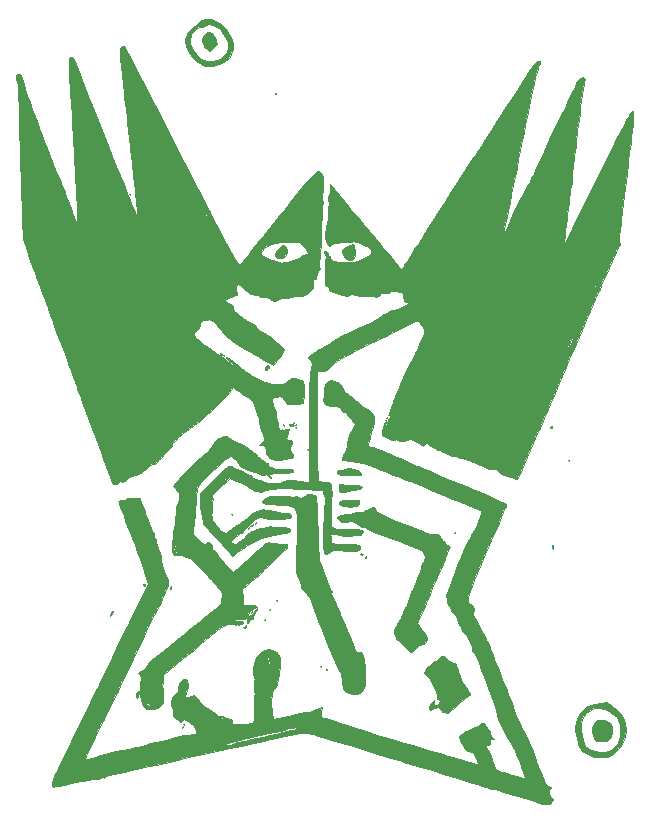
<source format=gbr>
G04 #@! TF.GenerationSoftware,KiCad,Pcbnew,5.0.0-fee4fd1~66~ubuntu16.04.1*
G04 #@! TF.CreationDate,2018-08-14T01:17:40+01:00*
G04 #@! TF.ProjectId,maulwurf,6D61756C777572662E6B696361645F70,rev?*
G04 #@! TF.SameCoordinates,Original*
G04 #@! TF.FileFunction,Copper,L1,Top,Signal*
G04 #@! TF.FilePolarity,Positive*
%FSLAX46Y46*%
G04 Gerber Fmt 4.6, Leading zero omitted, Abs format (unit mm)*
G04 Created by KiCad (PCBNEW 5.0.0-fee4fd1~66~ubuntu16.04.1) date Tue Aug 14 01:17:40 2018*
%MOMM*%
%LPD*%
G01*
G04 APERTURE LIST*
G04 #@! TA.AperFunction,EtchedComponent*
%ADD10C,0.010000*%
G04 #@! TD*
G04 #@! TA.AperFunction,ViaPad*
%ADD11C,0.600000*%
G04 #@! TD*
G04 #@! TA.AperFunction,Conductor*
%ADD12C,0.250000*%
G04 #@! TD*
G04 APERTURE END LIST*
D10*
G04 #@! TO.C,TOP*
G36*
X140853878Y-91444909D02*
X141243862Y-91581459D01*
X141529723Y-91780548D01*
X141685149Y-92020669D01*
X141705649Y-92141154D01*
X141749612Y-92329316D01*
X141902126Y-92456231D01*
X141985500Y-92495034D01*
X142179596Y-92613087D01*
X142434976Y-92815564D01*
X142699742Y-93060934D01*
X142726334Y-93087863D01*
X143000896Y-93343227D01*
X143284411Y-93566402D01*
X143518302Y-93711550D01*
X143530667Y-93717316D01*
X143900799Y-93927590D01*
X144147549Y-94179527D01*
X144276513Y-94493927D01*
X144293286Y-94891590D01*
X144203465Y-95393317D01*
X144088605Y-95791262D01*
X143945587Y-96247520D01*
X143855518Y-96569049D01*
X143817359Y-96781620D01*
X143830073Y-96911001D01*
X143892621Y-96982961D01*
X144003967Y-97023270D01*
X144038667Y-97031281D01*
X144227763Y-97088259D01*
X144522536Y-97194258D01*
X144873287Y-97330981D01*
X145054667Y-97405371D01*
X145500028Y-97592182D01*
X146000983Y-97803749D01*
X146526307Y-98026733D01*
X147044774Y-98247798D01*
X147525159Y-98453605D01*
X147936237Y-98630817D01*
X148246782Y-98766096D01*
X148399000Y-98833865D01*
X148571271Y-98908775D01*
X148869337Y-99034629D01*
X149262174Y-99198485D01*
X149718758Y-99387398D01*
X150177000Y-99575703D01*
X150748171Y-99811658D01*
X151404016Y-100085958D01*
X152109464Y-100383641D01*
X152829439Y-100689749D01*
X153528870Y-100989322D01*
X154172682Y-101267401D01*
X154725803Y-101509026D01*
X155108834Y-101679241D01*
X155372995Y-101818004D01*
X155490001Y-101946781D01*
X155476653Y-102097918D01*
X155397851Y-102235661D01*
X155342427Y-102345468D01*
X155227715Y-102595018D01*
X155060765Y-102968256D01*
X154848626Y-103449127D01*
X154598348Y-104021576D01*
X154316979Y-104669548D01*
X154011570Y-105376987D01*
X153699665Y-106103332D01*
X153327012Y-106972238D01*
X153015771Y-107699302D01*
X152762206Y-108298980D01*
X152562585Y-108785730D01*
X152413172Y-109174010D01*
X152310234Y-109478277D01*
X152250036Y-109712989D01*
X152228845Y-109892603D01*
X152242926Y-110031578D01*
X152288545Y-110144370D01*
X152361967Y-110245437D01*
X152459460Y-110349236D01*
X152572952Y-110465637D01*
X152729687Y-110646117D01*
X152780620Y-110771410D01*
X152744226Y-110901347D01*
X152721277Y-110946010D01*
X152666870Y-111082782D01*
X152677493Y-111219354D01*
X152764723Y-111410723D01*
X152850787Y-111561373D01*
X152995990Y-111819587D01*
X153185407Y-112171776D01*
X153388193Y-112560126D01*
X153487283Y-112754388D01*
X153661072Y-113092805D01*
X153813665Y-113379904D01*
X153924881Y-113578255D01*
X153966613Y-113643388D01*
X154043969Y-113787375D01*
X154133912Y-114016397D01*
X154157271Y-114086667D01*
X154229481Y-114294083D01*
X154349044Y-114616329D01*
X154500005Y-115011180D01*
X154666409Y-115436411D01*
X154685145Y-115483667D01*
X154873777Y-115960446D01*
X155070461Y-116460394D01*
X155251005Y-116921872D01*
X155382907Y-117261667D01*
X155532960Y-117646942D01*
X155684583Y-118030022D01*
X155810479Y-118342088D01*
X155836280Y-118404667D01*
X155950286Y-118718500D01*
X156038470Y-119030501D01*
X156062810Y-119151330D01*
X156116545Y-119324114D01*
X156236953Y-119618076D01*
X156411194Y-120004889D01*
X156626424Y-120456229D01*
X156869802Y-120943771D01*
X156918679Y-121039155D01*
X157172019Y-121540579D01*
X157405886Y-122020541D01*
X157605863Y-122448105D01*
X157757528Y-122792335D01*
X157846463Y-123022295D01*
X157853248Y-123044158D01*
X157935531Y-123295206D01*
X158059100Y-123636968D01*
X158210303Y-124035337D01*
X158375487Y-124456207D01*
X158541002Y-124865472D01*
X158693196Y-125229027D01*
X158818416Y-125512764D01*
X158903011Y-125682578D01*
X158919176Y-125707167D01*
X159068688Y-125796934D01*
X159169089Y-125813000D01*
X159289574Y-125855237D01*
X159296306Y-125918834D01*
X159215131Y-126007722D01*
X159183417Y-126010556D01*
X159114303Y-126058835D01*
X159107186Y-126207961D01*
X159152460Y-126405327D01*
X159240522Y-126598330D01*
X159306916Y-126687008D01*
X159430038Y-126842535D01*
X159430935Y-126935140D01*
X159391583Y-126968996D01*
X159289752Y-127105916D01*
X159278667Y-127167667D01*
X159205674Y-127277685D01*
X158992116Y-127306728D01*
X158646125Y-127254835D01*
X158305000Y-127162944D01*
X157938573Y-127050815D01*
X157905465Y-127040667D01*
X158728334Y-127040667D01*
X158770667Y-127083000D01*
X158813000Y-127040667D01*
X158770667Y-126998334D01*
X158728334Y-127040667D01*
X157905465Y-127040667D01*
X157562756Y-126935624D01*
X157353379Y-126871334D01*
X157881667Y-126871334D01*
X157924000Y-126913667D01*
X157966334Y-126871334D01*
X157924000Y-126829000D01*
X157881667Y-126871334D01*
X157353379Y-126871334D01*
X157331334Y-126864565D01*
X156492456Y-126607884D01*
X155803606Y-126399953D01*
X155253637Y-126237596D01*
X154831401Y-126117634D01*
X154525753Y-126036888D01*
X154325545Y-125992180D01*
X154229582Y-125980135D01*
X154077891Y-125952261D01*
X153803010Y-125877459D01*
X153440988Y-125766387D01*
X153027876Y-125629705D01*
X152928667Y-125595503D01*
X152336896Y-125391583D01*
X152205269Y-125347334D01*
X158389667Y-125347334D01*
X158432000Y-125389667D01*
X158474334Y-125347334D01*
X158432000Y-125305000D01*
X158389667Y-125347334D01*
X152205269Y-125347334D01*
X151808790Y-125214050D01*
X151302014Y-125049515D01*
X150774234Y-124884587D01*
X150183118Y-124705876D01*
X149486333Y-124499993D01*
X149203334Y-124417189D01*
X148623664Y-124246513D01*
X147981363Y-124055136D01*
X147345657Y-123863813D01*
X146785771Y-123693302D01*
X146663334Y-123655610D01*
X145407304Y-123269629D01*
X144020506Y-122846766D01*
X142534963Y-122396753D01*
X140982698Y-121929320D01*
X140948334Y-121919002D01*
X140419218Y-121759953D01*
X139932507Y-121613285D01*
X139516103Y-121487434D01*
X139197910Y-121390838D01*
X139005832Y-121331936D01*
X138977448Y-121323029D01*
X138767048Y-121282409D01*
X138626179Y-121292678D01*
X138495034Y-121289433D01*
X138462704Y-121260477D01*
X138438094Y-121239319D01*
X138385990Y-121229047D01*
X138291429Y-121232525D01*
X138139448Y-121252618D01*
X137915085Y-121292190D01*
X137603376Y-121354105D01*
X137189361Y-121441229D01*
X136658075Y-121556424D01*
X135994557Y-121702557D01*
X135183843Y-121882491D01*
X135000500Y-121923279D01*
X134565365Y-122018527D01*
X134107225Y-122116273D01*
X133709186Y-122198844D01*
X133624667Y-122215871D01*
X133424541Y-122257932D01*
X133078511Y-122333024D01*
X132605835Y-122436834D01*
X132025773Y-122565047D01*
X131357584Y-122713348D01*
X130620527Y-122877423D01*
X129833862Y-123052956D01*
X129016846Y-123235635D01*
X128188740Y-123421142D01*
X127368803Y-123605165D01*
X126576293Y-123783389D01*
X125830470Y-123951498D01*
X125150593Y-124105178D01*
X124555921Y-124240115D01*
X124065713Y-124351993D01*
X123699228Y-124436499D01*
X123475726Y-124489318D01*
X123464667Y-124492028D01*
X123126905Y-124569758D01*
X122706712Y-124658868D01*
X122288454Y-124741543D01*
X122241392Y-124750373D01*
X121908619Y-124822555D01*
X121641093Y-124899552D01*
X121482008Y-124968212D01*
X121459522Y-124988479D01*
X121401203Y-125038947D01*
X121391630Y-125012900D01*
X121344641Y-124991624D01*
X121288733Y-125034067D01*
X121150488Y-125092140D01*
X120908819Y-125128914D01*
X120743397Y-125135667D01*
X120484439Y-125149095D01*
X120302286Y-125183505D01*
X120252510Y-125211959D01*
X120143201Y-125264166D01*
X119942720Y-125286462D01*
X119930013Y-125286460D01*
X119749076Y-125303660D01*
X119441415Y-125352113D01*
X119045317Y-125425054D01*
X118599067Y-125515718D01*
X118445208Y-125548835D01*
X118007418Y-125642776D01*
X117623587Y-125721994D01*
X117326479Y-125779964D01*
X117148860Y-125810160D01*
X117118736Y-125813000D01*
X117045765Y-125785161D01*
X117017972Y-125694413D01*
X117039545Y-125529913D01*
X117114673Y-125280814D01*
X117247547Y-124936274D01*
X117442355Y-124485446D01*
X117703286Y-123917487D01*
X118034530Y-123221552D01*
X118440275Y-122386796D01*
X118449589Y-122367772D01*
X118825815Y-121599390D01*
X119230834Y-120772133D01*
X119645882Y-119924328D01*
X120052197Y-119094302D01*
X120431018Y-118320382D01*
X120763583Y-117640893D01*
X120907735Y-117346334D01*
X121189696Y-116770498D01*
X121530395Y-116075284D01*
X121913851Y-115293267D01*
X122324081Y-114457026D01*
X122745105Y-113599138D01*
X123160940Y-112752180D01*
X123555606Y-111948729D01*
X123574556Y-111910162D01*
X125184856Y-108632990D01*
X125031742Y-108142495D01*
X124953460Y-107906897D01*
X124826098Y-107541293D01*
X124660036Y-107074231D01*
X124465653Y-106534255D01*
X124253329Y-105949912D01*
X124033444Y-105349749D01*
X123816375Y-104762310D01*
X123612504Y-104216142D01*
X123432208Y-103739791D01*
X123406513Y-103672667D01*
X123261118Y-103289872D01*
X123109262Y-102883887D01*
X122962692Y-102486893D01*
X122833157Y-102131073D01*
X122732403Y-101848607D01*
X122672180Y-101671678D01*
X122660333Y-101628637D01*
X122734860Y-101599057D01*
X122921212Y-101559377D01*
X122999000Y-101546180D01*
X123210566Y-101500737D01*
X123328811Y-101452802D01*
X123337800Y-101439346D01*
X123415190Y-101412763D01*
X123617881Y-101393829D01*
X123899973Y-101386667D01*
X124462011Y-101386667D01*
X124606847Y-101810000D01*
X124731705Y-102150985D01*
X124872874Y-102503445D01*
X124920631Y-102614334D01*
X125035938Y-102897561D01*
X125169733Y-103259794D01*
X125281578Y-103588000D01*
X125393777Y-103894198D01*
X125508398Y-104142395D01*
X125601858Y-104281992D01*
X125607138Y-104286500D01*
X125681599Y-104372494D01*
X125634084Y-104392334D01*
X125599529Y-104449016D01*
X125685198Y-104612939D01*
X125710473Y-104649339D01*
X125819810Y-104846695D01*
X125853799Y-105002337D01*
X125849396Y-105021217D01*
X125857241Y-105153383D01*
X125920281Y-105389011D01*
X126023822Y-105674379D01*
X126142480Y-106015257D01*
X126229551Y-106355905D01*
X126262176Y-106579976D01*
X126336800Y-107016708D01*
X126521899Y-107529793D01*
X126730940Y-107965107D01*
X126840848Y-108218038D01*
X126880268Y-108453026D01*
X126844959Y-108714075D01*
X126730678Y-109045194D01*
X126597333Y-109351213D01*
X126460187Y-109670305D01*
X126356704Y-109945624D01*
X126304213Y-110129862D01*
X126301000Y-110160237D01*
X126265106Y-110291998D01*
X126220128Y-110319000D01*
X126154912Y-110396074D01*
X126020789Y-110626657D01*
X125818235Y-111009794D01*
X125547724Y-111544527D01*
X125209732Y-112229899D01*
X124804736Y-113064955D01*
X124333209Y-114048738D01*
X123795628Y-115180290D01*
X123632140Y-115526000D01*
X123335455Y-116149229D01*
X122983611Y-116880622D01*
X122597566Y-117677085D01*
X122198281Y-118495520D01*
X121806716Y-119292834D01*
X121443833Y-120025931D01*
X121429038Y-120055667D01*
X121015920Y-120887367D01*
X120673988Y-121579730D01*
X120397786Y-122144417D01*
X120181859Y-122593088D01*
X120020752Y-122937403D01*
X119909009Y-123189021D01*
X119841175Y-123359603D01*
X119811793Y-123460808D01*
X119815409Y-123504297D01*
X119815464Y-123504353D01*
X119853125Y-123511859D01*
X119946048Y-123498315D01*
X120113160Y-123458652D01*
X120373390Y-123387799D01*
X120745666Y-123280685D01*
X121127377Y-123168091D01*
X127861722Y-123168091D01*
X127944945Y-123181649D01*
X128054759Y-123166083D01*
X128056070Y-123137181D01*
X127942753Y-123116969D01*
X127893792Y-123130497D01*
X127861722Y-123168091D01*
X121127377Y-123168091D01*
X121248918Y-123132240D01*
X121480024Y-123063390D01*
X128239382Y-123063390D01*
X128353054Y-123062908D01*
X128547082Y-123035766D01*
X128779198Y-122987903D01*
X129007136Y-122925254D01*
X129010334Y-122924224D01*
X129072518Y-122891839D01*
X128974874Y-122888461D01*
X128798667Y-122905616D01*
X128525946Y-122949359D01*
X128311870Y-123004182D01*
X128248334Y-123031274D01*
X128239382Y-123063390D01*
X121480024Y-123063390D01*
X121644334Y-123014440D01*
X122059594Y-122900632D01*
X122480814Y-122802080D01*
X122527678Y-122793222D01*
X129461889Y-122793222D01*
X129473511Y-122843557D01*
X129518334Y-122849667D01*
X129588024Y-122818689D01*
X129574778Y-122793222D01*
X129474298Y-122783089D01*
X129461889Y-122793222D01*
X122527678Y-122793222D01*
X122784083Y-122744758D01*
X129809055Y-122744758D01*
X129892278Y-122758316D01*
X130002092Y-122742749D01*
X130003403Y-122713847D01*
X129890086Y-122693636D01*
X129841125Y-122707163D01*
X129809055Y-122744758D01*
X122784083Y-122744758D01*
X122838778Y-122734420D01*
X122951158Y-122719243D01*
X123260611Y-122676490D01*
X123406848Y-122647953D01*
X130152516Y-122647953D01*
X130197467Y-122665199D01*
X130337618Y-122647406D01*
X130534334Y-122595667D01*
X130663351Y-122547082D01*
X130635422Y-122527733D01*
X130576667Y-122525391D01*
X130354280Y-122557323D01*
X130238000Y-122595667D01*
X130152516Y-122647953D01*
X123406848Y-122647953D01*
X123527613Y-122624387D01*
X123650783Y-122589286D01*
X123841176Y-122535096D01*
X124127219Y-122473339D01*
X124359223Y-122431992D01*
X124685913Y-122364496D01*
X124954481Y-122286839D01*
X131438834Y-122286839D01*
X131439356Y-122287386D01*
X131571227Y-122321576D01*
X131805013Y-122305869D01*
X132083964Y-122249522D01*
X132351330Y-122161789D01*
X132431175Y-122125627D01*
X132672612Y-122036854D01*
X132880516Y-122003000D01*
X133093928Y-121983698D01*
X133369479Y-121935793D01*
X133439008Y-121920450D01*
X133882375Y-121817906D01*
X134386623Y-121702200D01*
X134926468Y-121579036D01*
X135476626Y-121454116D01*
X136011810Y-121333143D01*
X136506737Y-121221820D01*
X136936122Y-121125849D01*
X137274680Y-121050933D01*
X137497126Y-121002775D01*
X137577711Y-120987000D01*
X137648038Y-120920459D01*
X137675556Y-120863637D01*
X137682383Y-120785907D01*
X137586287Y-120794551D01*
X137497419Y-120825999D01*
X137247906Y-120873840D01*
X137056972Y-120862124D01*
X136932030Y-120846424D01*
X136945105Y-120881906D01*
X136905372Y-120922926D01*
X136712277Y-120987964D01*
X136379594Y-121073846D01*
X135921096Y-121177398D01*
X135350558Y-121295446D01*
X134681752Y-121424817D01*
X134217334Y-121510490D01*
X133894072Y-121580133D01*
X133599948Y-121661871D01*
X133455334Y-121714469D01*
X133195143Y-121801180D01*
X132895946Y-121864803D01*
X132862667Y-121869390D01*
X132555845Y-121920169D01*
X132226755Y-121993172D01*
X131912954Y-122077370D01*
X131651996Y-122161733D01*
X131481437Y-122235233D01*
X131438834Y-122286839D01*
X124954481Y-122286839D01*
X124985036Y-122278004D01*
X125133105Y-122218658D01*
X125353230Y-122128228D01*
X125528421Y-122087814D01*
X125535342Y-122087667D01*
X125661881Y-122067577D01*
X125921163Y-122012076D01*
X126282036Y-121928315D01*
X126713345Y-121823445D01*
X127006682Y-121749894D01*
X127458811Y-121637054D01*
X127852796Y-121542208D01*
X128159731Y-121472039D01*
X128350708Y-121433226D01*
X128399181Y-121428030D01*
X128512326Y-121425008D01*
X128730659Y-121399303D01*
X128862167Y-121379615D01*
X129109258Y-121327992D01*
X129228531Y-121259802D01*
X129259933Y-121153676D01*
X129433667Y-121153676D01*
X129495728Y-121200261D01*
X129560667Y-121186951D01*
X129672068Y-121126856D01*
X129687667Y-121104942D01*
X129618530Y-121075345D01*
X129560667Y-121071667D01*
X129447974Y-121115976D01*
X129433667Y-121153676D01*
X129259933Y-121153676D01*
X129261248Y-121149235D01*
X129261289Y-121129979D01*
X129182844Y-120887230D01*
X129031206Y-120690667D01*
X133921000Y-120690667D01*
X133963334Y-120733000D01*
X134005667Y-120690667D01*
X133963334Y-120648334D01*
X133921000Y-120690667D01*
X129031206Y-120690667D01*
X128970560Y-120612054D01*
X128648326Y-120333635D01*
X128556678Y-120269165D01*
X128354430Y-120139634D01*
X128239576Y-120100916D01*
X128161924Y-120145115D01*
X128118164Y-120200172D01*
X128035605Y-120292396D01*
X127943425Y-120303173D01*
X127781638Y-120231667D01*
X127711421Y-120194505D01*
X127446757Y-119989488D01*
X127397474Y-119886334D01*
X127909667Y-119886334D01*
X127940645Y-119956024D01*
X127966111Y-119942778D01*
X127976244Y-119842298D01*
X127966111Y-119829889D01*
X127915777Y-119841511D01*
X127909667Y-119886334D01*
X127397474Y-119886334D01*
X127311800Y-119707013D01*
X127283218Y-119505334D01*
X127250345Y-119321496D01*
X127181537Y-119063753D01*
X127151949Y-118969185D01*
X127083939Y-118724761D01*
X127084868Y-118600164D01*
X127826297Y-118600164D01*
X127839021Y-118745199D01*
X127883405Y-118737861D01*
X127909667Y-118701000D01*
X127983563Y-118503711D01*
X127993037Y-118420837D01*
X127957801Y-118317746D01*
X127909667Y-118320000D01*
X127846960Y-118435483D01*
X127826297Y-118600164D01*
X127084868Y-118600164D01*
X127085232Y-118551487D01*
X127161165Y-118363725D01*
X127193485Y-118302535D01*
X127348722Y-118072503D01*
X127521164Y-117895449D01*
X127547645Y-117876446D01*
X127694572Y-117715394D01*
X127740236Y-117463513D01*
X127740334Y-117447062D01*
X127805517Y-117133545D01*
X127967841Y-116906466D01*
X128176097Y-116723211D01*
X128325940Y-116687408D01*
X128443101Y-116799564D01*
X128499828Y-116916951D01*
X128552587Y-117101714D01*
X128544147Y-117303468D01*
X128470977Y-117588629D01*
X128462713Y-117615451D01*
X128377875Y-117882644D01*
X128309109Y-118088324D01*
X128281797Y-118162118D01*
X128312571Y-118229556D01*
X128448359Y-118247352D01*
X128633891Y-118220483D01*
X128813899Y-118153923D01*
X128883830Y-118107921D01*
X128994789Y-118038946D01*
X129087468Y-118074483D01*
X129213239Y-118231432D01*
X129541807Y-118618735D01*
X129931786Y-118969325D01*
X130309917Y-119219935D01*
X130567937Y-119381169D01*
X130855680Y-119598493D01*
X130987250Y-119711970D01*
X131223020Y-119903811D01*
X131445905Y-120046470D01*
X131550334Y-120091339D01*
X131694824Y-120125629D01*
X131689030Y-120093559D01*
X131597651Y-120017717D01*
X131440149Y-119916101D01*
X131350707Y-119886334D01*
X131303950Y-119853929D01*
X131313422Y-119841023D01*
X131418725Y-119838037D01*
X131619377Y-119894054D01*
X131862112Y-119986920D01*
X132093660Y-120094478D01*
X132260754Y-120194574D01*
X132312334Y-120256483D01*
X132257557Y-120406944D01*
X132222474Y-120450326D01*
X132256512Y-120487420D01*
X132420723Y-120511024D01*
X132676506Y-120521372D01*
X132985258Y-120518696D01*
X133308378Y-120503230D01*
X133607261Y-120475207D01*
X133818067Y-120440679D01*
X133956933Y-120393152D01*
X134055931Y-120304914D01*
X134077654Y-120253222D01*
X139791222Y-120253222D01*
X139802845Y-120303557D01*
X139847667Y-120309667D01*
X139917357Y-120278689D01*
X139904111Y-120253222D01*
X139803632Y-120243089D01*
X139791222Y-120253222D01*
X134077654Y-120253222D01*
X134120325Y-120151689D01*
X134155379Y-119909199D01*
X134166356Y-119553168D01*
X134158519Y-119059319D01*
X134153661Y-118892779D01*
X134147478Y-118527062D01*
X134152691Y-118245176D01*
X134168033Y-118076106D01*
X134190664Y-118046113D01*
X134222324Y-118024182D01*
X134225049Y-118002500D01*
X134398159Y-118002500D01*
X134413570Y-118191083D01*
X134430630Y-118264802D01*
X134463699Y-118277652D01*
X134471334Y-118277667D01*
X134501081Y-118203954D01*
X134513664Y-118026401D01*
X134513667Y-118023667D01*
X134494445Y-117845252D01*
X134448139Y-117769684D01*
X134447371Y-117769667D01*
X134404698Y-117842319D01*
X134398159Y-118002500D01*
X134225049Y-118002500D01*
X134242095Y-117866890D01*
X134245807Y-117608030D01*
X134245654Y-117600334D01*
X134238594Y-117313555D01*
X134229592Y-117184735D01*
X134213911Y-117202521D01*
X134186816Y-117355563D01*
X134175000Y-117431000D01*
X134115766Y-117812000D01*
X134103050Y-117457679D01*
X134113931Y-117176995D01*
X134156969Y-116933159D01*
X134169574Y-116894940D01*
X134198496Y-116669409D01*
X134129933Y-116529595D01*
X134027267Y-116261963D01*
X134024217Y-115869720D01*
X134106639Y-115421382D01*
X134307826Y-114908181D01*
X134342766Y-114865159D01*
X135230839Y-114865159D01*
X135272688Y-114970101D01*
X135344253Y-115190037D01*
X135360334Y-115336990D01*
X135383758Y-115519401D01*
X135422070Y-115601847D01*
X135492457Y-115620943D01*
X135511104Y-115503092D01*
X135476659Y-115273008D01*
X135446695Y-115151293D01*
X135371432Y-114938767D01*
X135293477Y-114817317D01*
X135269425Y-114806334D01*
X135230839Y-114865159D01*
X134342766Y-114865159D01*
X134623627Y-114519341D01*
X134923209Y-114315429D01*
X135314385Y-114198327D01*
X135700444Y-114244057D01*
X136051850Y-114447884D01*
X136114500Y-114506329D01*
X136213470Y-114614300D01*
X136275919Y-114724602D01*
X136308870Y-114876041D01*
X136319345Y-115107425D01*
X136314366Y-115457560D01*
X136310904Y-115591738D01*
X136268250Y-116176745D01*
X136177960Y-116706668D01*
X136048355Y-117150010D01*
X135887754Y-117475276D01*
X135780350Y-117600334D01*
X135700223Y-117758066D01*
X135644205Y-118050569D01*
X135614264Y-118444731D01*
X135612367Y-118907443D01*
X135640483Y-119405595D01*
X135660897Y-119610225D01*
X135717775Y-120112958D01*
X137126554Y-119790054D01*
X137611309Y-119682207D01*
X138055629Y-119589392D01*
X138425992Y-119518153D01*
X138688877Y-119475032D01*
X138791661Y-119465075D01*
X139037086Y-119427222D01*
X139214995Y-119353323D01*
X139418405Y-119237788D01*
X139627072Y-119137895D01*
X139872144Y-119032144D01*
X139821841Y-119456880D01*
X139802980Y-119745305D01*
X139852235Y-119908154D01*
X139998920Y-119984677D01*
X140236494Y-120012063D01*
X140469582Y-120053404D01*
X140638527Y-120129166D01*
X140639988Y-120130365D01*
X140766419Y-120193532D01*
X141018475Y-120289224D01*
X141358779Y-120404104D01*
X141722968Y-120516847D01*
X142233625Y-120670945D01*
X142809373Y-120848596D01*
X143360473Y-121021972D01*
X143615334Y-121103729D01*
X143912749Y-121197888D01*
X144328834Y-121326478D01*
X144846377Y-121484397D01*
X145448163Y-121666544D01*
X146116980Y-121867818D01*
X146835615Y-122083118D01*
X147586855Y-122307343D01*
X148353488Y-122535392D01*
X149118299Y-122762163D01*
X149864077Y-122982556D01*
X150573608Y-123191469D01*
X151229680Y-123383802D01*
X151815079Y-123554452D01*
X152312593Y-123698320D01*
X152705008Y-123810303D01*
X152975111Y-123885301D01*
X153105691Y-123918212D01*
X153115173Y-123919050D01*
X153095749Y-123835941D01*
X153021892Y-123640831D01*
X152909526Y-123375745D01*
X152908049Y-123372403D01*
X152753281Y-123061038D01*
X152621936Y-122891094D01*
X152506507Y-122839901D01*
X152301048Y-122825956D01*
X152214818Y-122818734D01*
X152109276Y-122741783D01*
X151962645Y-122555489D01*
X151802499Y-122305293D01*
X151753221Y-122214667D01*
X153648334Y-122214667D01*
X153690667Y-122257000D01*
X153733000Y-122214667D01*
X153690667Y-122172334D01*
X153648334Y-122214667D01*
X151753221Y-122214667D01*
X151656415Y-122036638D01*
X151586991Y-121876000D01*
X153817667Y-121876000D01*
X153860000Y-121918334D01*
X153902334Y-121876000D01*
X153860000Y-121833667D01*
X153817667Y-121876000D01*
X151586991Y-121876000D01*
X151551969Y-121794966D01*
X151519274Y-121672560D01*
X151521383Y-121558428D01*
X151579500Y-121454731D01*
X151716256Y-121345428D01*
X151954283Y-121214482D01*
X152316212Y-121045852D01*
X152547667Y-120943724D01*
X152852220Y-120799725D01*
X153114490Y-120656503D01*
X153272790Y-120548813D01*
X153474124Y-120422034D01*
X153638950Y-120406179D01*
X153727350Y-120501030D01*
X153733000Y-120551304D01*
X153787913Y-120715757D01*
X153922346Y-120911708D01*
X153944667Y-120936666D01*
X154086375Y-121128867D01*
X154155111Y-121299269D01*
X154156334Y-121316907D01*
X154215643Y-121485636D01*
X154326186Y-121622470D01*
X154448516Y-121762436D01*
X154432369Y-121818384D01*
X154287174Y-121773021D01*
X154253551Y-121755717D01*
X154142489Y-121709291D01*
X154106951Y-121758879D01*
X154126755Y-121938033D01*
X154130378Y-121960524D01*
X154149720Y-122159356D01*
X154105547Y-122242164D01*
X154003075Y-122257000D01*
X153816039Y-122304136D01*
X153771568Y-122430521D01*
X153876896Y-122613620D01*
X153885523Y-122623101D01*
X154009278Y-122812920D01*
X154131564Y-123087311D01*
X154181580Y-123236401D01*
X154296189Y-123582022D01*
X154434058Y-123938569D01*
X154482452Y-124049789D01*
X154589367Y-124261995D01*
X154702561Y-124393674D01*
X154873143Y-124483011D01*
X155152222Y-124568194D01*
X155190099Y-124578505D01*
X155545874Y-124679796D01*
X155971362Y-124807834D01*
X156375806Y-124935296D01*
X156384203Y-124938024D01*
X156692987Y-125032905D01*
X156934620Y-125096759D01*
X157068947Y-125119341D01*
X157082674Y-125116215D01*
X157072636Y-125023556D01*
X157011111Y-124807239D01*
X156910186Y-124500555D01*
X156781947Y-124136792D01*
X156638482Y-123749239D01*
X156491878Y-123371185D01*
X156354222Y-123035920D01*
X156237600Y-122776733D01*
X156221145Y-122743445D01*
X156091599Y-122498889D01*
X155900132Y-122153317D01*
X155671672Y-121751076D01*
X155431150Y-121336512D01*
X155410304Y-121301032D01*
X155129762Y-120806107D01*
X154930762Y-120407219D01*
X154795155Y-120063530D01*
X154704791Y-119734202D01*
X154696261Y-119694354D01*
X154616091Y-119351694D01*
X154528343Y-119040462D01*
X154452792Y-118829989D01*
X154358681Y-118592231D01*
X154255431Y-118286767D01*
X154214353Y-118150667D01*
X154111001Y-117830436D01*
X153974495Y-117456234D01*
X153879935Y-117219334D01*
X153754906Y-116904401D01*
X153603027Y-116498288D01*
X153450140Y-116070742D01*
X153393694Y-115907000D01*
X153184356Y-115322684D01*
X153004369Y-114890444D01*
X152847228Y-114596863D01*
X152706429Y-114428522D01*
X152662182Y-114398021D01*
X152564437Y-114266380D01*
X152578206Y-114171537D01*
X152574377Y-114007796D01*
X152495149Y-113745695D01*
X152410382Y-113547223D01*
X152255830Y-113241156D01*
X152090441Y-112971927D01*
X151874013Y-112678046D01*
X151699972Y-112460672D01*
X151627008Y-112330049D01*
X151523152Y-112096100D01*
X151435228Y-111873303D01*
X151302288Y-111573360D01*
X151151008Y-111311746D01*
X151053980Y-111188283D01*
X150916889Y-111028530D01*
X150854671Y-110911278D01*
X150854334Y-110906136D01*
X150812234Y-110790829D01*
X150705407Y-110591964D01*
X150636632Y-110478773D01*
X150515639Y-110257064D01*
X150455299Y-110085209D01*
X150455582Y-110035955D01*
X150458814Y-109881598D01*
X150430242Y-109768667D01*
X150429680Y-109552289D01*
X150538453Y-109262021D01*
X150660156Y-108990357D01*
X150824521Y-108576576D01*
X151024186Y-108040338D01*
X151251788Y-107401301D01*
X151442770Y-106847667D01*
X151561054Y-106542171D01*
X151739127Y-106132783D01*
X151955641Y-105664241D01*
X152189250Y-105181282D01*
X152418606Y-104728643D01*
X152622361Y-104351061D01*
X152689020Y-104235919D01*
X152833966Y-103968893D01*
X152990744Y-103642659D01*
X153144049Y-103294498D01*
X153278575Y-102961690D01*
X153379018Y-102681516D01*
X153430073Y-102491256D01*
X153429214Y-102432940D01*
X153314836Y-102367498D01*
X153254209Y-102360334D01*
X153120124Y-102325619D01*
X152880311Y-102233484D01*
X152580646Y-102101945D01*
X152499614Y-102064000D01*
X152197507Y-101925892D01*
X151949409Y-101822113D01*
X151798411Y-101770401D01*
X151779705Y-101767667D01*
X151642316Y-101734837D01*
X151436446Y-101654948D01*
X151417462Y-101646428D01*
X151234264Y-101568574D01*
X150934916Y-101447220D01*
X150561486Y-101299216D01*
X150171439Y-101147351D01*
X149721394Y-100967800D01*
X149262231Y-100774663D01*
X148854013Y-100593706D01*
X148605105Y-100475341D01*
X148219221Y-100296682D01*
X147767828Y-100109060D01*
X147347488Y-99952574D01*
X147340667Y-99950243D01*
X146961825Y-99814545D01*
X146479488Y-99632367D01*
X145945661Y-99424262D01*
X145412351Y-99210783D01*
X144931561Y-99012483D01*
X144555298Y-98849916D01*
X144546667Y-98846030D01*
X143902924Y-98579680D01*
X143336935Y-98402633D01*
X142793255Y-98299639D01*
X142437382Y-98265921D01*
X142090634Y-98235312D01*
X141806567Y-98194347D01*
X141629093Y-98150030D01*
X141596660Y-98131860D01*
X141570947Y-97997034D01*
X141640222Y-97780436D01*
X141787820Y-97527602D01*
X141846331Y-97449667D01*
X141910078Y-97304366D01*
X141978789Y-97047548D01*
X142035520Y-96747010D01*
X142223889Y-96055981D01*
X142422306Y-95637472D01*
X142720869Y-95103591D01*
X142334354Y-94700202D01*
X142156558Y-94508760D01*
X142054619Y-94386904D01*
X142049329Y-94359607D01*
X142052223Y-94361325D01*
X142074613Y-94344566D01*
X142006822Y-94225814D01*
X141959881Y-94159752D01*
X141800530Y-93960337D01*
X141722679Y-93901896D01*
X141729163Y-93986015D01*
X141748950Y-94041834D01*
X141732952Y-94070365D01*
X141631837Y-93987455D01*
X141521817Y-93871143D01*
X141329631Y-93676442D01*
X141162682Y-93584793D01*
X140947206Y-93561871D01*
X140860308Y-93563315D01*
X140567005Y-93549176D01*
X140304159Y-93500361D01*
X140249834Y-93482101D01*
X140123499Y-93406047D01*
X140046726Y-93280245D01*
X140016279Y-93077348D01*
X140028923Y-92770007D01*
X140081420Y-92330877D01*
X140098977Y-92207077D01*
X140178849Y-91806535D01*
X140292445Y-91554757D01*
X140459572Y-91431746D01*
X140700036Y-91417507D01*
X140853878Y-91444909D01*
X140853878Y-91444909D01*
G37*
X140853878Y-91444909D02*
X141243862Y-91581459D01*
X141529723Y-91780548D01*
X141685149Y-92020669D01*
X141705649Y-92141154D01*
X141749612Y-92329316D01*
X141902126Y-92456231D01*
X141985500Y-92495034D01*
X142179596Y-92613087D01*
X142434976Y-92815564D01*
X142699742Y-93060934D01*
X142726334Y-93087863D01*
X143000896Y-93343227D01*
X143284411Y-93566402D01*
X143518302Y-93711550D01*
X143530667Y-93717316D01*
X143900799Y-93927590D01*
X144147549Y-94179527D01*
X144276513Y-94493927D01*
X144293286Y-94891590D01*
X144203465Y-95393317D01*
X144088605Y-95791262D01*
X143945587Y-96247520D01*
X143855518Y-96569049D01*
X143817359Y-96781620D01*
X143830073Y-96911001D01*
X143892621Y-96982961D01*
X144003967Y-97023270D01*
X144038667Y-97031281D01*
X144227763Y-97088259D01*
X144522536Y-97194258D01*
X144873287Y-97330981D01*
X145054667Y-97405371D01*
X145500028Y-97592182D01*
X146000983Y-97803749D01*
X146526307Y-98026733D01*
X147044774Y-98247798D01*
X147525159Y-98453605D01*
X147936237Y-98630817D01*
X148246782Y-98766096D01*
X148399000Y-98833865D01*
X148571271Y-98908775D01*
X148869337Y-99034629D01*
X149262174Y-99198485D01*
X149718758Y-99387398D01*
X150177000Y-99575703D01*
X150748171Y-99811658D01*
X151404016Y-100085958D01*
X152109464Y-100383641D01*
X152829439Y-100689749D01*
X153528870Y-100989322D01*
X154172682Y-101267401D01*
X154725803Y-101509026D01*
X155108834Y-101679241D01*
X155372995Y-101818004D01*
X155490001Y-101946781D01*
X155476653Y-102097918D01*
X155397851Y-102235661D01*
X155342427Y-102345468D01*
X155227715Y-102595018D01*
X155060765Y-102968256D01*
X154848626Y-103449127D01*
X154598348Y-104021576D01*
X154316979Y-104669548D01*
X154011570Y-105376987D01*
X153699665Y-106103332D01*
X153327012Y-106972238D01*
X153015771Y-107699302D01*
X152762206Y-108298980D01*
X152562585Y-108785730D01*
X152413172Y-109174010D01*
X152310234Y-109478277D01*
X152250036Y-109712989D01*
X152228845Y-109892603D01*
X152242926Y-110031578D01*
X152288545Y-110144370D01*
X152361967Y-110245437D01*
X152459460Y-110349236D01*
X152572952Y-110465637D01*
X152729687Y-110646117D01*
X152780620Y-110771410D01*
X152744226Y-110901347D01*
X152721277Y-110946010D01*
X152666870Y-111082782D01*
X152677493Y-111219354D01*
X152764723Y-111410723D01*
X152850787Y-111561373D01*
X152995990Y-111819587D01*
X153185407Y-112171776D01*
X153388193Y-112560126D01*
X153487283Y-112754388D01*
X153661072Y-113092805D01*
X153813665Y-113379904D01*
X153924881Y-113578255D01*
X153966613Y-113643388D01*
X154043969Y-113787375D01*
X154133912Y-114016397D01*
X154157271Y-114086667D01*
X154229481Y-114294083D01*
X154349044Y-114616329D01*
X154500005Y-115011180D01*
X154666409Y-115436411D01*
X154685145Y-115483667D01*
X154873777Y-115960446D01*
X155070461Y-116460394D01*
X155251005Y-116921872D01*
X155382907Y-117261667D01*
X155532960Y-117646942D01*
X155684583Y-118030022D01*
X155810479Y-118342088D01*
X155836280Y-118404667D01*
X155950286Y-118718500D01*
X156038470Y-119030501D01*
X156062810Y-119151330D01*
X156116545Y-119324114D01*
X156236953Y-119618076D01*
X156411194Y-120004889D01*
X156626424Y-120456229D01*
X156869802Y-120943771D01*
X156918679Y-121039155D01*
X157172019Y-121540579D01*
X157405886Y-122020541D01*
X157605863Y-122448105D01*
X157757528Y-122792335D01*
X157846463Y-123022295D01*
X157853248Y-123044158D01*
X157935531Y-123295206D01*
X158059100Y-123636968D01*
X158210303Y-124035337D01*
X158375487Y-124456207D01*
X158541002Y-124865472D01*
X158693196Y-125229027D01*
X158818416Y-125512764D01*
X158903011Y-125682578D01*
X158919176Y-125707167D01*
X159068688Y-125796934D01*
X159169089Y-125813000D01*
X159289574Y-125855237D01*
X159296306Y-125918834D01*
X159215131Y-126007722D01*
X159183417Y-126010556D01*
X159114303Y-126058835D01*
X159107186Y-126207961D01*
X159152460Y-126405327D01*
X159240522Y-126598330D01*
X159306916Y-126687008D01*
X159430038Y-126842535D01*
X159430935Y-126935140D01*
X159391583Y-126968996D01*
X159289752Y-127105916D01*
X159278667Y-127167667D01*
X159205674Y-127277685D01*
X158992116Y-127306728D01*
X158646125Y-127254835D01*
X158305000Y-127162944D01*
X157938573Y-127050815D01*
X157905465Y-127040667D01*
X158728334Y-127040667D01*
X158770667Y-127083000D01*
X158813000Y-127040667D01*
X158770667Y-126998334D01*
X158728334Y-127040667D01*
X157905465Y-127040667D01*
X157562756Y-126935624D01*
X157353379Y-126871334D01*
X157881667Y-126871334D01*
X157924000Y-126913667D01*
X157966334Y-126871334D01*
X157924000Y-126829000D01*
X157881667Y-126871334D01*
X157353379Y-126871334D01*
X157331334Y-126864565D01*
X156492456Y-126607884D01*
X155803606Y-126399953D01*
X155253637Y-126237596D01*
X154831401Y-126117634D01*
X154525753Y-126036888D01*
X154325545Y-125992180D01*
X154229582Y-125980135D01*
X154077891Y-125952261D01*
X153803010Y-125877459D01*
X153440988Y-125766387D01*
X153027876Y-125629705D01*
X152928667Y-125595503D01*
X152336896Y-125391583D01*
X152205269Y-125347334D01*
X158389667Y-125347334D01*
X158432000Y-125389667D01*
X158474334Y-125347334D01*
X158432000Y-125305000D01*
X158389667Y-125347334D01*
X152205269Y-125347334D01*
X151808790Y-125214050D01*
X151302014Y-125049515D01*
X150774234Y-124884587D01*
X150183118Y-124705876D01*
X149486333Y-124499993D01*
X149203334Y-124417189D01*
X148623664Y-124246513D01*
X147981363Y-124055136D01*
X147345657Y-123863813D01*
X146785771Y-123693302D01*
X146663334Y-123655610D01*
X145407304Y-123269629D01*
X144020506Y-122846766D01*
X142534963Y-122396753D01*
X140982698Y-121929320D01*
X140948334Y-121919002D01*
X140419218Y-121759953D01*
X139932507Y-121613285D01*
X139516103Y-121487434D01*
X139197910Y-121390838D01*
X139005832Y-121331936D01*
X138977448Y-121323029D01*
X138767048Y-121282409D01*
X138626179Y-121292678D01*
X138495034Y-121289433D01*
X138462704Y-121260477D01*
X138438094Y-121239319D01*
X138385990Y-121229047D01*
X138291429Y-121232525D01*
X138139448Y-121252618D01*
X137915085Y-121292190D01*
X137603376Y-121354105D01*
X137189361Y-121441229D01*
X136658075Y-121556424D01*
X135994557Y-121702557D01*
X135183843Y-121882491D01*
X135000500Y-121923279D01*
X134565365Y-122018527D01*
X134107225Y-122116273D01*
X133709186Y-122198844D01*
X133624667Y-122215871D01*
X133424541Y-122257932D01*
X133078511Y-122333024D01*
X132605835Y-122436834D01*
X132025773Y-122565047D01*
X131357584Y-122713348D01*
X130620527Y-122877423D01*
X129833862Y-123052956D01*
X129016846Y-123235635D01*
X128188740Y-123421142D01*
X127368803Y-123605165D01*
X126576293Y-123783389D01*
X125830470Y-123951498D01*
X125150593Y-124105178D01*
X124555921Y-124240115D01*
X124065713Y-124351993D01*
X123699228Y-124436499D01*
X123475726Y-124489318D01*
X123464667Y-124492028D01*
X123126905Y-124569758D01*
X122706712Y-124658868D01*
X122288454Y-124741543D01*
X122241392Y-124750373D01*
X121908619Y-124822555D01*
X121641093Y-124899552D01*
X121482008Y-124968212D01*
X121459522Y-124988479D01*
X121401203Y-125038947D01*
X121391630Y-125012900D01*
X121344641Y-124991624D01*
X121288733Y-125034067D01*
X121150488Y-125092140D01*
X120908819Y-125128914D01*
X120743397Y-125135667D01*
X120484439Y-125149095D01*
X120302286Y-125183505D01*
X120252510Y-125211959D01*
X120143201Y-125264166D01*
X119942720Y-125286462D01*
X119930013Y-125286460D01*
X119749076Y-125303660D01*
X119441415Y-125352113D01*
X119045317Y-125425054D01*
X118599067Y-125515718D01*
X118445208Y-125548835D01*
X118007418Y-125642776D01*
X117623587Y-125721994D01*
X117326479Y-125779964D01*
X117148860Y-125810160D01*
X117118736Y-125813000D01*
X117045765Y-125785161D01*
X117017972Y-125694413D01*
X117039545Y-125529913D01*
X117114673Y-125280814D01*
X117247547Y-124936274D01*
X117442355Y-124485446D01*
X117703286Y-123917487D01*
X118034530Y-123221552D01*
X118440275Y-122386796D01*
X118449589Y-122367772D01*
X118825815Y-121599390D01*
X119230834Y-120772133D01*
X119645882Y-119924328D01*
X120052197Y-119094302D01*
X120431018Y-118320382D01*
X120763583Y-117640893D01*
X120907735Y-117346334D01*
X121189696Y-116770498D01*
X121530395Y-116075284D01*
X121913851Y-115293267D01*
X122324081Y-114457026D01*
X122745105Y-113599138D01*
X123160940Y-112752180D01*
X123555606Y-111948729D01*
X123574556Y-111910162D01*
X125184856Y-108632990D01*
X125031742Y-108142495D01*
X124953460Y-107906897D01*
X124826098Y-107541293D01*
X124660036Y-107074231D01*
X124465653Y-106534255D01*
X124253329Y-105949912D01*
X124033444Y-105349749D01*
X123816375Y-104762310D01*
X123612504Y-104216142D01*
X123432208Y-103739791D01*
X123406513Y-103672667D01*
X123261118Y-103289872D01*
X123109262Y-102883887D01*
X122962692Y-102486893D01*
X122833157Y-102131073D01*
X122732403Y-101848607D01*
X122672180Y-101671678D01*
X122660333Y-101628637D01*
X122734860Y-101599057D01*
X122921212Y-101559377D01*
X122999000Y-101546180D01*
X123210566Y-101500737D01*
X123328811Y-101452802D01*
X123337800Y-101439346D01*
X123415190Y-101412763D01*
X123617881Y-101393829D01*
X123899973Y-101386667D01*
X124462011Y-101386667D01*
X124606847Y-101810000D01*
X124731705Y-102150985D01*
X124872874Y-102503445D01*
X124920631Y-102614334D01*
X125035938Y-102897561D01*
X125169733Y-103259794D01*
X125281578Y-103588000D01*
X125393777Y-103894198D01*
X125508398Y-104142395D01*
X125601858Y-104281992D01*
X125607138Y-104286500D01*
X125681599Y-104372494D01*
X125634084Y-104392334D01*
X125599529Y-104449016D01*
X125685198Y-104612939D01*
X125710473Y-104649339D01*
X125819810Y-104846695D01*
X125853799Y-105002337D01*
X125849396Y-105021217D01*
X125857241Y-105153383D01*
X125920281Y-105389011D01*
X126023822Y-105674379D01*
X126142480Y-106015257D01*
X126229551Y-106355905D01*
X126262176Y-106579976D01*
X126336800Y-107016708D01*
X126521899Y-107529793D01*
X126730940Y-107965107D01*
X126840848Y-108218038D01*
X126880268Y-108453026D01*
X126844959Y-108714075D01*
X126730678Y-109045194D01*
X126597333Y-109351213D01*
X126460187Y-109670305D01*
X126356704Y-109945624D01*
X126304213Y-110129862D01*
X126301000Y-110160237D01*
X126265106Y-110291998D01*
X126220128Y-110319000D01*
X126154912Y-110396074D01*
X126020789Y-110626657D01*
X125818235Y-111009794D01*
X125547724Y-111544527D01*
X125209732Y-112229899D01*
X124804736Y-113064955D01*
X124333209Y-114048738D01*
X123795628Y-115180290D01*
X123632140Y-115526000D01*
X123335455Y-116149229D01*
X122983611Y-116880622D01*
X122597566Y-117677085D01*
X122198281Y-118495520D01*
X121806716Y-119292834D01*
X121443833Y-120025931D01*
X121429038Y-120055667D01*
X121015920Y-120887367D01*
X120673988Y-121579730D01*
X120397786Y-122144417D01*
X120181859Y-122593088D01*
X120020752Y-122937403D01*
X119909009Y-123189021D01*
X119841175Y-123359603D01*
X119811793Y-123460808D01*
X119815409Y-123504297D01*
X119815464Y-123504353D01*
X119853125Y-123511859D01*
X119946048Y-123498315D01*
X120113160Y-123458652D01*
X120373390Y-123387799D01*
X120745666Y-123280685D01*
X121127377Y-123168091D01*
X127861722Y-123168091D01*
X127944945Y-123181649D01*
X128054759Y-123166083D01*
X128056070Y-123137181D01*
X127942753Y-123116969D01*
X127893792Y-123130497D01*
X127861722Y-123168091D01*
X121127377Y-123168091D01*
X121248918Y-123132240D01*
X121480024Y-123063390D01*
X128239382Y-123063390D01*
X128353054Y-123062908D01*
X128547082Y-123035766D01*
X128779198Y-122987903D01*
X129007136Y-122925254D01*
X129010334Y-122924224D01*
X129072518Y-122891839D01*
X128974874Y-122888461D01*
X128798667Y-122905616D01*
X128525946Y-122949359D01*
X128311870Y-123004182D01*
X128248334Y-123031274D01*
X128239382Y-123063390D01*
X121480024Y-123063390D01*
X121644334Y-123014440D01*
X122059594Y-122900632D01*
X122480814Y-122802080D01*
X122527678Y-122793222D01*
X129461889Y-122793222D01*
X129473511Y-122843557D01*
X129518334Y-122849667D01*
X129588024Y-122818689D01*
X129574778Y-122793222D01*
X129474298Y-122783089D01*
X129461889Y-122793222D01*
X122527678Y-122793222D01*
X122784083Y-122744758D01*
X129809055Y-122744758D01*
X129892278Y-122758316D01*
X130002092Y-122742749D01*
X130003403Y-122713847D01*
X129890086Y-122693636D01*
X129841125Y-122707163D01*
X129809055Y-122744758D01*
X122784083Y-122744758D01*
X122838778Y-122734420D01*
X122951158Y-122719243D01*
X123260611Y-122676490D01*
X123406848Y-122647953D01*
X130152516Y-122647953D01*
X130197467Y-122665199D01*
X130337618Y-122647406D01*
X130534334Y-122595667D01*
X130663351Y-122547082D01*
X130635422Y-122527733D01*
X130576667Y-122525391D01*
X130354280Y-122557323D01*
X130238000Y-122595667D01*
X130152516Y-122647953D01*
X123406848Y-122647953D01*
X123527613Y-122624387D01*
X123650783Y-122589286D01*
X123841176Y-122535096D01*
X124127219Y-122473339D01*
X124359223Y-122431992D01*
X124685913Y-122364496D01*
X124954481Y-122286839D01*
X131438834Y-122286839D01*
X131439356Y-122287386D01*
X131571227Y-122321576D01*
X131805013Y-122305869D01*
X132083964Y-122249522D01*
X132351330Y-122161789D01*
X132431175Y-122125627D01*
X132672612Y-122036854D01*
X132880516Y-122003000D01*
X133093928Y-121983698D01*
X133369479Y-121935793D01*
X133439008Y-121920450D01*
X133882375Y-121817906D01*
X134386623Y-121702200D01*
X134926468Y-121579036D01*
X135476626Y-121454116D01*
X136011810Y-121333143D01*
X136506737Y-121221820D01*
X136936122Y-121125849D01*
X137274680Y-121050933D01*
X137497126Y-121002775D01*
X137577711Y-120987000D01*
X137648038Y-120920459D01*
X137675556Y-120863637D01*
X137682383Y-120785907D01*
X137586287Y-120794551D01*
X137497419Y-120825999D01*
X137247906Y-120873840D01*
X137056972Y-120862124D01*
X136932030Y-120846424D01*
X136945105Y-120881906D01*
X136905372Y-120922926D01*
X136712277Y-120987964D01*
X136379594Y-121073846D01*
X135921096Y-121177398D01*
X135350558Y-121295446D01*
X134681752Y-121424817D01*
X134217334Y-121510490D01*
X133894072Y-121580133D01*
X133599948Y-121661871D01*
X133455334Y-121714469D01*
X133195143Y-121801180D01*
X132895946Y-121864803D01*
X132862667Y-121869390D01*
X132555845Y-121920169D01*
X132226755Y-121993172D01*
X131912954Y-122077370D01*
X131651996Y-122161733D01*
X131481437Y-122235233D01*
X131438834Y-122286839D01*
X124954481Y-122286839D01*
X124985036Y-122278004D01*
X125133105Y-122218658D01*
X125353230Y-122128228D01*
X125528421Y-122087814D01*
X125535342Y-122087667D01*
X125661881Y-122067577D01*
X125921163Y-122012076D01*
X126282036Y-121928315D01*
X126713345Y-121823445D01*
X127006682Y-121749894D01*
X127458811Y-121637054D01*
X127852796Y-121542208D01*
X128159731Y-121472039D01*
X128350708Y-121433226D01*
X128399181Y-121428030D01*
X128512326Y-121425008D01*
X128730659Y-121399303D01*
X128862167Y-121379615D01*
X129109258Y-121327992D01*
X129228531Y-121259802D01*
X129259933Y-121153676D01*
X129433667Y-121153676D01*
X129495728Y-121200261D01*
X129560667Y-121186951D01*
X129672068Y-121126856D01*
X129687667Y-121104942D01*
X129618530Y-121075345D01*
X129560667Y-121071667D01*
X129447974Y-121115976D01*
X129433667Y-121153676D01*
X129259933Y-121153676D01*
X129261248Y-121149235D01*
X129261289Y-121129979D01*
X129182844Y-120887230D01*
X129031206Y-120690667D01*
X133921000Y-120690667D01*
X133963334Y-120733000D01*
X134005667Y-120690667D01*
X133963334Y-120648334D01*
X133921000Y-120690667D01*
X129031206Y-120690667D01*
X128970560Y-120612054D01*
X128648326Y-120333635D01*
X128556678Y-120269165D01*
X128354430Y-120139634D01*
X128239576Y-120100916D01*
X128161924Y-120145115D01*
X128118164Y-120200172D01*
X128035605Y-120292396D01*
X127943425Y-120303173D01*
X127781638Y-120231667D01*
X127711421Y-120194505D01*
X127446757Y-119989488D01*
X127397474Y-119886334D01*
X127909667Y-119886334D01*
X127940645Y-119956024D01*
X127966111Y-119942778D01*
X127976244Y-119842298D01*
X127966111Y-119829889D01*
X127915777Y-119841511D01*
X127909667Y-119886334D01*
X127397474Y-119886334D01*
X127311800Y-119707013D01*
X127283218Y-119505334D01*
X127250345Y-119321496D01*
X127181537Y-119063753D01*
X127151949Y-118969185D01*
X127083939Y-118724761D01*
X127084868Y-118600164D01*
X127826297Y-118600164D01*
X127839021Y-118745199D01*
X127883405Y-118737861D01*
X127909667Y-118701000D01*
X127983563Y-118503711D01*
X127993037Y-118420837D01*
X127957801Y-118317746D01*
X127909667Y-118320000D01*
X127846960Y-118435483D01*
X127826297Y-118600164D01*
X127084868Y-118600164D01*
X127085232Y-118551487D01*
X127161165Y-118363725D01*
X127193485Y-118302535D01*
X127348722Y-118072503D01*
X127521164Y-117895449D01*
X127547645Y-117876446D01*
X127694572Y-117715394D01*
X127740236Y-117463513D01*
X127740334Y-117447062D01*
X127805517Y-117133545D01*
X127967841Y-116906466D01*
X128176097Y-116723211D01*
X128325940Y-116687408D01*
X128443101Y-116799564D01*
X128499828Y-116916951D01*
X128552587Y-117101714D01*
X128544147Y-117303468D01*
X128470977Y-117588629D01*
X128462713Y-117615451D01*
X128377875Y-117882644D01*
X128309109Y-118088324D01*
X128281797Y-118162118D01*
X128312571Y-118229556D01*
X128448359Y-118247352D01*
X128633891Y-118220483D01*
X128813899Y-118153923D01*
X128883830Y-118107921D01*
X128994789Y-118038946D01*
X129087468Y-118074483D01*
X129213239Y-118231432D01*
X129541807Y-118618735D01*
X129931786Y-118969325D01*
X130309917Y-119219935D01*
X130567937Y-119381169D01*
X130855680Y-119598493D01*
X130987250Y-119711970D01*
X131223020Y-119903811D01*
X131445905Y-120046470D01*
X131550334Y-120091339D01*
X131694824Y-120125629D01*
X131689030Y-120093559D01*
X131597651Y-120017717D01*
X131440149Y-119916101D01*
X131350707Y-119886334D01*
X131303950Y-119853929D01*
X131313422Y-119841023D01*
X131418725Y-119838037D01*
X131619377Y-119894054D01*
X131862112Y-119986920D01*
X132093660Y-120094478D01*
X132260754Y-120194574D01*
X132312334Y-120256483D01*
X132257557Y-120406944D01*
X132222474Y-120450326D01*
X132256512Y-120487420D01*
X132420723Y-120511024D01*
X132676506Y-120521372D01*
X132985258Y-120518696D01*
X133308378Y-120503230D01*
X133607261Y-120475207D01*
X133818067Y-120440679D01*
X133956933Y-120393152D01*
X134055931Y-120304914D01*
X134077654Y-120253222D01*
X139791222Y-120253222D01*
X139802845Y-120303557D01*
X139847667Y-120309667D01*
X139917357Y-120278689D01*
X139904111Y-120253222D01*
X139803632Y-120243089D01*
X139791222Y-120253222D01*
X134077654Y-120253222D01*
X134120325Y-120151689D01*
X134155379Y-119909199D01*
X134166356Y-119553168D01*
X134158519Y-119059319D01*
X134153661Y-118892779D01*
X134147478Y-118527062D01*
X134152691Y-118245176D01*
X134168033Y-118076106D01*
X134190664Y-118046113D01*
X134222324Y-118024182D01*
X134225049Y-118002500D01*
X134398159Y-118002500D01*
X134413570Y-118191083D01*
X134430630Y-118264802D01*
X134463699Y-118277652D01*
X134471334Y-118277667D01*
X134501081Y-118203954D01*
X134513664Y-118026401D01*
X134513667Y-118023667D01*
X134494445Y-117845252D01*
X134448139Y-117769684D01*
X134447371Y-117769667D01*
X134404698Y-117842319D01*
X134398159Y-118002500D01*
X134225049Y-118002500D01*
X134242095Y-117866890D01*
X134245807Y-117608030D01*
X134245654Y-117600334D01*
X134238594Y-117313555D01*
X134229592Y-117184735D01*
X134213911Y-117202521D01*
X134186816Y-117355563D01*
X134175000Y-117431000D01*
X134115766Y-117812000D01*
X134103050Y-117457679D01*
X134113931Y-117176995D01*
X134156969Y-116933159D01*
X134169574Y-116894940D01*
X134198496Y-116669409D01*
X134129933Y-116529595D01*
X134027267Y-116261963D01*
X134024217Y-115869720D01*
X134106639Y-115421382D01*
X134307826Y-114908181D01*
X134342766Y-114865159D01*
X135230839Y-114865159D01*
X135272688Y-114970101D01*
X135344253Y-115190037D01*
X135360334Y-115336990D01*
X135383758Y-115519401D01*
X135422070Y-115601847D01*
X135492457Y-115620943D01*
X135511104Y-115503092D01*
X135476659Y-115273008D01*
X135446695Y-115151293D01*
X135371432Y-114938767D01*
X135293477Y-114817317D01*
X135269425Y-114806334D01*
X135230839Y-114865159D01*
X134342766Y-114865159D01*
X134623627Y-114519341D01*
X134923209Y-114315429D01*
X135314385Y-114198327D01*
X135700444Y-114244057D01*
X136051850Y-114447884D01*
X136114500Y-114506329D01*
X136213470Y-114614300D01*
X136275919Y-114724602D01*
X136308870Y-114876041D01*
X136319345Y-115107425D01*
X136314366Y-115457560D01*
X136310904Y-115591738D01*
X136268250Y-116176745D01*
X136177960Y-116706668D01*
X136048355Y-117150010D01*
X135887754Y-117475276D01*
X135780350Y-117600334D01*
X135700223Y-117758066D01*
X135644205Y-118050569D01*
X135614264Y-118444731D01*
X135612367Y-118907443D01*
X135640483Y-119405595D01*
X135660897Y-119610225D01*
X135717775Y-120112958D01*
X137126554Y-119790054D01*
X137611309Y-119682207D01*
X138055629Y-119589392D01*
X138425992Y-119518153D01*
X138688877Y-119475032D01*
X138791661Y-119465075D01*
X139037086Y-119427222D01*
X139214995Y-119353323D01*
X139418405Y-119237788D01*
X139627072Y-119137895D01*
X139872144Y-119032144D01*
X139821841Y-119456880D01*
X139802980Y-119745305D01*
X139852235Y-119908154D01*
X139998920Y-119984677D01*
X140236494Y-120012063D01*
X140469582Y-120053404D01*
X140638527Y-120129166D01*
X140639988Y-120130365D01*
X140766419Y-120193532D01*
X141018475Y-120289224D01*
X141358779Y-120404104D01*
X141722968Y-120516847D01*
X142233625Y-120670945D01*
X142809373Y-120848596D01*
X143360473Y-121021972D01*
X143615334Y-121103729D01*
X143912749Y-121197888D01*
X144328834Y-121326478D01*
X144846377Y-121484397D01*
X145448163Y-121666544D01*
X146116980Y-121867818D01*
X146835615Y-122083118D01*
X147586855Y-122307343D01*
X148353488Y-122535392D01*
X149118299Y-122762163D01*
X149864077Y-122982556D01*
X150573608Y-123191469D01*
X151229680Y-123383802D01*
X151815079Y-123554452D01*
X152312593Y-123698320D01*
X152705008Y-123810303D01*
X152975111Y-123885301D01*
X153105691Y-123918212D01*
X153115173Y-123919050D01*
X153095749Y-123835941D01*
X153021892Y-123640831D01*
X152909526Y-123375745D01*
X152908049Y-123372403D01*
X152753281Y-123061038D01*
X152621936Y-122891094D01*
X152506507Y-122839901D01*
X152301048Y-122825956D01*
X152214818Y-122818734D01*
X152109276Y-122741783D01*
X151962645Y-122555489D01*
X151802499Y-122305293D01*
X151753221Y-122214667D01*
X153648334Y-122214667D01*
X153690667Y-122257000D01*
X153733000Y-122214667D01*
X153690667Y-122172334D01*
X153648334Y-122214667D01*
X151753221Y-122214667D01*
X151656415Y-122036638D01*
X151586991Y-121876000D01*
X153817667Y-121876000D01*
X153860000Y-121918334D01*
X153902334Y-121876000D01*
X153860000Y-121833667D01*
X153817667Y-121876000D01*
X151586991Y-121876000D01*
X151551969Y-121794966D01*
X151519274Y-121672560D01*
X151521383Y-121558428D01*
X151579500Y-121454731D01*
X151716256Y-121345428D01*
X151954283Y-121214482D01*
X152316212Y-121045852D01*
X152547667Y-120943724D01*
X152852220Y-120799725D01*
X153114490Y-120656503D01*
X153272790Y-120548813D01*
X153474124Y-120422034D01*
X153638950Y-120406179D01*
X153727350Y-120501030D01*
X153733000Y-120551304D01*
X153787913Y-120715757D01*
X153922346Y-120911708D01*
X153944667Y-120936666D01*
X154086375Y-121128867D01*
X154155111Y-121299269D01*
X154156334Y-121316907D01*
X154215643Y-121485636D01*
X154326186Y-121622470D01*
X154448516Y-121762436D01*
X154432369Y-121818384D01*
X154287174Y-121773021D01*
X154253551Y-121755717D01*
X154142489Y-121709291D01*
X154106951Y-121758879D01*
X154126755Y-121938033D01*
X154130378Y-121960524D01*
X154149720Y-122159356D01*
X154105547Y-122242164D01*
X154003075Y-122257000D01*
X153816039Y-122304136D01*
X153771568Y-122430521D01*
X153876896Y-122613620D01*
X153885523Y-122623101D01*
X154009278Y-122812920D01*
X154131564Y-123087311D01*
X154181580Y-123236401D01*
X154296189Y-123582022D01*
X154434058Y-123938569D01*
X154482452Y-124049789D01*
X154589367Y-124261995D01*
X154702561Y-124393674D01*
X154873143Y-124483011D01*
X155152222Y-124568194D01*
X155190099Y-124578505D01*
X155545874Y-124679796D01*
X155971362Y-124807834D01*
X156375806Y-124935296D01*
X156384203Y-124938024D01*
X156692987Y-125032905D01*
X156934620Y-125096759D01*
X157068947Y-125119341D01*
X157082674Y-125116215D01*
X157072636Y-125023556D01*
X157011111Y-124807239D01*
X156910186Y-124500555D01*
X156781947Y-124136792D01*
X156638482Y-123749239D01*
X156491878Y-123371185D01*
X156354222Y-123035920D01*
X156237600Y-122776733D01*
X156221145Y-122743445D01*
X156091599Y-122498889D01*
X155900132Y-122153317D01*
X155671672Y-121751076D01*
X155431150Y-121336512D01*
X155410304Y-121301032D01*
X155129762Y-120806107D01*
X154930762Y-120407219D01*
X154795155Y-120063530D01*
X154704791Y-119734202D01*
X154696261Y-119694354D01*
X154616091Y-119351694D01*
X154528343Y-119040462D01*
X154452792Y-118829989D01*
X154358681Y-118592231D01*
X154255431Y-118286767D01*
X154214353Y-118150667D01*
X154111001Y-117830436D01*
X153974495Y-117456234D01*
X153879935Y-117219334D01*
X153754906Y-116904401D01*
X153603027Y-116498288D01*
X153450140Y-116070742D01*
X153393694Y-115907000D01*
X153184356Y-115322684D01*
X153004369Y-114890444D01*
X152847228Y-114596863D01*
X152706429Y-114428522D01*
X152662182Y-114398021D01*
X152564437Y-114266380D01*
X152578206Y-114171537D01*
X152574377Y-114007796D01*
X152495149Y-113745695D01*
X152410382Y-113547223D01*
X152255830Y-113241156D01*
X152090441Y-112971927D01*
X151874013Y-112678046D01*
X151699972Y-112460672D01*
X151627008Y-112330049D01*
X151523152Y-112096100D01*
X151435228Y-111873303D01*
X151302288Y-111573360D01*
X151151008Y-111311746D01*
X151053980Y-111188283D01*
X150916889Y-111028530D01*
X150854671Y-110911278D01*
X150854334Y-110906136D01*
X150812234Y-110790829D01*
X150705407Y-110591964D01*
X150636632Y-110478773D01*
X150515639Y-110257064D01*
X150455299Y-110085209D01*
X150455582Y-110035955D01*
X150458814Y-109881598D01*
X150430242Y-109768667D01*
X150429680Y-109552289D01*
X150538453Y-109262021D01*
X150660156Y-108990357D01*
X150824521Y-108576576D01*
X151024186Y-108040338D01*
X151251788Y-107401301D01*
X151442770Y-106847667D01*
X151561054Y-106542171D01*
X151739127Y-106132783D01*
X151955641Y-105664241D01*
X152189250Y-105181282D01*
X152418606Y-104728643D01*
X152622361Y-104351061D01*
X152689020Y-104235919D01*
X152833966Y-103968893D01*
X152990744Y-103642659D01*
X153144049Y-103294498D01*
X153278575Y-102961690D01*
X153379018Y-102681516D01*
X153430073Y-102491256D01*
X153429214Y-102432940D01*
X153314836Y-102367498D01*
X153254209Y-102360334D01*
X153120124Y-102325619D01*
X152880311Y-102233484D01*
X152580646Y-102101945D01*
X152499614Y-102064000D01*
X152197507Y-101925892D01*
X151949409Y-101822113D01*
X151798411Y-101770401D01*
X151779705Y-101767667D01*
X151642316Y-101734837D01*
X151436446Y-101654948D01*
X151417462Y-101646428D01*
X151234264Y-101568574D01*
X150934916Y-101447220D01*
X150561486Y-101299216D01*
X150171439Y-101147351D01*
X149721394Y-100967800D01*
X149262231Y-100774663D01*
X148854013Y-100593706D01*
X148605105Y-100475341D01*
X148219221Y-100296682D01*
X147767828Y-100109060D01*
X147347488Y-99952574D01*
X147340667Y-99950243D01*
X146961825Y-99814545D01*
X146479488Y-99632367D01*
X145945661Y-99424262D01*
X145412351Y-99210783D01*
X144931561Y-99012483D01*
X144555298Y-98849916D01*
X144546667Y-98846030D01*
X143902924Y-98579680D01*
X143336935Y-98402633D01*
X142793255Y-98299639D01*
X142437382Y-98265921D01*
X142090634Y-98235312D01*
X141806567Y-98194347D01*
X141629093Y-98150030D01*
X141596660Y-98131860D01*
X141570947Y-97997034D01*
X141640222Y-97780436D01*
X141787820Y-97527602D01*
X141846331Y-97449667D01*
X141910078Y-97304366D01*
X141978789Y-97047548D01*
X142035520Y-96747010D01*
X142223889Y-96055981D01*
X142422306Y-95637472D01*
X142720869Y-95103591D01*
X142334354Y-94700202D01*
X142156558Y-94508760D01*
X142054619Y-94386904D01*
X142049329Y-94359607D01*
X142052223Y-94361325D01*
X142074613Y-94344566D01*
X142006822Y-94225814D01*
X141959881Y-94159752D01*
X141800530Y-93960337D01*
X141722679Y-93901896D01*
X141729163Y-93986015D01*
X141748950Y-94041834D01*
X141732952Y-94070365D01*
X141631837Y-93987455D01*
X141521817Y-93871143D01*
X141329631Y-93676442D01*
X141162682Y-93584793D01*
X140947206Y-93561871D01*
X140860308Y-93563315D01*
X140567005Y-93549176D01*
X140304159Y-93500361D01*
X140249834Y-93482101D01*
X140123499Y-93406047D01*
X140046726Y-93280245D01*
X140016279Y-93077348D01*
X140028923Y-92770007D01*
X140081420Y-92330877D01*
X140098977Y-92207077D01*
X140178849Y-91806535D01*
X140292445Y-91554757D01*
X140459572Y-91431746D01*
X140700036Y-91417507D01*
X140853878Y-91444909D01*
G36*
X164571441Y-119092577D02*
X164938258Y-119392986D01*
X165191811Y-119647797D01*
X165363637Y-119899199D01*
X165485272Y-120189381D01*
X165546606Y-120397133D01*
X165614450Y-120974577D01*
X165520597Y-121584028D01*
X165287996Y-122172334D01*
X164950691Y-122664103D01*
X164515358Y-123030255D01*
X164005964Y-123259600D01*
X163446479Y-123340945D01*
X162919334Y-123278223D01*
X162558452Y-123152326D01*
X162198524Y-122965252D01*
X161903891Y-122753574D01*
X161790230Y-122636437D01*
X161676150Y-122423004D01*
X161561069Y-122096110D01*
X161459337Y-121710928D01*
X161385308Y-121322632D01*
X161353334Y-120986398D01*
X161353221Y-120975914D01*
X161815618Y-120975914D01*
X161890240Y-121505737D01*
X161972748Y-121849831D01*
X162067635Y-122144336D01*
X162157478Y-122337250D01*
X162177929Y-122364425D01*
X162536345Y-122646256D01*
X162985762Y-122831675D01*
X163475625Y-122912008D01*
X163955382Y-122878582D01*
X164349597Y-122737008D01*
X164676601Y-122464954D01*
X164932569Y-122075779D01*
X165102993Y-121611983D01*
X165173361Y-121116064D01*
X165129162Y-120630524D01*
X165102967Y-120530476D01*
X164987552Y-120191927D01*
X164853121Y-119945786D01*
X164660253Y-119743688D01*
X164369530Y-119537271D01*
X164215650Y-119441834D01*
X163754474Y-119212273D01*
X163343542Y-119126225D01*
X162948455Y-119180539D01*
X162664080Y-119299775D01*
X162254910Y-119585811D01*
X161979342Y-119954149D01*
X161834028Y-120414335D01*
X161815618Y-120975914D01*
X161353221Y-120975914D01*
X161353000Y-120955579D01*
X161425703Y-120319879D01*
X161637426Y-119775440D01*
X161978589Y-119332328D01*
X162439613Y-119000612D01*
X163010920Y-118790360D01*
X163479844Y-118720221D01*
X164040354Y-118679820D01*
X164571441Y-119092577D01*
X164571441Y-119092577D01*
G37*
X164571441Y-119092577D02*
X164938258Y-119392986D01*
X165191811Y-119647797D01*
X165363637Y-119899199D01*
X165485272Y-120189381D01*
X165546606Y-120397133D01*
X165614450Y-120974577D01*
X165520597Y-121584028D01*
X165287996Y-122172334D01*
X164950691Y-122664103D01*
X164515358Y-123030255D01*
X164005964Y-123259600D01*
X163446479Y-123340945D01*
X162919334Y-123278223D01*
X162558452Y-123152326D01*
X162198524Y-122965252D01*
X161903891Y-122753574D01*
X161790230Y-122636437D01*
X161676150Y-122423004D01*
X161561069Y-122096110D01*
X161459337Y-121710928D01*
X161385308Y-121322632D01*
X161353334Y-120986398D01*
X161353221Y-120975914D01*
X161815618Y-120975914D01*
X161890240Y-121505737D01*
X161972748Y-121849831D01*
X162067635Y-122144336D01*
X162157478Y-122337250D01*
X162177929Y-122364425D01*
X162536345Y-122646256D01*
X162985762Y-122831675D01*
X163475625Y-122912008D01*
X163955382Y-122878582D01*
X164349597Y-122737008D01*
X164676601Y-122464954D01*
X164932569Y-122075779D01*
X165102993Y-121611983D01*
X165173361Y-121116064D01*
X165129162Y-120630524D01*
X165102967Y-120530476D01*
X164987552Y-120191927D01*
X164853121Y-119945786D01*
X164660253Y-119743688D01*
X164369530Y-119537271D01*
X164215650Y-119441834D01*
X163754474Y-119212273D01*
X163343542Y-119126225D01*
X162948455Y-119180539D01*
X162664080Y-119299775D01*
X162254910Y-119585811D01*
X161979342Y-119954149D01*
X161834028Y-120414335D01*
X161815618Y-120975914D01*
X161353221Y-120975914D01*
X161353000Y-120955579D01*
X161425703Y-120319879D01*
X161637426Y-119775440D01*
X161978589Y-119332328D01*
X162439613Y-119000612D01*
X163010920Y-118790360D01*
X163479844Y-118720221D01*
X164040354Y-118679820D01*
X164571441Y-119092577D01*
G36*
X128137104Y-120703024D02*
X128121334Y-120733000D01*
X128041559Y-120813857D01*
X128026673Y-120817667D01*
X128020897Y-120762977D01*
X128036667Y-120733000D01*
X128116441Y-120652143D01*
X128131327Y-120648334D01*
X128137104Y-120703024D01*
X128137104Y-120703024D01*
G37*
X128137104Y-120703024D02*
X128121334Y-120733000D01*
X128041559Y-120813857D01*
X128026673Y-120817667D01*
X128020897Y-120762977D01*
X128036667Y-120733000D01*
X128116441Y-120652143D01*
X128131327Y-120648334D01*
X128137104Y-120703024D01*
G36*
X128248334Y-120521334D02*
X128206000Y-120563667D01*
X128163667Y-120521334D01*
X128206000Y-120479000D01*
X128248334Y-120521334D01*
X128248334Y-120521334D01*
G37*
X128248334Y-120521334D02*
X128206000Y-120563667D01*
X128163667Y-120521334D01*
X128206000Y-120479000D01*
X128248334Y-120521334D01*
G36*
X150245607Y-114778600D02*
X150428057Y-114925022D01*
X150565497Y-115057314D01*
X150794936Y-115265918D01*
X150968334Y-115350739D01*
X151072745Y-115347408D01*
X151186580Y-115338446D01*
X151249747Y-115411255D01*
X151287790Y-115604184D01*
X151297383Y-115684632D01*
X151382906Y-116037905D01*
X151556493Y-116469071D01*
X151794398Y-116928851D01*
X152072878Y-117367965D01*
X152176107Y-117508395D01*
X152359259Y-117756749D01*
X152441151Y-117911660D01*
X152428423Y-118010188D01*
X152327721Y-118089391D01*
X152284529Y-118113224D01*
X152112164Y-118231882D01*
X151897783Y-118412636D01*
X151830261Y-118476036D01*
X151616729Y-118674858D01*
X151352922Y-118909255D01*
X151080481Y-119143536D01*
X150841049Y-119342007D01*
X150676268Y-119468978D01*
X150655591Y-119482870D01*
X150456608Y-119540737D01*
X150218179Y-119529898D01*
X150035344Y-119455898D01*
X150024600Y-119446067D01*
X149934434Y-119299109D01*
X149923000Y-119239397D01*
X149880161Y-119116299D01*
X149737710Y-119090719D01*
X149474747Y-119159472D01*
X149451735Y-119167575D01*
X149217120Y-119243451D01*
X149042181Y-119286572D01*
X149012834Y-119289951D01*
X148919751Y-119236689D01*
X148929366Y-119088529D01*
X149033337Y-118878415D01*
X149159741Y-118709828D01*
X149305424Y-118548625D01*
X149366336Y-118512986D01*
X149360556Y-118593952D01*
X149355826Y-118612661D01*
X149363959Y-118810058D01*
X149473328Y-118924297D01*
X149628715Y-118936993D01*
X149774900Y-118829765D01*
X149811903Y-118764500D01*
X149866621Y-118559674D01*
X149833157Y-118428741D01*
X149722118Y-118412258D01*
X149719993Y-118413059D01*
X149646884Y-118390307D01*
X149645865Y-118227061D01*
X149647187Y-118217803D01*
X149625971Y-118013250D01*
X149534015Y-117717425D01*
X149392263Y-117373673D01*
X149221659Y-117025334D01*
X149043147Y-116715754D01*
X148877672Y-116488273D01*
X148765377Y-116392932D01*
X148616680Y-116299673D01*
X148568334Y-116229357D01*
X148606981Y-116054776D01*
X148700454Y-115846000D01*
X148815049Y-115664317D01*
X148917063Y-115571014D01*
X148931840Y-115568334D01*
X149049097Y-115515560D01*
X149250301Y-115376156D01*
X149495111Y-115178492D01*
X149533754Y-115145000D01*
X149780577Y-114941110D01*
X149988619Y-114791024D01*
X150118118Y-114723037D01*
X150128631Y-114721667D01*
X150245607Y-114778600D01*
X150245607Y-114778600D01*
G37*
X150245607Y-114778600D02*
X150428057Y-114925022D01*
X150565497Y-115057314D01*
X150794936Y-115265918D01*
X150968334Y-115350739D01*
X151072745Y-115347408D01*
X151186580Y-115338446D01*
X151249747Y-115411255D01*
X151287790Y-115604184D01*
X151297383Y-115684632D01*
X151382906Y-116037905D01*
X151556493Y-116469071D01*
X151794398Y-116928851D01*
X152072878Y-117367965D01*
X152176107Y-117508395D01*
X152359259Y-117756749D01*
X152441151Y-117911660D01*
X152428423Y-118010188D01*
X152327721Y-118089391D01*
X152284529Y-118113224D01*
X152112164Y-118231882D01*
X151897783Y-118412636D01*
X151830261Y-118476036D01*
X151616729Y-118674858D01*
X151352922Y-118909255D01*
X151080481Y-119143536D01*
X150841049Y-119342007D01*
X150676268Y-119468978D01*
X150655591Y-119482870D01*
X150456608Y-119540737D01*
X150218179Y-119529898D01*
X150035344Y-119455898D01*
X150024600Y-119446067D01*
X149934434Y-119299109D01*
X149923000Y-119239397D01*
X149880161Y-119116299D01*
X149737710Y-119090719D01*
X149474747Y-119159472D01*
X149451735Y-119167575D01*
X149217120Y-119243451D01*
X149042181Y-119286572D01*
X149012834Y-119289951D01*
X148919751Y-119236689D01*
X148929366Y-119088529D01*
X149033337Y-118878415D01*
X149159741Y-118709828D01*
X149305424Y-118548625D01*
X149366336Y-118512986D01*
X149360556Y-118593952D01*
X149355826Y-118612661D01*
X149363959Y-118810058D01*
X149473328Y-118924297D01*
X149628715Y-118936993D01*
X149774900Y-118829765D01*
X149811903Y-118764500D01*
X149866621Y-118559674D01*
X149833157Y-118428741D01*
X149722118Y-118412258D01*
X149719993Y-118413059D01*
X149646884Y-118390307D01*
X149645865Y-118227061D01*
X149647187Y-118217803D01*
X149625971Y-118013250D01*
X149534015Y-117717425D01*
X149392263Y-117373673D01*
X149221659Y-117025334D01*
X149043147Y-116715754D01*
X148877672Y-116488273D01*
X148765377Y-116392932D01*
X148616680Y-116299673D01*
X148568334Y-116229357D01*
X148606981Y-116054776D01*
X148700454Y-115846000D01*
X148815049Y-115664317D01*
X148917063Y-115571014D01*
X148931840Y-115568334D01*
X149049097Y-115515560D01*
X149250301Y-115376156D01*
X149495111Y-115178492D01*
X149533754Y-115145000D01*
X149780577Y-114941110D01*
X149988619Y-114791024D01*
X150118118Y-114723037D01*
X150128631Y-114721667D01*
X150245607Y-114778600D01*
G36*
X131823235Y-96151926D02*
X131850900Y-96174261D01*
X131954489Y-96241029D01*
X132177645Y-96364718D01*
X132487824Y-96527840D01*
X132852484Y-96712905D01*
X132862667Y-96717986D01*
X133340310Y-96968472D01*
X133713824Y-97198656D01*
X134038078Y-97446496D01*
X134367936Y-97749953D01*
X134400214Y-97781725D01*
X134699144Y-98060049D01*
X134952709Y-98263233D01*
X135133216Y-98370014D01*
X135180723Y-98381000D01*
X135307909Y-98421596D01*
X135312813Y-98490988D01*
X135353867Y-98600102D01*
X135518904Y-98737532D01*
X135590637Y-98780799D01*
X135782518Y-98873230D01*
X135978979Y-98921904D01*
X136235280Y-98934529D01*
X136588000Y-98919946D01*
X137017561Y-98911132D01*
X137310361Y-98942488D01*
X137457315Y-99011546D01*
X137449337Y-99115840D01*
X137422607Y-99146594D01*
X137294379Y-99190687D01*
X137021274Y-99225966D01*
X136627631Y-99249960D01*
X136322648Y-99258269D01*
X135855265Y-99274730D01*
X135476960Y-99305707D01*
X135218538Y-99348102D01*
X135133713Y-99377804D01*
X134984108Y-99431129D01*
X134808269Y-99410395D01*
X134583379Y-99327267D01*
X134281191Y-99210260D01*
X134169484Y-99171222D01*
X134711222Y-99171222D01*
X134722845Y-99221557D01*
X134767667Y-99227667D01*
X134837357Y-99196689D01*
X134824111Y-99171222D01*
X134723632Y-99161089D01*
X134711222Y-99171222D01*
X134169484Y-99171222D01*
X133924271Y-99085529D01*
X133750058Y-99029551D01*
X133598600Y-98973667D01*
X135360334Y-98973667D01*
X135391312Y-99043357D01*
X135416778Y-99030111D01*
X135426911Y-98929632D01*
X135416778Y-98917222D01*
X135366444Y-98928845D01*
X135360334Y-98973667D01*
X133598600Y-98973667D01*
X133249871Y-98844996D01*
X132918254Y-98651450D01*
X132754666Y-98448550D01*
X132735667Y-98348460D01*
X132689122Y-98186595D01*
X132527500Y-98042465D01*
X132388322Y-97963051D01*
X132270409Y-97897980D01*
X132176221Y-97852125D01*
X132087512Y-97837087D01*
X131986033Y-97864467D01*
X131853539Y-97945865D01*
X131671784Y-98092881D01*
X131422521Y-98317116D01*
X131087502Y-98630170D01*
X130648483Y-99043644D01*
X130564566Y-99122527D01*
X130144554Y-99516611D01*
X129828951Y-99821590D01*
X129601787Y-100067447D01*
X129447090Y-100284166D01*
X129348888Y-100501729D01*
X129291210Y-100750119D01*
X129258084Y-101059320D01*
X129233538Y-101459315D01*
X129223178Y-101640667D01*
X129182031Y-102286043D01*
X129139761Y-102817308D01*
X129091270Y-103289635D01*
X129031458Y-103758201D01*
X129019719Y-103842000D01*
X128987859Y-104125941D01*
X128978600Y-104344265D01*
X128989666Y-104434667D01*
X129069432Y-104530242D01*
X129240188Y-104702528D01*
X129466351Y-104915752D01*
X129486803Y-104934448D01*
X129724583Y-105146019D01*
X129875518Y-105256926D01*
X129975369Y-105283305D01*
X130059899Y-105241289D01*
X130096693Y-105209615D01*
X130255112Y-105100594D01*
X130352596Y-105069667D01*
X130455094Y-105142537D01*
X130553474Y-105317688D01*
X130618559Y-105529931D01*
X130627024Y-105682842D01*
X130655304Y-105789260D01*
X130730722Y-105783481D01*
X130848065Y-105820957D01*
X130987344Y-106019322D01*
X131033821Y-106110416D01*
X131177655Y-106338354D01*
X131407945Y-106629177D01*
X131684348Y-106933538D01*
X131806102Y-107055098D01*
X132397426Y-107625973D01*
X132700986Y-107384987D01*
X132895241Y-107219147D01*
X133164989Y-106973811D01*
X133466213Y-106689446D01*
X133623952Y-106536377D01*
X133928983Y-106249362D01*
X134233127Y-105983768D01*
X134490018Y-105779259D01*
X134590179Y-105709814D01*
X134793612Y-105558876D01*
X134918390Y-105422907D01*
X134937000Y-105373221D01*
X135009943Y-105261070D01*
X135181884Y-105172249D01*
X135382497Y-105131483D01*
X135538662Y-105161684D01*
X135676222Y-105197689D01*
X135932018Y-105224566D01*
X136255001Y-105237305D01*
X136312834Y-105237704D01*
X136575180Y-105240947D01*
X136774482Y-105256706D01*
X136904300Y-105295751D01*
X136958194Y-105368855D01*
X136929724Y-105486788D01*
X136812450Y-105660323D01*
X136599934Y-105900230D01*
X136285734Y-106217281D01*
X135863412Y-106622248D01*
X135326528Y-107125901D01*
X135004473Y-107426150D01*
X134632502Y-107770159D01*
X134257526Y-108112581D01*
X133919195Y-108417477D01*
X133657161Y-108648908D01*
X133620147Y-108680857D01*
X133142015Y-109091334D01*
X133189712Y-109726334D01*
X133212946Y-110033132D01*
X133230842Y-110264726D01*
X133240065Y-110378045D01*
X133240538Y-110382500D01*
X133317737Y-110395948D01*
X133505944Y-110403237D01*
X133571750Y-110403667D01*
X133870345Y-110418300D01*
X134150103Y-110453827D01*
X134165775Y-110456855D01*
X134338898Y-110507493D01*
X134368581Y-110575141D01*
X134335325Y-110626188D01*
X134177188Y-110720946D01*
X134051223Y-110742334D01*
X133877884Y-110817669D01*
X133740047Y-111006358D01*
X133674433Y-111252427D01*
X133673684Y-111317817D01*
X133695088Y-111396412D01*
X133723249Y-111355639D01*
X133800797Y-111283190D01*
X133833079Y-111290655D01*
X133914828Y-111251611D01*
X134050106Y-111106344D01*
X134140212Y-110985445D01*
X134280971Y-110805430D01*
X134381388Y-110719728D01*
X134409990Y-110727638D01*
X134377528Y-110845347D01*
X134264959Y-110991042D01*
X134134303Y-111195989D01*
X134090334Y-111385260D01*
X134032991Y-111582813D01*
X133923804Y-111648401D01*
X133761229Y-111757755D01*
X133706432Y-111852142D01*
X133625903Y-111997762D01*
X133552712Y-111996424D01*
X133524602Y-111867746D01*
X133538563Y-111764877D01*
X133561542Y-111594666D01*
X133510885Y-111545068D01*
X133439457Y-111556188D01*
X133290673Y-111580263D01*
X133019603Y-111612517D01*
X132672759Y-111647664D01*
X132481667Y-111665002D01*
X131677334Y-111735047D01*
X132326575Y-111746690D01*
X132657183Y-111758763D01*
X132931983Y-111779911D01*
X133097996Y-111805872D01*
X133109742Y-111809725D01*
X133232833Y-111900919D01*
X133202767Y-111984840D01*
X133074334Y-112012334D01*
X132936292Y-112056584D01*
X132903704Y-112118167D01*
X132874248Y-112162534D01*
X132819037Y-112097000D01*
X132739338Y-112012570D01*
X132663590Y-112080058D01*
X132652297Y-112097000D01*
X132582847Y-112166093D01*
X132567630Y-112118167D01*
X132488555Y-112047717D01*
X132250548Y-112016394D01*
X132121834Y-112014509D01*
X131957826Y-112018402D01*
X131818126Y-112038220D01*
X131677485Y-112088884D01*
X131510652Y-112185312D01*
X131292379Y-112342426D01*
X130997417Y-112575145D01*
X130600515Y-112898390D01*
X130534334Y-112952572D01*
X130076661Y-113326934D01*
X129585541Y-113728017D01*
X129108794Y-114116808D01*
X128694239Y-114454293D01*
X128544667Y-114575825D01*
X128151585Y-114900227D01*
X127739477Y-115249095D01*
X127362128Y-115576458D01*
X127116193Y-115796762D01*
X126854563Y-116029673D01*
X126636230Y-116211055D01*
X126492864Y-116315216D01*
X126458454Y-116330334D01*
X126432062Y-116409962D01*
X126411654Y-116628810D01*
X126398803Y-116956819D01*
X126395082Y-117363935D01*
X126396227Y-117519536D01*
X126409933Y-118708739D01*
X126172298Y-118956776D01*
X125978285Y-119113799D01*
X125794333Y-119192974D01*
X125757999Y-119195450D01*
X125548439Y-119206669D01*
X125454334Y-119226755D01*
X125278678Y-119245170D01*
X125087550Y-119231917D01*
X124884664Y-119148850D01*
X124743326Y-118944948D01*
X124727533Y-118908654D01*
X124671446Y-118725542D01*
X124975717Y-118725542D01*
X125029166Y-118819753D01*
X125073334Y-118870334D01*
X125230555Y-119007166D01*
X125339662Y-119034183D01*
X125369667Y-118971934D01*
X125301216Y-118837555D01*
X125149777Y-118727593D01*
X125043278Y-118701000D01*
X124975717Y-118725542D01*
X124671446Y-118725542D01*
X124560420Y-118363072D01*
X124529292Y-118087167D01*
X124483071Y-117957193D01*
X124403619Y-117958492D01*
X124354508Y-118083404D01*
X124353667Y-118108334D01*
X124312953Y-118248877D01*
X124228334Y-118268182D01*
X124164758Y-118176607D01*
X124171714Y-118014453D01*
X124251230Y-117832258D01*
X124364170Y-117705117D01*
X124420597Y-117685661D01*
X124498070Y-117606378D01*
X124513199Y-117370412D01*
X124513047Y-117367500D01*
X124518409Y-117071387D01*
X124554551Y-116793526D01*
X124556377Y-116785308D01*
X124569644Y-116539096D01*
X124485094Y-116389189D01*
X124380131Y-116266980D01*
X124366567Y-116240154D01*
X124543759Y-116240154D01*
X124555340Y-116245667D01*
X124632605Y-116186063D01*
X124650000Y-116161000D01*
X124671575Y-116081846D01*
X124659994Y-116076334D01*
X124582728Y-116135937D01*
X124565334Y-116161000D01*
X124543759Y-116240154D01*
X124366567Y-116240154D01*
X124353667Y-116214642D01*
X124416637Y-116145817D01*
X124579090Y-116013490D01*
X124737093Y-115896166D01*
X124960876Y-115708018D01*
X125121534Y-115522242D01*
X125168844Y-115428272D01*
X125270846Y-115255028D01*
X125378084Y-115184662D01*
X125510839Y-115089571D01*
X125539000Y-115012295D01*
X125598199Y-114903061D01*
X125644834Y-114890235D01*
X125758459Y-114835083D01*
X125988134Y-114675881D01*
X126323173Y-114420882D01*
X126752889Y-114078337D01*
X127266597Y-113656499D01*
X127562434Y-113409334D01*
X127787360Y-113223204D01*
X128103224Y-112965497D01*
X128468412Y-112670011D01*
X128841310Y-112370545D01*
X128847830Y-112365332D01*
X129510547Y-111833879D01*
X130051186Y-111396230D01*
X130481297Y-111042180D01*
X130812429Y-110761529D01*
X131056133Y-110544072D01*
X131223960Y-110379610D01*
X131327460Y-110257937D01*
X131378182Y-110168853D01*
X131388442Y-110121204D01*
X131401718Y-109693073D01*
X131397758Y-109406999D01*
X131372784Y-109236240D01*
X131323021Y-109154056D01*
X131249003Y-109133667D01*
X131158257Y-109097028D01*
X131163249Y-109058845D01*
X131133705Y-108963679D01*
X131005104Y-108811400D01*
X130929456Y-108741345D01*
X130742172Y-108556794D01*
X130614214Y-108390304D01*
X130594534Y-108350500D01*
X130487342Y-108225141D01*
X130409991Y-108202334D01*
X130295903Y-108142052D01*
X130280334Y-108087800D01*
X130222222Y-107976709D01*
X130069289Y-107791991D01*
X129853639Y-107572108D01*
X129835834Y-107555273D01*
X129554703Y-107280800D01*
X129272999Y-106989629D01*
X129085576Y-106783175D01*
X128910389Y-106598073D01*
X128778060Y-106490728D01*
X128729358Y-106479532D01*
X128632193Y-106472630D01*
X128451330Y-106393787D01*
X128386261Y-106357333D01*
X128045946Y-106226283D01*
X127716003Y-106213471D01*
X127472535Y-106219619D01*
X127338248Y-106175496D01*
X127255488Y-106059833D01*
X127246307Y-106040191D01*
X127219649Y-105911337D01*
X127486334Y-105911337D01*
X127547794Y-105997555D01*
X127571000Y-106001000D01*
X127653466Y-105972113D01*
X127655667Y-105963664D01*
X127651566Y-105958667D01*
X127994334Y-105958667D01*
X128036667Y-106001000D01*
X128079000Y-105958667D01*
X128036667Y-105916334D01*
X127994334Y-105958667D01*
X127651566Y-105958667D01*
X127596338Y-105891378D01*
X127571000Y-105874000D01*
X127492981Y-105880713D01*
X127486334Y-105911337D01*
X127219649Y-105911337D01*
X127205447Y-105842696D01*
X127199752Y-105699670D01*
X127317000Y-105699670D01*
X127344903Y-105821999D01*
X127418215Y-105785328D01*
X127440384Y-105752850D01*
X127429767Y-105644111D01*
X127403048Y-105620854D01*
X127329418Y-105639249D01*
X127317000Y-105699670D01*
X127199752Y-105699670D01*
X127192840Y-105526125D01*
X127201351Y-105284913D01*
X127339292Y-105284913D01*
X127404476Y-105416633D01*
X127487855Y-105492067D01*
X127496109Y-105493000D01*
X127517654Y-105434348D01*
X127469089Y-105327517D01*
X127379596Y-105209363D01*
X127339379Y-105188399D01*
X127339292Y-105284913D01*
X127201351Y-105284913D01*
X127206535Y-105138021D01*
X127244583Y-104725927D01*
X127305031Y-104337384D01*
X127318943Y-104269891D01*
X127353820Y-104039883D01*
X127351361Y-103880611D01*
X127343218Y-103858259D01*
X127353630Y-103749057D01*
X127378529Y-103726701D01*
X127418873Y-103624038D01*
X127460136Y-103391414D01*
X127496350Y-103068058D01*
X127513734Y-102837859D01*
X127543462Y-102471768D01*
X127581146Y-102166006D01*
X127620958Y-101962393D01*
X127643545Y-101906525D01*
X127698609Y-101771820D01*
X127754196Y-101533034D01*
X127781080Y-101365872D01*
X127807765Y-101095774D01*
X127790544Y-100947380D01*
X127722828Y-100877225D01*
X127705894Y-100869980D01*
X127588569Y-100767177D01*
X127571000Y-100704482D01*
X127505826Y-100566010D01*
X127452059Y-100523041D01*
X127328099Y-100388609D01*
X127304804Y-100328334D01*
X127354735Y-100233366D01*
X127509862Y-100043037D01*
X127750892Y-99776773D01*
X128058533Y-99453998D01*
X128413490Y-99094139D01*
X128796472Y-98716623D01*
X129188184Y-98340873D01*
X129569334Y-97986318D01*
X129920629Y-97672381D01*
X130068667Y-97545458D01*
X130353135Y-97275746D01*
X130613509Y-96977791D01*
X130794095Y-96715418D01*
X130795988Y-96711939D01*
X130962160Y-96449225D01*
X131117706Y-96315370D01*
X131240488Y-96279876D01*
X131406118Y-96234537D01*
X131465667Y-96174043D01*
X131531924Y-96108596D01*
X131677640Y-96101238D01*
X131823235Y-96151926D01*
X131823235Y-96151926D01*
G37*
X131823235Y-96151926D02*
X131850900Y-96174261D01*
X131954489Y-96241029D01*
X132177645Y-96364718D01*
X132487824Y-96527840D01*
X132852484Y-96712905D01*
X132862667Y-96717986D01*
X133340310Y-96968472D01*
X133713824Y-97198656D01*
X134038078Y-97446496D01*
X134367936Y-97749953D01*
X134400214Y-97781725D01*
X134699144Y-98060049D01*
X134952709Y-98263233D01*
X135133216Y-98370014D01*
X135180723Y-98381000D01*
X135307909Y-98421596D01*
X135312813Y-98490988D01*
X135353867Y-98600102D01*
X135518904Y-98737532D01*
X135590637Y-98780799D01*
X135782518Y-98873230D01*
X135978979Y-98921904D01*
X136235280Y-98934529D01*
X136588000Y-98919946D01*
X137017561Y-98911132D01*
X137310361Y-98942488D01*
X137457315Y-99011546D01*
X137449337Y-99115840D01*
X137422607Y-99146594D01*
X137294379Y-99190687D01*
X137021274Y-99225966D01*
X136627631Y-99249960D01*
X136322648Y-99258269D01*
X135855265Y-99274730D01*
X135476960Y-99305707D01*
X135218538Y-99348102D01*
X135133713Y-99377804D01*
X134984108Y-99431129D01*
X134808269Y-99410395D01*
X134583379Y-99327267D01*
X134281191Y-99210260D01*
X134169484Y-99171222D01*
X134711222Y-99171222D01*
X134722845Y-99221557D01*
X134767667Y-99227667D01*
X134837357Y-99196689D01*
X134824111Y-99171222D01*
X134723632Y-99161089D01*
X134711222Y-99171222D01*
X134169484Y-99171222D01*
X133924271Y-99085529D01*
X133750058Y-99029551D01*
X133598600Y-98973667D01*
X135360334Y-98973667D01*
X135391312Y-99043357D01*
X135416778Y-99030111D01*
X135426911Y-98929632D01*
X135416778Y-98917222D01*
X135366444Y-98928845D01*
X135360334Y-98973667D01*
X133598600Y-98973667D01*
X133249871Y-98844996D01*
X132918254Y-98651450D01*
X132754666Y-98448550D01*
X132735667Y-98348460D01*
X132689122Y-98186595D01*
X132527500Y-98042465D01*
X132388322Y-97963051D01*
X132270409Y-97897980D01*
X132176221Y-97852125D01*
X132087512Y-97837087D01*
X131986033Y-97864467D01*
X131853539Y-97945865D01*
X131671784Y-98092881D01*
X131422521Y-98317116D01*
X131087502Y-98630170D01*
X130648483Y-99043644D01*
X130564566Y-99122527D01*
X130144554Y-99516611D01*
X129828951Y-99821590D01*
X129601787Y-100067447D01*
X129447090Y-100284166D01*
X129348888Y-100501729D01*
X129291210Y-100750119D01*
X129258084Y-101059320D01*
X129233538Y-101459315D01*
X129223178Y-101640667D01*
X129182031Y-102286043D01*
X129139761Y-102817308D01*
X129091270Y-103289635D01*
X129031458Y-103758201D01*
X129019719Y-103842000D01*
X128987859Y-104125941D01*
X128978600Y-104344265D01*
X128989666Y-104434667D01*
X129069432Y-104530242D01*
X129240188Y-104702528D01*
X129466351Y-104915752D01*
X129486803Y-104934448D01*
X129724583Y-105146019D01*
X129875518Y-105256926D01*
X129975369Y-105283305D01*
X130059899Y-105241289D01*
X130096693Y-105209615D01*
X130255112Y-105100594D01*
X130352596Y-105069667D01*
X130455094Y-105142537D01*
X130553474Y-105317688D01*
X130618559Y-105529931D01*
X130627024Y-105682842D01*
X130655304Y-105789260D01*
X130730722Y-105783481D01*
X130848065Y-105820957D01*
X130987344Y-106019322D01*
X131033821Y-106110416D01*
X131177655Y-106338354D01*
X131407945Y-106629177D01*
X131684348Y-106933538D01*
X131806102Y-107055098D01*
X132397426Y-107625973D01*
X132700986Y-107384987D01*
X132895241Y-107219147D01*
X133164989Y-106973811D01*
X133466213Y-106689446D01*
X133623952Y-106536377D01*
X133928983Y-106249362D01*
X134233127Y-105983768D01*
X134490018Y-105779259D01*
X134590179Y-105709814D01*
X134793612Y-105558876D01*
X134918390Y-105422907D01*
X134937000Y-105373221D01*
X135009943Y-105261070D01*
X135181884Y-105172249D01*
X135382497Y-105131483D01*
X135538662Y-105161684D01*
X135676222Y-105197689D01*
X135932018Y-105224566D01*
X136255001Y-105237305D01*
X136312834Y-105237704D01*
X136575180Y-105240947D01*
X136774482Y-105256706D01*
X136904300Y-105295751D01*
X136958194Y-105368855D01*
X136929724Y-105486788D01*
X136812450Y-105660323D01*
X136599934Y-105900230D01*
X136285734Y-106217281D01*
X135863412Y-106622248D01*
X135326528Y-107125901D01*
X135004473Y-107426150D01*
X134632502Y-107770159D01*
X134257526Y-108112581D01*
X133919195Y-108417477D01*
X133657161Y-108648908D01*
X133620147Y-108680857D01*
X133142015Y-109091334D01*
X133189712Y-109726334D01*
X133212946Y-110033132D01*
X133230842Y-110264726D01*
X133240065Y-110378045D01*
X133240538Y-110382500D01*
X133317737Y-110395948D01*
X133505944Y-110403237D01*
X133571750Y-110403667D01*
X133870345Y-110418300D01*
X134150103Y-110453827D01*
X134165775Y-110456855D01*
X134338898Y-110507493D01*
X134368581Y-110575141D01*
X134335325Y-110626188D01*
X134177188Y-110720946D01*
X134051223Y-110742334D01*
X133877884Y-110817669D01*
X133740047Y-111006358D01*
X133674433Y-111252427D01*
X133673684Y-111317817D01*
X133695088Y-111396412D01*
X133723249Y-111355639D01*
X133800797Y-111283190D01*
X133833079Y-111290655D01*
X133914828Y-111251611D01*
X134050106Y-111106344D01*
X134140212Y-110985445D01*
X134280971Y-110805430D01*
X134381388Y-110719728D01*
X134409990Y-110727638D01*
X134377528Y-110845347D01*
X134264959Y-110991042D01*
X134134303Y-111195989D01*
X134090334Y-111385260D01*
X134032991Y-111582813D01*
X133923804Y-111648401D01*
X133761229Y-111757755D01*
X133706432Y-111852142D01*
X133625903Y-111997762D01*
X133552712Y-111996424D01*
X133524602Y-111867746D01*
X133538563Y-111764877D01*
X133561542Y-111594666D01*
X133510885Y-111545068D01*
X133439457Y-111556188D01*
X133290673Y-111580263D01*
X133019603Y-111612517D01*
X132672759Y-111647664D01*
X132481667Y-111665002D01*
X131677334Y-111735047D01*
X132326575Y-111746690D01*
X132657183Y-111758763D01*
X132931983Y-111779911D01*
X133097996Y-111805872D01*
X133109742Y-111809725D01*
X133232833Y-111900919D01*
X133202767Y-111984840D01*
X133074334Y-112012334D01*
X132936292Y-112056584D01*
X132903704Y-112118167D01*
X132874248Y-112162534D01*
X132819037Y-112097000D01*
X132739338Y-112012570D01*
X132663590Y-112080058D01*
X132652297Y-112097000D01*
X132582847Y-112166093D01*
X132567630Y-112118167D01*
X132488555Y-112047717D01*
X132250548Y-112016394D01*
X132121834Y-112014509D01*
X131957826Y-112018402D01*
X131818126Y-112038220D01*
X131677485Y-112088884D01*
X131510652Y-112185312D01*
X131292379Y-112342426D01*
X130997417Y-112575145D01*
X130600515Y-112898390D01*
X130534334Y-112952572D01*
X130076661Y-113326934D01*
X129585541Y-113728017D01*
X129108794Y-114116808D01*
X128694239Y-114454293D01*
X128544667Y-114575825D01*
X128151585Y-114900227D01*
X127739477Y-115249095D01*
X127362128Y-115576458D01*
X127116193Y-115796762D01*
X126854563Y-116029673D01*
X126636230Y-116211055D01*
X126492864Y-116315216D01*
X126458454Y-116330334D01*
X126432062Y-116409962D01*
X126411654Y-116628810D01*
X126398803Y-116956819D01*
X126395082Y-117363935D01*
X126396227Y-117519536D01*
X126409933Y-118708739D01*
X126172298Y-118956776D01*
X125978285Y-119113799D01*
X125794333Y-119192974D01*
X125757999Y-119195450D01*
X125548439Y-119206669D01*
X125454334Y-119226755D01*
X125278678Y-119245170D01*
X125087550Y-119231917D01*
X124884664Y-119148850D01*
X124743326Y-118944948D01*
X124727533Y-118908654D01*
X124671446Y-118725542D01*
X124975717Y-118725542D01*
X125029166Y-118819753D01*
X125073334Y-118870334D01*
X125230555Y-119007166D01*
X125339662Y-119034183D01*
X125369667Y-118971934D01*
X125301216Y-118837555D01*
X125149777Y-118727593D01*
X125043278Y-118701000D01*
X124975717Y-118725542D01*
X124671446Y-118725542D01*
X124560420Y-118363072D01*
X124529292Y-118087167D01*
X124483071Y-117957193D01*
X124403619Y-117958492D01*
X124354508Y-118083404D01*
X124353667Y-118108334D01*
X124312953Y-118248877D01*
X124228334Y-118268182D01*
X124164758Y-118176607D01*
X124171714Y-118014453D01*
X124251230Y-117832258D01*
X124364170Y-117705117D01*
X124420597Y-117685661D01*
X124498070Y-117606378D01*
X124513199Y-117370412D01*
X124513047Y-117367500D01*
X124518409Y-117071387D01*
X124554551Y-116793526D01*
X124556377Y-116785308D01*
X124569644Y-116539096D01*
X124485094Y-116389189D01*
X124380131Y-116266980D01*
X124366567Y-116240154D01*
X124543759Y-116240154D01*
X124555340Y-116245667D01*
X124632605Y-116186063D01*
X124650000Y-116161000D01*
X124671575Y-116081846D01*
X124659994Y-116076334D01*
X124582728Y-116135937D01*
X124565334Y-116161000D01*
X124543759Y-116240154D01*
X124366567Y-116240154D01*
X124353667Y-116214642D01*
X124416637Y-116145817D01*
X124579090Y-116013490D01*
X124737093Y-115896166D01*
X124960876Y-115708018D01*
X125121534Y-115522242D01*
X125168844Y-115428272D01*
X125270846Y-115255028D01*
X125378084Y-115184662D01*
X125510839Y-115089571D01*
X125539000Y-115012295D01*
X125598199Y-114903061D01*
X125644834Y-114890235D01*
X125758459Y-114835083D01*
X125988134Y-114675881D01*
X126323173Y-114420882D01*
X126752889Y-114078337D01*
X127266597Y-113656499D01*
X127562434Y-113409334D01*
X127787360Y-113223204D01*
X128103224Y-112965497D01*
X128468412Y-112670011D01*
X128841310Y-112370545D01*
X128847830Y-112365332D01*
X129510547Y-111833879D01*
X130051186Y-111396230D01*
X130481297Y-111042180D01*
X130812429Y-110761529D01*
X131056133Y-110544072D01*
X131223960Y-110379610D01*
X131327460Y-110257937D01*
X131378182Y-110168853D01*
X131388442Y-110121204D01*
X131401718Y-109693073D01*
X131397758Y-109406999D01*
X131372784Y-109236240D01*
X131323021Y-109154056D01*
X131249003Y-109133667D01*
X131158257Y-109097028D01*
X131163249Y-109058845D01*
X131133705Y-108963679D01*
X131005104Y-108811400D01*
X130929456Y-108741345D01*
X130742172Y-108556794D01*
X130614214Y-108390304D01*
X130594534Y-108350500D01*
X130487342Y-108225141D01*
X130409991Y-108202334D01*
X130295903Y-108142052D01*
X130280334Y-108087800D01*
X130222222Y-107976709D01*
X130069289Y-107791991D01*
X129853639Y-107572108D01*
X129835834Y-107555273D01*
X129554703Y-107280800D01*
X129272999Y-106989629D01*
X129085576Y-106783175D01*
X128910389Y-106598073D01*
X128778060Y-106490728D01*
X128729358Y-106479532D01*
X128632193Y-106472630D01*
X128451330Y-106393787D01*
X128386261Y-106357333D01*
X128045946Y-106226283D01*
X127716003Y-106213471D01*
X127472535Y-106219619D01*
X127338248Y-106175496D01*
X127255488Y-106059833D01*
X127246307Y-106040191D01*
X127219649Y-105911337D01*
X127486334Y-105911337D01*
X127547794Y-105997555D01*
X127571000Y-106001000D01*
X127653466Y-105972113D01*
X127655667Y-105963664D01*
X127651566Y-105958667D01*
X127994334Y-105958667D01*
X128036667Y-106001000D01*
X128079000Y-105958667D01*
X128036667Y-105916334D01*
X127994334Y-105958667D01*
X127651566Y-105958667D01*
X127596338Y-105891378D01*
X127571000Y-105874000D01*
X127492981Y-105880713D01*
X127486334Y-105911337D01*
X127219649Y-105911337D01*
X127205447Y-105842696D01*
X127199752Y-105699670D01*
X127317000Y-105699670D01*
X127344903Y-105821999D01*
X127418215Y-105785328D01*
X127440384Y-105752850D01*
X127429767Y-105644111D01*
X127403048Y-105620854D01*
X127329418Y-105639249D01*
X127317000Y-105699670D01*
X127199752Y-105699670D01*
X127192840Y-105526125D01*
X127201351Y-105284913D01*
X127339292Y-105284913D01*
X127404476Y-105416633D01*
X127487855Y-105492067D01*
X127496109Y-105493000D01*
X127517654Y-105434348D01*
X127469089Y-105327517D01*
X127379596Y-105209363D01*
X127339379Y-105188399D01*
X127339292Y-105284913D01*
X127201351Y-105284913D01*
X127206535Y-105138021D01*
X127244583Y-104725927D01*
X127305031Y-104337384D01*
X127318943Y-104269891D01*
X127353820Y-104039883D01*
X127351361Y-103880611D01*
X127343218Y-103858259D01*
X127353630Y-103749057D01*
X127378529Y-103726701D01*
X127418873Y-103624038D01*
X127460136Y-103391414D01*
X127496350Y-103068058D01*
X127513734Y-102837859D01*
X127543462Y-102471768D01*
X127581146Y-102166006D01*
X127620958Y-101962393D01*
X127643545Y-101906525D01*
X127698609Y-101771820D01*
X127754196Y-101533034D01*
X127781080Y-101365872D01*
X127807765Y-101095774D01*
X127790544Y-100947380D01*
X127722828Y-100877225D01*
X127705894Y-100869980D01*
X127588569Y-100767177D01*
X127571000Y-100704482D01*
X127505826Y-100566010D01*
X127452059Y-100523041D01*
X127328099Y-100388609D01*
X127304804Y-100328334D01*
X127354735Y-100233366D01*
X127509862Y-100043037D01*
X127750892Y-99776773D01*
X128058533Y-99453998D01*
X128413490Y-99094139D01*
X128796472Y-98716623D01*
X129188184Y-98340873D01*
X129569334Y-97986318D01*
X129920629Y-97672381D01*
X130068667Y-97545458D01*
X130353135Y-97275746D01*
X130613509Y-96977791D01*
X130794095Y-96715418D01*
X130795988Y-96711939D01*
X130962160Y-96449225D01*
X131117706Y-96315370D01*
X131240488Y-96279876D01*
X131406118Y-96234537D01*
X131465667Y-96174043D01*
X131531924Y-96108596D01*
X131677640Y-96101238D01*
X131823235Y-96151926D01*
G36*
X138983689Y-101064976D02*
X139203231Y-101108979D01*
X139342320Y-101156670D01*
X139353988Y-101164860D01*
X139387650Y-101269934D01*
X139420111Y-101524036D01*
X139451594Y-101930888D01*
X139482318Y-102494216D01*
X139512506Y-103217744D01*
X139542379Y-104105195D01*
X139555853Y-104561667D01*
X139575456Y-105225760D01*
X139593037Y-105741362D01*
X139610332Y-106129272D01*
X139629075Y-106410290D01*
X139651002Y-106605216D01*
X139677849Y-106734851D01*
X139711350Y-106819993D01*
X139748948Y-106876173D01*
X139820835Y-107023678D01*
X139885944Y-107245157D01*
X139888159Y-107255334D01*
X139952655Y-107482569D01*
X140061379Y-107792605D01*
X140198161Y-108146674D01*
X140346829Y-108506008D01*
X140491215Y-108831841D01*
X140615147Y-109085403D01*
X140702455Y-109227929D01*
X140716679Y-109241677D01*
X140776380Y-109316107D01*
X140711966Y-109360013D01*
X140648665Y-109434003D01*
X140692719Y-109512721D01*
X140728296Y-109567611D01*
X140782615Y-109673520D01*
X140861508Y-109844067D01*
X140970808Y-110092873D01*
X141116349Y-110433557D01*
X141303963Y-110879737D01*
X141539483Y-111445034D01*
X141828741Y-112143066D01*
X142089598Y-112774334D01*
X142319732Y-113331522D01*
X142495075Y-113751164D01*
X142626099Y-114051963D01*
X142723275Y-114252623D01*
X142797076Y-114371847D01*
X142857973Y-114428341D01*
X142916441Y-114440808D01*
X142982950Y-114427952D01*
X143011338Y-114420611D01*
X143134106Y-114399219D01*
X143221868Y-114426361D01*
X143290397Y-114529439D01*
X143355467Y-114735855D01*
X143432851Y-115073011D01*
X143460056Y-115200130D01*
X143538051Y-115692271D01*
X143577162Y-116219011D01*
X143576881Y-116727140D01*
X143536703Y-117163448D01*
X143481079Y-117408510D01*
X143317905Y-117711304D01*
X143078717Y-117919641D01*
X142803687Y-118007520D01*
X142599334Y-117979210D01*
X142469526Y-117940062D01*
X142246784Y-117879588D01*
X142161250Y-117857358D01*
X141926451Y-117776631D01*
X141787667Y-117651198D01*
X141680924Y-117421870D01*
X141675899Y-117408298D01*
X141597469Y-117161600D01*
X141557208Y-116967608D01*
X141555821Y-116923000D01*
X141564310Y-116675547D01*
X141549901Y-116437284D01*
X141518600Y-116259246D01*
X141476414Y-116192465D01*
X141470119Y-116194813D01*
X141416753Y-116135538D01*
X141315174Y-115943450D01*
X141177332Y-115644021D01*
X141015177Y-115262725D01*
X140906458Y-114993310D01*
X140699266Y-114476179D01*
X140449724Y-113863401D01*
X140182450Y-113214858D01*
X139922062Y-112590432D01*
X139785532Y-112266775D01*
X139577643Y-111767385D01*
X139385628Y-111289134D01*
X139222755Y-110866380D01*
X139102292Y-110533483D01*
X139040994Y-110338695D01*
X138955752Y-110066532D01*
X138863834Y-109854787D01*
X138814635Y-109781813D01*
X138699452Y-109644780D01*
X138544613Y-109435378D01*
X138493000Y-109360970D01*
X138351841Y-109172720D01*
X138243735Y-109061944D01*
X138217834Y-109049579D01*
X138164093Y-108978853D01*
X138154334Y-108899230D01*
X138122760Y-108752080D01*
X138039318Y-108500418D01*
X137920930Y-108194467D01*
X137899616Y-108143215D01*
X137786149Y-107861889D01*
X137714484Y-107634720D01*
X137677148Y-107409723D01*
X137666669Y-107134910D01*
X137675575Y-106758295D01*
X137680787Y-106620818D01*
X137702939Y-106140267D01*
X137732033Y-105625014D01*
X137763220Y-105157643D01*
X137777214Y-104978112D01*
X137797072Y-104575886D01*
X137801604Y-104080233D01*
X137790849Y-103566361D01*
X137776303Y-103268059D01*
X137745781Y-102826074D01*
X137701601Y-102501906D01*
X137619705Y-102275722D01*
X137476038Y-102127687D01*
X137246544Y-102037969D01*
X136907167Y-101986734D01*
X136433853Y-101954150D01*
X136165525Y-101940014D01*
X135742752Y-101913825D01*
X135377848Y-101883461D01*
X135105930Y-101852403D01*
X134962121Y-101824130D01*
X134952944Y-101819854D01*
X134858385Y-101694500D01*
X134928798Y-101536425D01*
X135133318Y-101365500D01*
X135296882Y-101270784D01*
X135477455Y-101213547D01*
X135722505Y-101185157D01*
X136079499Y-101176984D01*
X136169906Y-101177020D01*
X136558611Y-101186856D01*
X136924975Y-101211227D01*
X137205061Y-101245459D01*
X137262437Y-101256891D01*
X137560995Y-101291915D01*
X137706937Y-101244504D01*
X137799091Y-101199469D01*
X137815667Y-101249300D01*
X137883076Y-101327654D01*
X138048455Y-101339803D01*
X138256532Y-101291590D01*
X138452037Y-101188856D01*
X138462335Y-101180949D01*
X138686593Y-101065685D01*
X138964325Y-101062166D01*
X138983689Y-101064976D01*
X138983689Y-101064976D01*
G37*
X138983689Y-101064976D02*
X139203231Y-101108979D01*
X139342320Y-101156670D01*
X139353988Y-101164860D01*
X139387650Y-101269934D01*
X139420111Y-101524036D01*
X139451594Y-101930888D01*
X139482318Y-102494216D01*
X139512506Y-103217744D01*
X139542379Y-104105195D01*
X139555853Y-104561667D01*
X139575456Y-105225760D01*
X139593037Y-105741362D01*
X139610332Y-106129272D01*
X139629075Y-106410290D01*
X139651002Y-106605216D01*
X139677849Y-106734851D01*
X139711350Y-106819993D01*
X139748948Y-106876173D01*
X139820835Y-107023678D01*
X139885944Y-107245157D01*
X139888159Y-107255334D01*
X139952655Y-107482569D01*
X140061379Y-107792605D01*
X140198161Y-108146674D01*
X140346829Y-108506008D01*
X140491215Y-108831841D01*
X140615147Y-109085403D01*
X140702455Y-109227929D01*
X140716679Y-109241677D01*
X140776380Y-109316107D01*
X140711966Y-109360013D01*
X140648665Y-109434003D01*
X140692719Y-109512721D01*
X140728296Y-109567611D01*
X140782615Y-109673520D01*
X140861508Y-109844067D01*
X140970808Y-110092873D01*
X141116349Y-110433557D01*
X141303963Y-110879737D01*
X141539483Y-111445034D01*
X141828741Y-112143066D01*
X142089598Y-112774334D01*
X142319732Y-113331522D01*
X142495075Y-113751164D01*
X142626099Y-114051963D01*
X142723275Y-114252623D01*
X142797076Y-114371847D01*
X142857973Y-114428341D01*
X142916441Y-114440808D01*
X142982950Y-114427952D01*
X143011338Y-114420611D01*
X143134106Y-114399219D01*
X143221868Y-114426361D01*
X143290397Y-114529439D01*
X143355467Y-114735855D01*
X143432851Y-115073011D01*
X143460056Y-115200130D01*
X143538051Y-115692271D01*
X143577162Y-116219011D01*
X143576881Y-116727140D01*
X143536703Y-117163448D01*
X143481079Y-117408510D01*
X143317905Y-117711304D01*
X143078717Y-117919641D01*
X142803687Y-118007520D01*
X142599334Y-117979210D01*
X142469526Y-117940062D01*
X142246784Y-117879588D01*
X142161250Y-117857358D01*
X141926451Y-117776631D01*
X141787667Y-117651198D01*
X141680924Y-117421870D01*
X141675899Y-117408298D01*
X141597469Y-117161600D01*
X141557208Y-116967608D01*
X141555821Y-116923000D01*
X141564310Y-116675547D01*
X141549901Y-116437284D01*
X141518600Y-116259246D01*
X141476414Y-116192465D01*
X141470119Y-116194813D01*
X141416753Y-116135538D01*
X141315174Y-115943450D01*
X141177332Y-115644021D01*
X141015177Y-115262725D01*
X140906458Y-114993310D01*
X140699266Y-114476179D01*
X140449724Y-113863401D01*
X140182450Y-113214858D01*
X139922062Y-112590432D01*
X139785532Y-112266775D01*
X139577643Y-111767385D01*
X139385628Y-111289134D01*
X139222755Y-110866380D01*
X139102292Y-110533483D01*
X139040994Y-110338695D01*
X138955752Y-110066532D01*
X138863834Y-109854787D01*
X138814635Y-109781813D01*
X138699452Y-109644780D01*
X138544613Y-109435378D01*
X138493000Y-109360970D01*
X138351841Y-109172720D01*
X138243735Y-109061944D01*
X138217834Y-109049579D01*
X138164093Y-108978853D01*
X138154334Y-108899230D01*
X138122760Y-108752080D01*
X138039318Y-108500418D01*
X137920930Y-108194467D01*
X137899616Y-108143215D01*
X137786149Y-107861889D01*
X137714484Y-107634720D01*
X137677148Y-107409723D01*
X137666669Y-107134910D01*
X137675575Y-106758295D01*
X137680787Y-106620818D01*
X137702939Y-106140267D01*
X137732033Y-105625014D01*
X137763220Y-105157643D01*
X137777214Y-104978112D01*
X137797072Y-104575886D01*
X137801604Y-104080233D01*
X137790849Y-103566361D01*
X137776303Y-103268059D01*
X137745781Y-102826074D01*
X137701601Y-102501906D01*
X137619705Y-102275722D01*
X137476038Y-102127687D01*
X137246544Y-102037969D01*
X136907167Y-101986734D01*
X136433853Y-101954150D01*
X136165525Y-101940014D01*
X135742752Y-101913825D01*
X135377848Y-101883461D01*
X135105930Y-101852403D01*
X134962121Y-101824130D01*
X134952944Y-101819854D01*
X134858385Y-101694500D01*
X134928798Y-101536425D01*
X135133318Y-101365500D01*
X135296882Y-101270784D01*
X135477455Y-101213547D01*
X135722505Y-101185157D01*
X136079499Y-101176984D01*
X136169906Y-101177020D01*
X136558611Y-101186856D01*
X136924975Y-101211227D01*
X137205061Y-101245459D01*
X137262437Y-101256891D01*
X137560995Y-101291915D01*
X137706937Y-101244504D01*
X137799091Y-101199469D01*
X137815667Y-101249300D01*
X137883076Y-101327654D01*
X138048455Y-101339803D01*
X138256532Y-101291590D01*
X138452037Y-101188856D01*
X138462335Y-101180949D01*
X138686593Y-101065685D01*
X138964325Y-101062166D01*
X138983689Y-101064976D01*
G36*
X140327445Y-115850556D02*
X140315822Y-115900890D01*
X140271000Y-115907000D01*
X140201310Y-115876022D01*
X140214556Y-115850556D01*
X140315035Y-115840423D01*
X140327445Y-115850556D01*
X140327445Y-115850556D01*
G37*
X140327445Y-115850556D02*
X140315822Y-115900890D01*
X140271000Y-115907000D01*
X140201310Y-115876022D01*
X140214556Y-115850556D01*
X140315035Y-115840423D01*
X140327445Y-115850556D01*
G36*
X139847667Y-115610667D02*
X139805334Y-115653000D01*
X139763000Y-115610667D01*
X139805334Y-115568334D01*
X139847667Y-115610667D01*
X139847667Y-115610667D01*
G37*
X139847667Y-115610667D02*
X139805334Y-115653000D01*
X139763000Y-115610667D01*
X139805334Y-115568334D01*
X139847667Y-115610667D01*
G36*
X144392635Y-102218502D02*
X144419667Y-102320928D01*
X144498666Y-102445548D01*
X144727878Y-102613762D01*
X145095620Y-102819520D01*
X145590213Y-103056772D01*
X146199975Y-103319469D01*
X146832667Y-103570766D01*
X147327184Y-103761654D01*
X147796984Y-103945011D01*
X148206889Y-104106958D01*
X148521721Y-104233617D01*
X148680979Y-104299986D01*
X149101356Y-104428332D01*
X149400646Y-104430983D01*
X149565454Y-104415132D01*
X149689564Y-104443758D01*
X149812422Y-104543358D01*
X149973477Y-104740427D01*
X150086467Y-104891639D01*
X150273086Y-105134901D01*
X150421909Y-105312835D01*
X150504667Y-105391948D01*
X150509800Y-105393207D01*
X150683642Y-105399370D01*
X150711970Y-105482671D01*
X150651958Y-105598834D01*
X150569172Y-105764050D01*
X150453406Y-106040171D01*
X150325107Y-106377417D01*
X150278105Y-106509000D01*
X150147525Y-106866810D01*
X150019606Y-107192496D01*
X149916199Y-107431158D01*
X149890539Y-107482667D01*
X149801835Y-107667326D01*
X149670433Y-107962962D01*
X149516565Y-108323347D01*
X149408801Y-108583334D01*
X149247996Y-108972280D01*
X149042717Y-109462796D01*
X148815642Y-110001002D01*
X148589449Y-110533018D01*
X148512005Y-110714047D01*
X147961619Y-111998093D01*
X148403016Y-112559760D01*
X148618687Y-112841461D01*
X148743076Y-113033376D01*
X148793666Y-113175503D01*
X148787938Y-113307841D01*
X148766789Y-113392083D01*
X148639551Y-113627233D01*
X148480583Y-113713623D01*
X148167346Y-113804640D01*
X147969116Y-113909695D01*
X147832558Y-114061131D01*
X147787995Y-114133630D01*
X147635500Y-114323162D01*
X147462384Y-114375581D01*
X147253244Y-114286676D01*
X146992680Y-114052238D01*
X146832667Y-113872499D01*
X146614424Y-113633651D01*
X146422608Y-113456178D01*
X146293259Y-113372783D01*
X146279184Y-113370280D01*
X146170606Y-113295112D01*
X146134798Y-113177998D01*
X146082255Y-112948691D01*
X146020888Y-112802755D01*
X145980969Y-112688907D01*
X145997416Y-112558784D01*
X146083613Y-112372786D01*
X146252947Y-112091312D01*
X146271108Y-112062499D01*
X146437954Y-111787458D01*
X146561568Y-111562992D01*
X146619335Y-111430671D01*
X146621000Y-111419333D01*
X146655312Y-111305513D01*
X146746456Y-111082235D01*
X146876742Y-110792097D01*
X146917334Y-110705719D01*
X147055166Y-110405975D01*
X147158862Y-110162777D01*
X147210799Y-110018040D01*
X147213667Y-110000829D01*
X147247712Y-109895417D01*
X147339897Y-109672197D01*
X147475293Y-109366119D01*
X147605885Y-109082534D01*
X147870254Y-108497021D01*
X148070377Y-108009312D01*
X148201236Y-107633253D01*
X148257813Y-107382686D01*
X148253369Y-107296381D01*
X148275140Y-107164498D01*
X148374929Y-106978258D01*
X148389356Y-106957715D01*
X148538352Y-106700268D01*
X148618501Y-106457104D01*
X148617907Y-106275634D01*
X148575194Y-106216907D01*
X148496445Y-106092666D01*
X148483667Y-106006725D01*
X148477729Y-105959413D01*
X148450044Y-105912237D01*
X148385810Y-105858696D01*
X148270221Y-105792286D01*
X148088474Y-105706507D01*
X147825763Y-105594857D01*
X147467286Y-105450834D01*
X146998237Y-105267936D01*
X146403812Y-105039662D01*
X145669208Y-104759509D01*
X145478615Y-104686957D01*
X144968457Y-104489372D01*
X144506240Y-104303894D01*
X144117656Y-104141354D01*
X143828396Y-104012583D01*
X143664155Y-103928412D01*
X143642450Y-103912896D01*
X143498727Y-103830323D01*
X143417307Y-103833570D01*
X143309964Y-103816008D01*
X143110952Y-103720202D01*
X142889982Y-103584174D01*
X142603609Y-103414804D01*
X142390615Y-103336068D01*
X142310176Y-103338653D01*
X141893311Y-103442620D01*
X141537707Y-103394919D01*
X141326215Y-103268127D01*
X141168132Y-103093811D01*
X141154885Y-102960608D01*
X141292534Y-102863546D01*
X141587139Y-102797652D01*
X141940488Y-102763997D01*
X142271106Y-102731176D01*
X142510388Y-102684424D01*
X142621135Y-102631254D01*
X142623647Y-102626060D01*
X142729376Y-102568476D01*
X142975522Y-102581074D01*
X142984860Y-102582545D01*
X143207052Y-102597796D01*
X143407554Y-102548806D01*
X143654231Y-102416101D01*
X143728646Y-102369117D01*
X144031737Y-102208845D01*
X144259384Y-102158200D01*
X144392635Y-102218502D01*
X144392635Y-102218502D01*
G37*
X144392635Y-102218502D02*
X144419667Y-102320928D01*
X144498666Y-102445548D01*
X144727878Y-102613762D01*
X145095620Y-102819520D01*
X145590213Y-103056772D01*
X146199975Y-103319469D01*
X146832667Y-103570766D01*
X147327184Y-103761654D01*
X147796984Y-103945011D01*
X148206889Y-104106958D01*
X148521721Y-104233617D01*
X148680979Y-104299986D01*
X149101356Y-104428332D01*
X149400646Y-104430983D01*
X149565454Y-104415132D01*
X149689564Y-104443758D01*
X149812422Y-104543358D01*
X149973477Y-104740427D01*
X150086467Y-104891639D01*
X150273086Y-105134901D01*
X150421909Y-105312835D01*
X150504667Y-105391948D01*
X150509800Y-105393207D01*
X150683642Y-105399370D01*
X150711970Y-105482671D01*
X150651958Y-105598834D01*
X150569172Y-105764050D01*
X150453406Y-106040171D01*
X150325107Y-106377417D01*
X150278105Y-106509000D01*
X150147525Y-106866810D01*
X150019606Y-107192496D01*
X149916199Y-107431158D01*
X149890539Y-107482667D01*
X149801835Y-107667326D01*
X149670433Y-107962962D01*
X149516565Y-108323347D01*
X149408801Y-108583334D01*
X149247996Y-108972280D01*
X149042717Y-109462796D01*
X148815642Y-110001002D01*
X148589449Y-110533018D01*
X148512005Y-110714047D01*
X147961619Y-111998093D01*
X148403016Y-112559760D01*
X148618687Y-112841461D01*
X148743076Y-113033376D01*
X148793666Y-113175503D01*
X148787938Y-113307841D01*
X148766789Y-113392083D01*
X148639551Y-113627233D01*
X148480583Y-113713623D01*
X148167346Y-113804640D01*
X147969116Y-113909695D01*
X147832558Y-114061131D01*
X147787995Y-114133630D01*
X147635500Y-114323162D01*
X147462384Y-114375581D01*
X147253244Y-114286676D01*
X146992680Y-114052238D01*
X146832667Y-113872499D01*
X146614424Y-113633651D01*
X146422608Y-113456178D01*
X146293259Y-113372783D01*
X146279184Y-113370280D01*
X146170606Y-113295112D01*
X146134798Y-113177998D01*
X146082255Y-112948691D01*
X146020888Y-112802755D01*
X145980969Y-112688907D01*
X145997416Y-112558784D01*
X146083613Y-112372786D01*
X146252947Y-112091312D01*
X146271108Y-112062499D01*
X146437954Y-111787458D01*
X146561568Y-111562992D01*
X146619335Y-111430671D01*
X146621000Y-111419333D01*
X146655312Y-111305513D01*
X146746456Y-111082235D01*
X146876742Y-110792097D01*
X146917334Y-110705719D01*
X147055166Y-110405975D01*
X147158862Y-110162777D01*
X147210799Y-110018040D01*
X147213667Y-110000829D01*
X147247712Y-109895417D01*
X147339897Y-109672197D01*
X147475293Y-109366119D01*
X147605885Y-109082534D01*
X147870254Y-108497021D01*
X148070377Y-108009312D01*
X148201236Y-107633253D01*
X148257813Y-107382686D01*
X148253369Y-107296381D01*
X148275140Y-107164498D01*
X148374929Y-106978258D01*
X148389356Y-106957715D01*
X148538352Y-106700268D01*
X148618501Y-106457104D01*
X148617907Y-106275634D01*
X148575194Y-106216907D01*
X148496445Y-106092666D01*
X148483667Y-106006725D01*
X148477729Y-105959413D01*
X148450044Y-105912237D01*
X148385810Y-105858696D01*
X148270221Y-105792286D01*
X148088474Y-105706507D01*
X147825763Y-105594857D01*
X147467286Y-105450834D01*
X146998237Y-105267936D01*
X146403812Y-105039662D01*
X145669208Y-104759509D01*
X145478615Y-104686957D01*
X144968457Y-104489372D01*
X144506240Y-104303894D01*
X144117656Y-104141354D01*
X143828396Y-104012583D01*
X143664155Y-103928412D01*
X143642450Y-103912896D01*
X143498727Y-103830323D01*
X143417307Y-103833570D01*
X143309964Y-103816008D01*
X143110952Y-103720202D01*
X142889982Y-103584174D01*
X142603609Y-103414804D01*
X142390615Y-103336068D01*
X142310176Y-103338653D01*
X141893311Y-103442620D01*
X141537707Y-103394919D01*
X141326215Y-103268127D01*
X141168132Y-103093811D01*
X141154885Y-102960608D01*
X141292534Y-102863546D01*
X141587139Y-102797652D01*
X141940488Y-102763997D01*
X142271106Y-102731176D01*
X142510388Y-102684424D01*
X142621135Y-102631254D01*
X142623647Y-102626060D01*
X142729376Y-102568476D01*
X142975522Y-102581074D01*
X142984860Y-102582545D01*
X143207052Y-102597796D01*
X143407554Y-102548806D01*
X143654231Y-102416101D01*
X143728646Y-102369117D01*
X144031737Y-102208845D01*
X144259384Y-102158200D01*
X144392635Y-102218502D01*
G36*
X133494974Y-112150133D02*
X133438751Y-112280743D01*
X133378205Y-112344744D01*
X133262341Y-112398663D01*
X133195297Y-112333945D01*
X133174126Y-112269994D01*
X133200554Y-112286184D01*
X133297438Y-112278668D01*
X133380769Y-112201517D01*
X133467219Y-112123280D01*
X133494974Y-112150133D01*
X133494974Y-112150133D01*
G37*
X133494974Y-112150133D02*
X133438751Y-112280743D01*
X133378205Y-112344744D01*
X133262341Y-112398663D01*
X133195297Y-112333945D01*
X133174126Y-112269994D01*
X133200554Y-112286184D01*
X133297438Y-112278668D01*
X133380769Y-112201517D01*
X133467219Y-112123280D01*
X133494974Y-112150133D01*
G36*
X135078111Y-111617222D02*
X135088244Y-111717702D01*
X135078111Y-111730111D01*
X135027777Y-111718489D01*
X135021667Y-111673667D01*
X135052645Y-111603977D01*
X135078111Y-111617222D01*
X135078111Y-111617222D01*
G37*
X135078111Y-111617222D02*
X135088244Y-111717702D01*
X135078111Y-111730111D01*
X135027777Y-111718489D01*
X135021667Y-111673667D01*
X135052645Y-111603977D01*
X135078111Y-111617222D01*
G36*
X122194827Y-110977578D02*
X122136928Y-111123334D01*
X122042518Y-111278771D01*
X121967458Y-111335000D01*
X121955856Y-111275339D01*
X122028143Y-111131001D01*
X122033119Y-111123334D01*
X122140385Y-110973501D01*
X122202589Y-110911667D01*
X122194827Y-110977578D01*
X122194827Y-110977578D01*
G37*
X122194827Y-110977578D02*
X122136928Y-111123334D01*
X122042518Y-111278771D01*
X121967458Y-111335000D01*
X121955856Y-111275339D01*
X122028143Y-111131001D01*
X122033119Y-111123334D01*
X122140385Y-110973501D01*
X122202589Y-110911667D01*
X122194827Y-110977578D01*
G36*
X133979104Y-110966357D02*
X133963334Y-110996334D01*
X133883559Y-111077190D01*
X133868673Y-111081000D01*
X133862897Y-111026310D01*
X133878667Y-110996334D01*
X133958441Y-110915477D01*
X133973327Y-110911667D01*
X133979104Y-110966357D01*
X133979104Y-110966357D01*
G37*
X133979104Y-110966357D02*
X133963334Y-110996334D01*
X133883559Y-111077190D01*
X133868673Y-111081000D01*
X133862897Y-111026310D01*
X133878667Y-110996334D01*
X133958441Y-110915477D01*
X133973327Y-110911667D01*
X133979104Y-110966357D01*
G36*
X135501445Y-110770556D02*
X135511578Y-110871035D01*
X135501445Y-110883445D01*
X135451110Y-110871822D01*
X135445000Y-110827000D01*
X135475978Y-110757310D01*
X135501445Y-110770556D01*
X135501445Y-110770556D01*
G37*
X135501445Y-110770556D02*
X135511578Y-110871035D01*
X135501445Y-110883445D01*
X135451110Y-110871822D01*
X135445000Y-110827000D01*
X135475978Y-110757310D01*
X135501445Y-110770556D01*
G36*
X136122334Y-110022667D02*
X136080000Y-110065000D01*
X136037667Y-110022667D01*
X136080000Y-109980334D01*
X136122334Y-110022667D01*
X136122334Y-110022667D01*
G37*
X136122334Y-110022667D02*
X136080000Y-110065000D01*
X136037667Y-110022667D01*
X136080000Y-109980334D01*
X136122334Y-110022667D01*
G36*
X127145738Y-108908025D02*
X127146370Y-108943167D01*
X127126564Y-109107517D01*
X127067715Y-109114212D01*
X127031250Y-109066124D01*
X127034247Y-108945552D01*
X127067290Y-108875624D01*
X127125976Y-108815652D01*
X127145738Y-108908025D01*
X127145738Y-108908025D01*
G37*
X127145738Y-108908025D02*
X127146370Y-108943167D01*
X127126564Y-109107517D01*
X127067715Y-109114212D01*
X127031250Y-109066124D01*
X127034247Y-108945552D01*
X127067290Y-108875624D01*
X127125976Y-108815652D01*
X127145738Y-108908025D01*
G36*
X124877189Y-108691989D02*
X124941878Y-108799759D01*
X124933634Y-108835922D01*
X124845174Y-108833302D01*
X124833445Y-108823222D01*
X124777623Y-108692880D01*
X124777000Y-108679289D01*
X124819956Y-108647809D01*
X124877189Y-108691989D01*
X124877189Y-108691989D01*
G37*
X124877189Y-108691989D02*
X124941878Y-108799759D01*
X124933634Y-108835922D01*
X124845174Y-108833302D01*
X124833445Y-108823222D01*
X124777623Y-108692880D01*
X124777000Y-108679289D01*
X124819956Y-108647809D01*
X124877189Y-108691989D01*
G36*
X143656696Y-106320506D02*
X143657667Y-106339667D01*
X143592579Y-106421080D01*
X143568003Y-106424334D01*
X143517437Y-106372464D01*
X143530667Y-106339667D01*
X143606749Y-106258896D01*
X143620330Y-106255000D01*
X143656696Y-106320506D01*
X143656696Y-106320506D01*
G37*
X143656696Y-106320506D02*
X143657667Y-106339667D01*
X143592579Y-106421080D01*
X143568003Y-106424334D01*
X143517437Y-106372464D01*
X143530667Y-106339667D01*
X143606749Y-106258896D01*
X143620330Y-106255000D01*
X143656696Y-106320506D01*
G36*
X158270740Y-64366870D02*
X158319767Y-64410575D01*
X158323277Y-64414077D01*
X158360523Y-64535819D01*
X158272183Y-64723359D01*
X158221692Y-64833419D01*
X158156424Y-65035834D01*
X158074420Y-65339296D01*
X157973723Y-65752494D01*
X157852375Y-66284118D01*
X157708418Y-66942858D01*
X157539893Y-67737404D01*
X157344843Y-68676447D01*
X157121309Y-69768676D01*
X156993447Y-70398667D01*
X156850967Y-71099819D01*
X156690927Y-71883172D01*
X156525982Y-72687049D01*
X156368788Y-73449775D01*
X156232001Y-74109673D01*
X156229019Y-74124000D01*
X156075583Y-74865785D01*
X155924648Y-75604320D01*
X155780045Y-76320099D01*
X155645604Y-76993614D01*
X155525156Y-77605359D01*
X155422533Y-78135827D01*
X155341564Y-78565511D01*
X155286081Y-78874903D01*
X155259915Y-79044498D01*
X155258370Y-79066573D01*
X155292217Y-79008059D01*
X155386618Y-78815601D01*
X155532039Y-78509403D01*
X155718948Y-78109669D01*
X155937813Y-77636606D01*
X156112243Y-77256667D01*
X156358144Y-76726512D01*
X156589686Y-76240608D01*
X156795062Y-75822693D01*
X156962465Y-75496508D01*
X157080088Y-75285793D01*
X157124063Y-75222202D01*
X157163563Y-75172871D01*
X157214498Y-75094522D01*
X157281696Y-74977128D01*
X157369986Y-74810662D01*
X157484194Y-74585096D01*
X157629150Y-74290404D01*
X157809680Y-73916557D01*
X158030613Y-73453529D01*
X158296776Y-72891291D01*
X158612998Y-72219818D01*
X158984107Y-71429081D01*
X159414929Y-70509054D01*
X159910295Y-69449709D01*
X160138227Y-68961959D01*
X160441427Y-68315018D01*
X160726210Y-67711119D01*
X160983690Y-67168824D01*
X161204980Y-66706698D01*
X161381193Y-66343302D01*
X161503441Y-66097200D01*
X161561625Y-65988760D01*
X161746406Y-65813173D01*
X161966152Y-65747930D01*
X162121350Y-65788258D01*
X162185161Y-65883129D01*
X162139290Y-65968381D01*
X162103966Y-66080439D01*
X162052851Y-66336632D01*
X161989791Y-66712904D01*
X161918633Y-67185199D01*
X161843225Y-67729460D01*
X161782822Y-68197334D01*
X161708455Y-68791160D01*
X161639342Y-69341203D01*
X161578787Y-69821323D01*
X161530091Y-70205385D01*
X161496557Y-70467250D01*
X161483306Y-70568000D01*
X161426929Y-70991480D01*
X161364544Y-71480310D01*
X161303913Y-71971847D01*
X161252802Y-72403446D01*
X161226210Y-72642334D01*
X161188210Y-72979090D01*
X161139047Y-73386636D01*
X161096909Y-73718381D01*
X161063678Y-74036180D01*
X161051545Y-74297132D01*
X161062870Y-74447781D01*
X161064519Y-74452598D01*
X161067563Y-74625825D01*
X161030863Y-74731218D01*
X160973252Y-74904954D01*
X160919616Y-75169243D01*
X160900005Y-75309334D01*
X160875911Y-75517845D01*
X160836408Y-75863409D01*
X160785047Y-76314811D01*
X160725377Y-76840834D01*
X160660947Y-77410264D01*
X160635262Y-77637667D01*
X160570798Y-78199277D01*
X160509673Y-78714381D01*
X160455289Y-79155661D01*
X160411046Y-79495801D01*
X160380346Y-79707486D01*
X160371718Y-79754160D01*
X160358557Y-79885824D01*
X160393618Y-79897152D01*
X160441632Y-79811712D01*
X160558124Y-79586379D01*
X160737039Y-79233306D01*
X160972319Y-78764648D01*
X161257910Y-78192559D01*
X161587755Y-77529194D01*
X161955798Y-76786705D01*
X162355983Y-75977248D01*
X162782255Y-75112977D01*
X162789790Y-75097667D01*
X164824334Y-75097667D01*
X164855312Y-75167357D01*
X164880778Y-75154111D01*
X164890911Y-75053632D01*
X164880778Y-75041222D01*
X164830444Y-75052845D01*
X164824334Y-75097667D01*
X162789790Y-75097667D01*
X162956471Y-74759000D01*
X164824334Y-74759000D01*
X164855312Y-74828690D01*
X164880778Y-74815445D01*
X164890911Y-74714965D01*
X164880778Y-74702556D01*
X164830444Y-74714178D01*
X164824334Y-74759000D01*
X162956471Y-74759000D01*
X163173334Y-74318374D01*
X163618966Y-73414805D01*
X164045711Y-72554881D01*
X164447329Y-71750841D01*
X164817582Y-71014928D01*
X165150232Y-70359381D01*
X165439039Y-69796443D01*
X165677764Y-69338353D01*
X165860170Y-68997353D01*
X165980016Y-68785684D01*
X166028503Y-68716285D01*
X166085604Y-68679219D01*
X166136109Y-68649626D01*
X166179214Y-68636347D01*
X166214116Y-68648220D01*
X166240013Y-68694086D01*
X166256102Y-68782783D01*
X166261580Y-68923152D01*
X166255644Y-69124032D01*
X166237490Y-69394263D01*
X166206317Y-69742684D01*
X166161321Y-70178135D01*
X166101699Y-70709455D01*
X166026648Y-71345485D01*
X165935366Y-72095064D01*
X165827049Y-72967030D01*
X165700895Y-73970225D01*
X165556100Y-75113487D01*
X165391862Y-76405657D01*
X165207378Y-77855573D01*
X165175859Y-78103334D01*
X165117793Y-78622400D01*
X165082611Y-79074447D01*
X165072356Y-79424955D01*
X165085919Y-79623936D01*
X165105352Y-79906773D01*
X165043756Y-80047270D01*
X164985502Y-80120905D01*
X164899718Y-80271056D01*
X164780273Y-80510939D01*
X164621037Y-80853769D01*
X164415881Y-81312760D01*
X164158675Y-81901127D01*
X163843289Y-82632086D01*
X163824714Y-82675334D01*
X163640506Y-83103018D01*
X163406052Y-83645369D01*
X163138909Y-84261887D01*
X162856636Y-84912071D01*
X162576789Y-85555421D01*
X162448295Y-85850334D01*
X161887291Y-87138896D01*
X161385523Y-88295352D01*
X160933307Y-89342266D01*
X160520959Y-90302205D01*
X160138795Y-91197733D01*
X159777129Y-92051418D01*
X159426278Y-92885825D01*
X159323395Y-93131667D01*
X159199840Y-93423857D01*
X159029801Y-93821103D01*
X158821696Y-94304132D01*
X158583940Y-94853672D01*
X158324952Y-95450451D01*
X158053148Y-96075199D01*
X157776945Y-96708642D01*
X157504760Y-97331510D01*
X157245010Y-97924531D01*
X157006112Y-98468433D01*
X156796483Y-98943943D01*
X156624540Y-99331791D01*
X156498701Y-99612705D01*
X156427381Y-99767413D01*
X156414675Y-99791548D01*
X156328042Y-99778048D01*
X156129218Y-99717085D01*
X155862924Y-99624852D01*
X155573882Y-99517539D01*
X155306813Y-99411341D01*
X155106440Y-99322449D01*
X155075367Y-99306621D01*
X154874884Y-99161736D01*
X154761922Y-99039981D01*
X154614148Y-98924382D01*
X154416121Y-98930062D01*
X154264277Y-98930901D01*
X154033548Y-98876237D01*
X153702295Y-98759120D01*
X153248879Y-98572596D01*
X153090866Y-98504275D01*
X152675506Y-98328673D01*
X152297886Y-98179030D01*
X151993620Y-98068751D01*
X151798319Y-98011247D01*
X151768711Y-98006491D01*
X151549135Y-97953553D01*
X151416977Y-97883216D01*
X151242974Y-97821685D01*
X151095265Y-97830286D01*
X150900148Y-97820011D01*
X150626740Y-97701553D01*
X150436506Y-97588598D01*
X150182562Y-97443867D01*
X149975651Y-97354314D01*
X149869397Y-97338707D01*
X149737160Y-97320328D01*
X149524080Y-97226653D01*
X149278144Y-97087160D01*
X149047335Y-96931329D01*
X148879640Y-96788638D01*
X148822334Y-96695461D01*
X148786029Y-96643359D01*
X148667265Y-96720663D01*
X148619332Y-96764193D01*
X148416330Y-96954903D01*
X147953337Y-96647493D01*
X147627771Y-96458935D01*
X147359475Y-96386591D01*
X147088104Y-96424855D01*
X146807994Y-96541104D01*
X146627439Y-96588786D01*
X146435636Y-96528030D01*
X146370722Y-96491667D01*
X146180856Y-96408573D01*
X146096967Y-96439432D01*
X146010880Y-96459700D01*
X145821679Y-96421009D01*
X145577439Y-96340658D01*
X145326236Y-96235948D01*
X145116145Y-96124178D01*
X145020297Y-96051994D01*
X144958717Y-95962487D01*
X144949444Y-95832932D01*
X144993908Y-95615697D01*
X145013385Y-95544667D01*
X145181667Y-95544667D01*
X145224000Y-95587000D01*
X145266334Y-95544667D01*
X145224000Y-95502334D01*
X145181667Y-95544667D01*
X145013385Y-95544667D01*
X145038231Y-95454061D01*
X145133536Y-95139215D01*
X145204508Y-94965128D01*
X145264418Y-94907456D01*
X145320732Y-94935843D01*
X145319252Y-95035222D01*
X145266334Y-95121334D01*
X145198584Y-95248778D01*
X145206953Y-95301842D01*
X145262412Y-95255275D01*
X145364077Y-95087077D01*
X145491777Y-94831395D01*
X145516100Y-94778433D01*
X145635845Y-94497152D01*
X145713765Y-94279892D01*
X145735374Y-94167834D01*
X145732749Y-94162527D01*
X145692027Y-94182301D01*
X145689667Y-94209164D01*
X145621948Y-94314408D01*
X145562568Y-94347656D01*
X145506166Y-94338286D01*
X145532006Y-94223510D01*
X145637699Y-93996881D01*
X145783389Y-93673784D01*
X145911377Y-93332212D01*
X145947269Y-93216334D01*
X146037294Y-92950867D01*
X146188549Y-92564619D01*
X146387371Y-92088681D01*
X146620101Y-91554145D01*
X146767499Y-91226667D01*
X159659667Y-91226667D01*
X159702000Y-91269000D01*
X159744334Y-91226667D01*
X159702000Y-91184334D01*
X159659667Y-91226667D01*
X146767499Y-91226667D01*
X146873078Y-90992103D01*
X147132641Y-90433645D01*
X147385128Y-89909862D01*
X147509692Y-89660334D01*
X147763275Y-89149179D01*
X147802139Y-89067667D01*
X160591000Y-89067667D01*
X160621978Y-89137357D01*
X160647445Y-89124111D01*
X160657578Y-89023632D01*
X160647445Y-89011222D01*
X160597110Y-89022845D01*
X160591000Y-89067667D01*
X147802139Y-89067667D01*
X147915001Y-88830954D01*
X160675667Y-88830954D01*
X160685513Y-88893119D01*
X160721376Y-88865644D01*
X160792743Y-88731012D01*
X160909100Y-88471706D01*
X161052977Y-88134223D01*
X161186759Y-87804722D01*
X161248291Y-87620425D01*
X161239427Y-87574281D01*
X161185893Y-87628334D01*
X161069006Y-87814956D01*
X160934927Y-88086347D01*
X160808270Y-88384490D01*
X160713650Y-88651369D01*
X160675680Y-88828969D01*
X160675667Y-88830954D01*
X147915001Y-88830954D01*
X148001018Y-88650548D01*
X148211447Y-88190371D01*
X148383093Y-87794582D01*
X148504483Y-87489112D01*
X148564146Y-87299893D01*
X148568334Y-87267195D01*
X148524154Y-87125105D01*
X148413217Y-86915243D01*
X148267928Y-86686899D01*
X148120693Y-86489365D01*
X148003915Y-86371930D01*
X147970830Y-86358334D01*
X147874104Y-86392543D01*
X147641357Y-86495839D01*
X147270512Y-86669224D01*
X146759496Y-86913698D01*
X146106233Y-87230263D01*
X145308648Y-87619921D01*
X144364667Y-88083673D01*
X143272216Y-88622521D01*
X142938000Y-88787705D01*
X142322203Y-89097024D01*
X141835326Y-89354346D01*
X141451211Y-89575683D01*
X141143702Y-89777047D01*
X140886642Y-89974448D01*
X140653876Y-90183901D01*
X140648069Y-90189500D01*
X140405886Y-90410173D01*
X140221916Y-90532043D01*
X140042095Y-90583066D01*
X139870313Y-90591667D01*
X139509000Y-90591667D01*
X139493146Y-92941167D01*
X139489326Y-93585089D01*
X139486658Y-94199767D01*
X139485189Y-94757027D01*
X139484966Y-95228692D01*
X139486037Y-95586590D01*
X139488362Y-95798667D01*
X139492208Y-96037733D01*
X139496553Y-96411887D01*
X139501078Y-96886883D01*
X139505464Y-97428479D01*
X139509390Y-98002429D01*
X139510212Y-98138424D01*
X139520992Y-99970182D01*
X140034373Y-100007317D01*
X140383670Y-100054902D01*
X140599009Y-100134197D01*
X140642211Y-100173307D01*
X140676947Y-100292015D01*
X140697878Y-100541131D01*
X140705253Y-100930885D01*
X140699318Y-101471507D01*
X140686124Y-101987414D01*
X140672396Y-102508755D01*
X140663736Y-102974784D01*
X140660363Y-103358056D01*
X140662491Y-103631128D01*
X140670337Y-103766554D01*
X140672031Y-103773326D01*
X140747345Y-103853392D01*
X140919529Y-103913836D01*
X141206562Y-103957367D01*
X141626418Y-103986690D01*
X142197075Y-104004513D01*
X142209078Y-104004750D01*
X142608918Y-104017464D01*
X142950078Y-104037437D01*
X143194867Y-104061861D01*
X143303234Y-104086256D01*
X143397913Y-104197986D01*
X143357330Y-104288615D01*
X143271670Y-104307667D01*
X143184035Y-104348713D01*
X143192000Y-104392334D01*
X143168919Y-104467173D01*
X143091164Y-104489286D01*
X142901574Y-104503452D01*
X142653023Y-104520868D01*
X142641667Y-104521638D01*
X142352823Y-104551129D01*
X142036609Y-104596847D01*
X141999279Y-104603319D01*
X141661509Y-104618354D01*
X141389651Y-104528633D01*
X141121053Y-104431514D01*
X140856860Y-104392334D01*
X140587645Y-104392334D01*
X140631060Y-104777516D01*
X140664937Y-105015989D01*
X140700378Y-105173508D01*
X140713843Y-105202065D01*
X140808472Y-105218594D01*
X141039835Y-105236120D01*
X141375357Y-105252767D01*
X141782463Y-105266655D01*
X141877058Y-105269121D01*
X142344206Y-105283540D01*
X142669654Y-105302471D01*
X142881033Y-105329871D01*
X143005977Y-105369697D01*
X143072116Y-105425906D01*
X143081974Y-105441672D01*
X143117241Y-105623034D01*
X142996586Y-105754105D01*
X142726224Y-105833440D01*
X142312368Y-105859593D01*
X141761231Y-105831122D01*
X141516477Y-105805607D01*
X141159179Y-105766349D01*
X140931344Y-105752747D01*
X140794457Y-105769068D01*
X140710004Y-105819579D01*
X140643843Y-105902287D01*
X140479223Y-106035645D01*
X140274043Y-106083753D01*
X140098400Y-106036801D01*
X140049706Y-105985422D01*
X140028169Y-105864381D01*
X140014280Y-105602876D01*
X140007642Y-105229584D01*
X140007857Y-104773183D01*
X140014527Y-104262352D01*
X140027255Y-103725767D01*
X140045644Y-103192107D01*
X140069294Y-102690050D01*
X140097810Y-102248273D01*
X140102318Y-102191000D01*
X140128534Y-101767259D01*
X140131732Y-101447548D01*
X140112092Y-101257843D01*
X140095615Y-101221567D01*
X140032039Y-101078054D01*
X140017000Y-100951397D01*
X139988219Y-100782452D01*
X139944570Y-100716896D01*
X139839076Y-100698567D01*
X139594817Y-100677033D01*
X139242278Y-100654360D01*
X138811945Y-100632615D01*
X138526403Y-100620770D01*
X138058462Y-100600294D01*
X137644720Y-100577282D01*
X137317276Y-100553898D01*
X137108227Y-100532310D01*
X137053667Y-100521387D01*
X136868026Y-100494648D01*
X136573146Y-100498934D01*
X136211395Y-100528395D01*
X135825142Y-100577180D01*
X135456753Y-100639438D01*
X135148597Y-100709319D01*
X134943043Y-100780972D01*
X134887964Y-100820447D01*
X134779701Y-100897592D01*
X134621719Y-100848842D01*
X134618364Y-100847053D01*
X134386356Y-100769639D01*
X134230910Y-100751667D01*
X134048678Y-100698792D01*
X133810917Y-100563464D01*
X133667000Y-100455334D01*
X133452221Y-100289894D01*
X133280379Y-100182301D01*
X133214490Y-100158933D01*
X133092560Y-100124681D01*
X132867962Y-100035056D01*
X132596304Y-99912692D01*
X132075942Y-99666518D01*
X131299769Y-100418683D01*
X130966469Y-100748920D01*
X130746446Y-100986788D01*
X130625042Y-101150854D01*
X130587600Y-101259685D01*
X130599274Y-101306079D01*
X130631558Y-101467222D01*
X130625288Y-101717309D01*
X130609691Y-101837321D01*
X130572115Y-102151671D01*
X130546185Y-102530487D01*
X130539381Y-102759521D01*
X130545179Y-103061967D01*
X130577863Y-103240867D01*
X130649454Y-103341353D01*
X130703667Y-103376334D01*
X130838161Y-103490253D01*
X130873000Y-103573351D01*
X130929709Y-103684551D01*
X131077397Y-103867994D01*
X131255926Y-104055557D01*
X131493663Y-104269625D01*
X131652446Y-104361773D01*
X131751294Y-104348352D01*
X132145272Y-104059810D01*
X132443323Y-103847913D01*
X132683756Y-103686087D01*
X132904879Y-103547754D01*
X132908337Y-103545667D01*
X133190623Y-103357565D01*
X133462897Y-103149017D01*
X133526550Y-103094224D01*
X133760935Y-102899706D01*
X134047247Y-102682549D01*
X134175000Y-102591911D01*
X134411821Y-102443376D01*
X134616060Y-102367919D01*
X134863008Y-102345636D01*
X135088302Y-102350483D01*
X135432814Y-102384515D01*
X135760334Y-102450011D01*
X135934969Y-102507078D01*
X136200291Y-102584541D01*
X136541142Y-102636841D01*
X136756180Y-102649615D01*
X137049535Y-102662965D01*
X137212185Y-102700042D01*
X137282284Y-102771892D01*
X137291508Y-102804587D01*
X137242201Y-102952508D01*
X137109922Y-103032374D01*
X136896522Y-103086762D01*
X136591753Y-103132256D01*
X136242352Y-103165872D01*
X135895058Y-103184627D01*
X135596609Y-103185539D01*
X135393744Y-103165624D01*
X135340568Y-103145298D01*
X135194131Y-103082767D01*
X134955149Y-103027335D01*
X134859369Y-103012929D01*
X134593652Y-102998433D01*
X134409560Y-103053164D01*
X134266702Y-103160536D01*
X134082850Y-103324766D01*
X133835469Y-103545899D01*
X133645834Y-103715491D01*
X133436515Y-103918607D01*
X133291063Y-104090092D01*
X133243667Y-104183167D01*
X133172159Y-104284182D01*
X133000117Y-104376003D01*
X132999144Y-104376343D01*
X132789723Y-104487811D01*
X132546863Y-104669490D01*
X132452043Y-104755428D01*
X132275839Y-104932352D01*
X132207710Y-105038148D01*
X132234001Y-105119398D01*
X132320521Y-105204077D01*
X132470680Y-105305283D01*
X132598149Y-105279834D01*
X132634790Y-105255387D01*
X132811622Y-105131054D01*
X132995998Y-105004946D01*
X133185564Y-104850220D01*
X133407544Y-104632699D01*
X133492264Y-104539746D01*
X133701079Y-104339408D01*
X133909789Y-104198108D01*
X133988290Y-104166838D01*
X134236301Y-104082988D01*
X134423357Y-103998780D01*
X134676896Y-103911385D01*
X134879066Y-103884855D01*
X135120648Y-103852767D01*
X135282983Y-103795751D01*
X135456210Y-103749471D01*
X135547597Y-103768415D01*
X135677464Y-103800707D01*
X135924046Y-103827148D01*
X136234721Y-103842154D01*
X136244347Y-103842366D01*
X136700268Y-103865632D01*
X137002994Y-103915446D01*
X137167197Y-103996113D01*
X137207546Y-104111939D01*
X137205572Y-104124401D01*
X137188997Y-104174256D01*
X137146309Y-104216545D01*
X137056189Y-104256402D01*
X136897315Y-104298962D01*
X136648365Y-104349361D01*
X136288018Y-104412734D01*
X135794953Y-104494216D01*
X135413273Y-104556079D01*
X135047246Y-104654419D01*
X134590771Y-104835397D01*
X134086228Y-105076626D01*
X133575996Y-105355721D01*
X133102457Y-105650294D01*
X132707990Y-105937959D01*
X132567403Y-106059345D01*
X132411204Y-106191789D01*
X132311208Y-106254272D01*
X132306077Y-106255000D01*
X132235710Y-106194985D01*
X132073200Y-106028980D01*
X131838351Y-105778040D01*
X131550968Y-105463225D01*
X131331545Y-105218813D01*
X131000757Y-104849215D01*
X130691655Y-104506161D01*
X130429604Y-104217632D01*
X130239970Y-104011611D01*
X130173410Y-103941210D01*
X129999687Y-103745362D01*
X129873221Y-103574067D01*
X129859837Y-103550968D01*
X129783139Y-103333007D01*
X129708630Y-102991419D01*
X129643409Y-102571838D01*
X129594574Y-102119900D01*
X129569271Y-101683000D01*
X129551959Y-101048000D01*
X130106646Y-100457418D01*
X130567219Y-99973476D01*
X131493663Y-99973476D01*
X131572864Y-99918984D01*
X131581517Y-99911964D01*
X131743037Y-99740444D01*
X131811935Y-99636797D01*
X131863301Y-99504574D01*
X131830404Y-99482518D01*
X131742009Y-99554702D01*
X131626877Y-99705199D01*
X131595150Y-99756834D01*
X131500475Y-99926440D01*
X131493663Y-99973476D01*
X130567219Y-99973476D01*
X130633029Y-99904327D01*
X131088874Y-99440404D01*
X131465551Y-99073870D01*
X131754434Y-98812942D01*
X131946895Y-98665842D01*
X132019626Y-98635000D01*
X132105208Y-98641865D01*
X132209751Y-98673337D01*
X132373860Y-98745733D01*
X132638137Y-98875373D01*
X132721362Y-98917008D01*
X132935511Y-99010742D01*
X133094833Y-99057228D01*
X133110406Y-99058334D01*
X133243072Y-99116135D01*
X133370667Y-99227667D01*
X133555328Y-99357175D01*
X133712581Y-99397000D01*
X133889798Y-99465513D01*
X133945532Y-99566334D01*
X134057679Y-99707626D01*
X134204410Y-99735667D01*
X134388320Y-99767926D01*
X134474901Y-99826106D01*
X134590879Y-99883146D01*
X134643041Y-99873472D01*
X134783951Y-99894176D01*
X134859188Y-99955592D01*
X135024963Y-100043517D01*
X135298828Y-100072941D01*
X135309878Y-100072730D01*
X135634221Y-100082364D01*
X135974251Y-100116538D01*
X136016500Y-100122985D01*
X136263247Y-100144277D01*
X136372581Y-100108947D01*
X136376334Y-100093926D01*
X136454227Y-100000253D01*
X136662136Y-99926833D01*
X136961405Y-99878972D01*
X137313376Y-99861975D01*
X137679395Y-99881148D01*
X137805849Y-99897724D01*
X138138179Y-99944512D01*
X138432107Y-99977622D01*
X138618090Y-99989667D01*
X138837744Y-99989667D01*
X138840107Y-96327834D01*
X138840434Y-95516921D01*
X138840386Y-94725609D01*
X138839988Y-93977175D01*
X138839269Y-93294899D01*
X138838255Y-92702059D01*
X138836976Y-92221934D01*
X138835458Y-91877802D01*
X138834734Y-91777000D01*
X138845134Y-91282325D01*
X138881218Y-90814163D01*
X138937615Y-90437321D01*
X138950521Y-90380000D01*
X139015012Y-90096563D01*
X139032354Y-89923574D01*
X138998367Y-89807690D01*
X138908869Y-89695565D01*
X138895764Y-89681500D01*
X138717483Y-89491000D01*
X138913106Y-89282769D01*
X139078564Y-89147586D01*
X139346908Y-88970855D01*
X139668492Y-88784560D01*
X139771799Y-88729571D01*
X140138027Y-88526924D01*
X140503388Y-88304794D01*
X140798457Y-88105741D01*
X140839768Y-88074866D01*
X141118690Y-87890444D01*
X141484434Y-87687147D01*
X141864909Y-87504595D01*
X141922000Y-87480100D01*
X142959479Y-87014832D01*
X143939274Y-86519470D01*
X144812161Y-86019240D01*
X144990410Y-85907566D01*
X145370878Y-85677432D01*
X145667275Y-85524175D01*
X145858872Y-85457924D01*
X145906750Y-85459696D01*
X146042183Y-85453357D01*
X146265150Y-85387285D01*
X146534553Y-85280658D01*
X146809297Y-85152652D01*
X147048283Y-85022445D01*
X147210416Y-84909212D01*
X147254597Y-84832132D01*
X147253971Y-84831051D01*
X147136867Y-84772835D01*
X147079394Y-84783075D01*
X146953263Y-84755090D01*
X146848807Y-84603290D01*
X146793357Y-84373098D01*
X146790334Y-84302689D01*
X146720767Y-84049085D01*
X146515088Y-83892677D01*
X146177823Y-83836354D01*
X146063187Y-83838765D01*
X145801353Y-83874045D01*
X145607184Y-83938845D01*
X145555808Y-83977434D01*
X145389968Y-84057929D01*
X145153940Y-84057970D01*
X144935651Y-84051161D01*
X144826476Y-84111093D01*
X144791611Y-84185532D01*
X144749895Y-84269329D01*
X144666330Y-84311465D01*
X144501758Y-84317959D01*
X144217021Y-84294830D01*
X144135146Y-84286446D01*
X143804941Y-84255562D01*
X143519536Y-84234957D01*
X143340542Y-84229078D01*
X143340167Y-84229089D01*
X143127329Y-84235192D01*
X143022667Y-84238139D01*
X142756310Y-84223208D01*
X142644787Y-84160592D01*
X142641667Y-84142889D01*
X142575660Y-84083784D01*
X142433183Y-84077653D01*
X142297549Y-84121409D01*
X142260667Y-84157000D01*
X142166683Y-84221766D01*
X141984167Y-84230624D01*
X141691761Y-84181316D01*
X141268107Y-84071578D01*
X141160000Y-84040509D01*
X140824414Y-83937809D01*
X140619244Y-83856071D01*
X140510660Y-83775053D01*
X140464836Y-83674514D01*
X140455876Y-83619190D01*
X140409546Y-83489660D01*
X162961667Y-83489660D01*
X163013833Y-83535564D01*
X163046334Y-83522000D01*
X163127839Y-83409841D01*
X163131000Y-83385007D01*
X163078834Y-83339103D01*
X163046334Y-83352667D01*
X162964828Y-83464826D01*
X162961667Y-83489660D01*
X140409546Y-83489660D01*
X140395941Y-83451623D01*
X140307710Y-83395000D01*
X140256797Y-83393560D01*
X140220508Y-83372445D01*
X140195692Y-83306465D01*
X140179197Y-83170429D01*
X140167872Y-82939147D01*
X140158568Y-82587428D01*
X140148858Y-82125000D01*
X140147196Y-81729368D01*
X140157988Y-81392523D01*
X140179224Y-81152589D01*
X140205487Y-81051166D01*
X140219769Y-80900130D01*
X140138196Y-80731024D01*
X140042252Y-80539349D01*
X140070291Y-80456354D01*
X140217544Y-80489690D01*
X140271728Y-80516723D01*
X140411425Y-80657922D01*
X140413875Y-80777700D01*
X140411540Y-80887831D01*
X140453928Y-80888932D01*
X140536618Y-80915302D01*
X140581094Y-81008882D01*
X140700053Y-81183423D01*
X140957141Y-81306091D01*
X141360567Y-81379239D01*
X141918541Y-81405220D01*
X141964334Y-81405334D01*
X142351736Y-81401211D01*
X142630875Y-81379581D01*
X142862783Y-81326547D01*
X143108493Y-81228213D01*
X143424834Y-81072815D01*
X143760656Y-80892870D01*
X143964626Y-80755501D01*
X144062242Y-80640718D01*
X144081000Y-80558407D01*
X144019536Y-80375573D01*
X143872314Y-80183088D01*
X143695093Y-80042645D01*
X143583837Y-80008334D01*
X143451464Y-79969751D01*
X143236822Y-79872036D01*
X143123627Y-79812298D01*
X142941265Y-79719398D01*
X142777789Y-79667165D01*
X142583798Y-79650228D01*
X142309890Y-79663220D01*
X142006667Y-79690902D01*
X141549226Y-79736067D01*
X141231402Y-79769753D01*
X141024287Y-79797020D01*
X140898975Y-79822924D01*
X140826558Y-79852524D01*
X140778129Y-79890877D01*
X140759728Y-79909073D01*
X140575915Y-80004876D01*
X140395388Y-79939284D01*
X140238314Y-79720371D01*
X140112992Y-79281287D01*
X140154692Y-78834269D01*
X140222046Y-78640238D01*
X140278910Y-78431371D01*
X140333021Y-78106329D01*
X140376479Y-77718193D01*
X140393501Y-77488295D01*
X140419926Y-77110720D01*
X140450053Y-76788018D01*
X140479450Y-76563330D01*
X140496038Y-76490352D01*
X140497735Y-76318274D01*
X140441394Y-76157982D01*
X140380390Y-75981176D01*
X140435625Y-75819365D01*
X140472477Y-75763855D01*
X140560129Y-75553203D01*
X140607068Y-75272715D01*
X140609667Y-75196566D01*
X140609667Y-74825142D01*
X141928892Y-76421904D01*
X142384538Y-76971671D01*
X142911707Y-77604884D01*
X143472283Y-78275942D01*
X144028151Y-78939242D01*
X144541196Y-79549183D01*
X144701725Y-79739407D01*
X145101718Y-80212910D01*
X145476283Y-80656316D01*
X145808284Y-81049338D01*
X146080584Y-81371693D01*
X146276049Y-81603094D01*
X146371693Y-81716330D01*
X146588053Y-81972512D01*
X146800981Y-81688923D01*
X146936184Y-81497581D01*
X147146342Y-81186027D01*
X147416435Y-80777504D01*
X147731443Y-80295251D01*
X148076346Y-79762510D01*
X148436127Y-79202521D01*
X148795764Y-78638526D01*
X149140239Y-78093766D01*
X149454532Y-77591481D01*
X149583248Y-77383667D01*
X149890953Y-76891083D01*
X150281454Y-76276044D01*
X150743075Y-75556625D01*
X151264141Y-74750904D01*
X151832976Y-73876956D01*
X152437906Y-72952857D01*
X152844000Y-72335280D01*
X152918091Y-72222490D01*
X153004602Y-72090044D01*
X153111876Y-71925025D01*
X153248251Y-71714513D01*
X153422069Y-71445590D01*
X153641668Y-71105338D01*
X153915391Y-70680838D01*
X154251575Y-70159172D01*
X154658563Y-69527421D01*
X155144693Y-68772666D01*
X155420161Y-68344943D01*
X155982400Y-67472304D01*
X156460578Y-66731939D01*
X156862203Y-66113681D01*
X157194783Y-65607366D01*
X157465825Y-65202827D01*
X157682839Y-64889899D01*
X157853330Y-64658415D01*
X157984808Y-64498211D01*
X158084780Y-64399120D01*
X158160754Y-64350977D01*
X158220238Y-64343615D01*
X158270740Y-64366870D01*
X158270740Y-64366870D01*
G37*
X158270740Y-64366870D02*
X158319767Y-64410575D01*
X158323277Y-64414077D01*
X158360523Y-64535819D01*
X158272183Y-64723359D01*
X158221692Y-64833419D01*
X158156424Y-65035834D01*
X158074420Y-65339296D01*
X157973723Y-65752494D01*
X157852375Y-66284118D01*
X157708418Y-66942858D01*
X157539893Y-67737404D01*
X157344843Y-68676447D01*
X157121309Y-69768676D01*
X156993447Y-70398667D01*
X156850967Y-71099819D01*
X156690927Y-71883172D01*
X156525982Y-72687049D01*
X156368788Y-73449775D01*
X156232001Y-74109673D01*
X156229019Y-74124000D01*
X156075583Y-74865785D01*
X155924648Y-75604320D01*
X155780045Y-76320099D01*
X155645604Y-76993614D01*
X155525156Y-77605359D01*
X155422533Y-78135827D01*
X155341564Y-78565511D01*
X155286081Y-78874903D01*
X155259915Y-79044498D01*
X155258370Y-79066573D01*
X155292217Y-79008059D01*
X155386618Y-78815601D01*
X155532039Y-78509403D01*
X155718948Y-78109669D01*
X155937813Y-77636606D01*
X156112243Y-77256667D01*
X156358144Y-76726512D01*
X156589686Y-76240608D01*
X156795062Y-75822693D01*
X156962465Y-75496508D01*
X157080088Y-75285793D01*
X157124063Y-75222202D01*
X157163563Y-75172871D01*
X157214498Y-75094522D01*
X157281696Y-74977128D01*
X157369986Y-74810662D01*
X157484194Y-74585096D01*
X157629150Y-74290404D01*
X157809680Y-73916557D01*
X158030613Y-73453529D01*
X158296776Y-72891291D01*
X158612998Y-72219818D01*
X158984107Y-71429081D01*
X159414929Y-70509054D01*
X159910295Y-69449709D01*
X160138227Y-68961959D01*
X160441427Y-68315018D01*
X160726210Y-67711119D01*
X160983690Y-67168824D01*
X161204980Y-66706698D01*
X161381193Y-66343302D01*
X161503441Y-66097200D01*
X161561625Y-65988760D01*
X161746406Y-65813173D01*
X161966152Y-65747930D01*
X162121350Y-65788258D01*
X162185161Y-65883129D01*
X162139290Y-65968381D01*
X162103966Y-66080439D01*
X162052851Y-66336632D01*
X161989791Y-66712904D01*
X161918633Y-67185199D01*
X161843225Y-67729460D01*
X161782822Y-68197334D01*
X161708455Y-68791160D01*
X161639342Y-69341203D01*
X161578787Y-69821323D01*
X161530091Y-70205385D01*
X161496557Y-70467250D01*
X161483306Y-70568000D01*
X161426929Y-70991480D01*
X161364544Y-71480310D01*
X161303913Y-71971847D01*
X161252802Y-72403446D01*
X161226210Y-72642334D01*
X161188210Y-72979090D01*
X161139047Y-73386636D01*
X161096909Y-73718381D01*
X161063678Y-74036180D01*
X161051545Y-74297132D01*
X161062870Y-74447781D01*
X161064519Y-74452598D01*
X161067563Y-74625825D01*
X161030863Y-74731218D01*
X160973252Y-74904954D01*
X160919616Y-75169243D01*
X160900005Y-75309334D01*
X160875911Y-75517845D01*
X160836408Y-75863409D01*
X160785047Y-76314811D01*
X160725377Y-76840834D01*
X160660947Y-77410264D01*
X160635262Y-77637667D01*
X160570798Y-78199277D01*
X160509673Y-78714381D01*
X160455289Y-79155661D01*
X160411046Y-79495801D01*
X160380346Y-79707486D01*
X160371718Y-79754160D01*
X160358557Y-79885824D01*
X160393618Y-79897152D01*
X160441632Y-79811712D01*
X160558124Y-79586379D01*
X160737039Y-79233306D01*
X160972319Y-78764648D01*
X161257910Y-78192559D01*
X161587755Y-77529194D01*
X161955798Y-76786705D01*
X162355983Y-75977248D01*
X162782255Y-75112977D01*
X162789790Y-75097667D01*
X164824334Y-75097667D01*
X164855312Y-75167357D01*
X164880778Y-75154111D01*
X164890911Y-75053632D01*
X164880778Y-75041222D01*
X164830444Y-75052845D01*
X164824334Y-75097667D01*
X162789790Y-75097667D01*
X162956471Y-74759000D01*
X164824334Y-74759000D01*
X164855312Y-74828690D01*
X164880778Y-74815445D01*
X164890911Y-74714965D01*
X164880778Y-74702556D01*
X164830444Y-74714178D01*
X164824334Y-74759000D01*
X162956471Y-74759000D01*
X163173334Y-74318374D01*
X163618966Y-73414805D01*
X164045711Y-72554881D01*
X164447329Y-71750841D01*
X164817582Y-71014928D01*
X165150232Y-70359381D01*
X165439039Y-69796443D01*
X165677764Y-69338353D01*
X165860170Y-68997353D01*
X165980016Y-68785684D01*
X166028503Y-68716285D01*
X166085604Y-68679219D01*
X166136109Y-68649626D01*
X166179214Y-68636347D01*
X166214116Y-68648220D01*
X166240013Y-68694086D01*
X166256102Y-68782783D01*
X166261580Y-68923152D01*
X166255644Y-69124032D01*
X166237490Y-69394263D01*
X166206317Y-69742684D01*
X166161321Y-70178135D01*
X166101699Y-70709455D01*
X166026648Y-71345485D01*
X165935366Y-72095064D01*
X165827049Y-72967030D01*
X165700895Y-73970225D01*
X165556100Y-75113487D01*
X165391862Y-76405657D01*
X165207378Y-77855573D01*
X165175859Y-78103334D01*
X165117793Y-78622400D01*
X165082611Y-79074447D01*
X165072356Y-79424955D01*
X165085919Y-79623936D01*
X165105352Y-79906773D01*
X165043756Y-80047270D01*
X164985502Y-80120905D01*
X164899718Y-80271056D01*
X164780273Y-80510939D01*
X164621037Y-80853769D01*
X164415881Y-81312760D01*
X164158675Y-81901127D01*
X163843289Y-82632086D01*
X163824714Y-82675334D01*
X163640506Y-83103018D01*
X163406052Y-83645369D01*
X163138909Y-84261887D01*
X162856636Y-84912071D01*
X162576789Y-85555421D01*
X162448295Y-85850334D01*
X161887291Y-87138896D01*
X161385523Y-88295352D01*
X160933307Y-89342266D01*
X160520959Y-90302205D01*
X160138795Y-91197733D01*
X159777129Y-92051418D01*
X159426278Y-92885825D01*
X159323395Y-93131667D01*
X159199840Y-93423857D01*
X159029801Y-93821103D01*
X158821696Y-94304132D01*
X158583940Y-94853672D01*
X158324952Y-95450451D01*
X158053148Y-96075199D01*
X157776945Y-96708642D01*
X157504760Y-97331510D01*
X157245010Y-97924531D01*
X157006112Y-98468433D01*
X156796483Y-98943943D01*
X156624540Y-99331791D01*
X156498701Y-99612705D01*
X156427381Y-99767413D01*
X156414675Y-99791548D01*
X156328042Y-99778048D01*
X156129218Y-99717085D01*
X155862924Y-99624852D01*
X155573882Y-99517539D01*
X155306813Y-99411341D01*
X155106440Y-99322449D01*
X155075367Y-99306621D01*
X154874884Y-99161736D01*
X154761922Y-99039981D01*
X154614148Y-98924382D01*
X154416121Y-98930062D01*
X154264277Y-98930901D01*
X154033548Y-98876237D01*
X153702295Y-98759120D01*
X153248879Y-98572596D01*
X153090866Y-98504275D01*
X152675506Y-98328673D01*
X152297886Y-98179030D01*
X151993620Y-98068751D01*
X151798319Y-98011247D01*
X151768711Y-98006491D01*
X151549135Y-97953553D01*
X151416977Y-97883216D01*
X151242974Y-97821685D01*
X151095265Y-97830286D01*
X150900148Y-97820011D01*
X150626740Y-97701553D01*
X150436506Y-97588598D01*
X150182562Y-97443867D01*
X149975651Y-97354314D01*
X149869397Y-97338707D01*
X149737160Y-97320328D01*
X149524080Y-97226653D01*
X149278144Y-97087160D01*
X149047335Y-96931329D01*
X148879640Y-96788638D01*
X148822334Y-96695461D01*
X148786029Y-96643359D01*
X148667265Y-96720663D01*
X148619332Y-96764193D01*
X148416330Y-96954903D01*
X147953337Y-96647493D01*
X147627771Y-96458935D01*
X147359475Y-96386591D01*
X147088104Y-96424855D01*
X146807994Y-96541104D01*
X146627439Y-96588786D01*
X146435636Y-96528030D01*
X146370722Y-96491667D01*
X146180856Y-96408573D01*
X146096967Y-96439432D01*
X146010880Y-96459700D01*
X145821679Y-96421009D01*
X145577439Y-96340658D01*
X145326236Y-96235948D01*
X145116145Y-96124178D01*
X145020297Y-96051994D01*
X144958717Y-95962487D01*
X144949444Y-95832932D01*
X144993908Y-95615697D01*
X145013385Y-95544667D01*
X145181667Y-95544667D01*
X145224000Y-95587000D01*
X145266334Y-95544667D01*
X145224000Y-95502334D01*
X145181667Y-95544667D01*
X145013385Y-95544667D01*
X145038231Y-95454061D01*
X145133536Y-95139215D01*
X145204508Y-94965128D01*
X145264418Y-94907456D01*
X145320732Y-94935843D01*
X145319252Y-95035222D01*
X145266334Y-95121334D01*
X145198584Y-95248778D01*
X145206953Y-95301842D01*
X145262412Y-95255275D01*
X145364077Y-95087077D01*
X145491777Y-94831395D01*
X145516100Y-94778433D01*
X145635845Y-94497152D01*
X145713765Y-94279892D01*
X145735374Y-94167834D01*
X145732749Y-94162527D01*
X145692027Y-94182301D01*
X145689667Y-94209164D01*
X145621948Y-94314408D01*
X145562568Y-94347656D01*
X145506166Y-94338286D01*
X145532006Y-94223510D01*
X145637699Y-93996881D01*
X145783389Y-93673784D01*
X145911377Y-93332212D01*
X145947269Y-93216334D01*
X146037294Y-92950867D01*
X146188549Y-92564619D01*
X146387371Y-92088681D01*
X146620101Y-91554145D01*
X146767499Y-91226667D01*
X159659667Y-91226667D01*
X159702000Y-91269000D01*
X159744334Y-91226667D01*
X159702000Y-91184334D01*
X159659667Y-91226667D01*
X146767499Y-91226667D01*
X146873078Y-90992103D01*
X147132641Y-90433645D01*
X147385128Y-89909862D01*
X147509692Y-89660334D01*
X147763275Y-89149179D01*
X147802139Y-89067667D01*
X160591000Y-89067667D01*
X160621978Y-89137357D01*
X160647445Y-89124111D01*
X160657578Y-89023632D01*
X160647445Y-89011222D01*
X160597110Y-89022845D01*
X160591000Y-89067667D01*
X147802139Y-89067667D01*
X147915001Y-88830954D01*
X160675667Y-88830954D01*
X160685513Y-88893119D01*
X160721376Y-88865644D01*
X160792743Y-88731012D01*
X160909100Y-88471706D01*
X161052977Y-88134223D01*
X161186759Y-87804722D01*
X161248291Y-87620425D01*
X161239427Y-87574281D01*
X161185893Y-87628334D01*
X161069006Y-87814956D01*
X160934927Y-88086347D01*
X160808270Y-88384490D01*
X160713650Y-88651369D01*
X160675680Y-88828969D01*
X160675667Y-88830954D01*
X147915001Y-88830954D01*
X148001018Y-88650548D01*
X148211447Y-88190371D01*
X148383093Y-87794582D01*
X148504483Y-87489112D01*
X148564146Y-87299893D01*
X148568334Y-87267195D01*
X148524154Y-87125105D01*
X148413217Y-86915243D01*
X148267928Y-86686899D01*
X148120693Y-86489365D01*
X148003915Y-86371930D01*
X147970830Y-86358334D01*
X147874104Y-86392543D01*
X147641357Y-86495839D01*
X147270512Y-86669224D01*
X146759496Y-86913698D01*
X146106233Y-87230263D01*
X145308648Y-87619921D01*
X144364667Y-88083673D01*
X143272216Y-88622521D01*
X142938000Y-88787705D01*
X142322203Y-89097024D01*
X141835326Y-89354346D01*
X141451211Y-89575683D01*
X141143702Y-89777047D01*
X140886642Y-89974448D01*
X140653876Y-90183901D01*
X140648069Y-90189500D01*
X140405886Y-90410173D01*
X140221916Y-90532043D01*
X140042095Y-90583066D01*
X139870313Y-90591667D01*
X139509000Y-90591667D01*
X139493146Y-92941167D01*
X139489326Y-93585089D01*
X139486658Y-94199767D01*
X139485189Y-94757027D01*
X139484966Y-95228692D01*
X139486037Y-95586590D01*
X139488362Y-95798667D01*
X139492208Y-96037733D01*
X139496553Y-96411887D01*
X139501078Y-96886883D01*
X139505464Y-97428479D01*
X139509390Y-98002429D01*
X139510212Y-98138424D01*
X139520992Y-99970182D01*
X140034373Y-100007317D01*
X140383670Y-100054902D01*
X140599009Y-100134197D01*
X140642211Y-100173307D01*
X140676947Y-100292015D01*
X140697878Y-100541131D01*
X140705253Y-100930885D01*
X140699318Y-101471507D01*
X140686124Y-101987414D01*
X140672396Y-102508755D01*
X140663736Y-102974784D01*
X140660363Y-103358056D01*
X140662491Y-103631128D01*
X140670337Y-103766554D01*
X140672031Y-103773326D01*
X140747345Y-103853392D01*
X140919529Y-103913836D01*
X141206562Y-103957367D01*
X141626418Y-103986690D01*
X142197075Y-104004513D01*
X142209078Y-104004750D01*
X142608918Y-104017464D01*
X142950078Y-104037437D01*
X143194867Y-104061861D01*
X143303234Y-104086256D01*
X143397913Y-104197986D01*
X143357330Y-104288615D01*
X143271670Y-104307667D01*
X143184035Y-104348713D01*
X143192000Y-104392334D01*
X143168919Y-104467173D01*
X143091164Y-104489286D01*
X142901574Y-104503452D01*
X142653023Y-104520868D01*
X142641667Y-104521638D01*
X142352823Y-104551129D01*
X142036609Y-104596847D01*
X141999279Y-104603319D01*
X141661509Y-104618354D01*
X141389651Y-104528633D01*
X141121053Y-104431514D01*
X140856860Y-104392334D01*
X140587645Y-104392334D01*
X140631060Y-104777516D01*
X140664937Y-105015989D01*
X140700378Y-105173508D01*
X140713843Y-105202065D01*
X140808472Y-105218594D01*
X141039835Y-105236120D01*
X141375357Y-105252767D01*
X141782463Y-105266655D01*
X141877058Y-105269121D01*
X142344206Y-105283540D01*
X142669654Y-105302471D01*
X142881033Y-105329871D01*
X143005977Y-105369697D01*
X143072116Y-105425906D01*
X143081974Y-105441672D01*
X143117241Y-105623034D01*
X142996586Y-105754105D01*
X142726224Y-105833440D01*
X142312368Y-105859593D01*
X141761231Y-105831122D01*
X141516477Y-105805607D01*
X141159179Y-105766349D01*
X140931344Y-105752747D01*
X140794457Y-105769068D01*
X140710004Y-105819579D01*
X140643843Y-105902287D01*
X140479223Y-106035645D01*
X140274043Y-106083753D01*
X140098400Y-106036801D01*
X140049706Y-105985422D01*
X140028169Y-105864381D01*
X140014280Y-105602876D01*
X140007642Y-105229584D01*
X140007857Y-104773183D01*
X140014527Y-104262352D01*
X140027255Y-103725767D01*
X140045644Y-103192107D01*
X140069294Y-102690050D01*
X140097810Y-102248273D01*
X140102318Y-102191000D01*
X140128534Y-101767259D01*
X140131732Y-101447548D01*
X140112092Y-101257843D01*
X140095615Y-101221567D01*
X140032039Y-101078054D01*
X140017000Y-100951397D01*
X139988219Y-100782452D01*
X139944570Y-100716896D01*
X139839076Y-100698567D01*
X139594817Y-100677033D01*
X139242278Y-100654360D01*
X138811945Y-100632615D01*
X138526403Y-100620770D01*
X138058462Y-100600294D01*
X137644720Y-100577282D01*
X137317276Y-100553898D01*
X137108227Y-100532310D01*
X137053667Y-100521387D01*
X136868026Y-100494648D01*
X136573146Y-100498934D01*
X136211395Y-100528395D01*
X135825142Y-100577180D01*
X135456753Y-100639438D01*
X135148597Y-100709319D01*
X134943043Y-100780972D01*
X134887964Y-100820447D01*
X134779701Y-100897592D01*
X134621719Y-100848842D01*
X134618364Y-100847053D01*
X134386356Y-100769639D01*
X134230910Y-100751667D01*
X134048678Y-100698792D01*
X133810917Y-100563464D01*
X133667000Y-100455334D01*
X133452221Y-100289894D01*
X133280379Y-100182301D01*
X133214490Y-100158933D01*
X133092560Y-100124681D01*
X132867962Y-100035056D01*
X132596304Y-99912692D01*
X132075942Y-99666518D01*
X131299769Y-100418683D01*
X130966469Y-100748920D01*
X130746446Y-100986788D01*
X130625042Y-101150854D01*
X130587600Y-101259685D01*
X130599274Y-101306079D01*
X130631558Y-101467222D01*
X130625288Y-101717309D01*
X130609691Y-101837321D01*
X130572115Y-102151671D01*
X130546185Y-102530487D01*
X130539381Y-102759521D01*
X130545179Y-103061967D01*
X130577863Y-103240867D01*
X130649454Y-103341353D01*
X130703667Y-103376334D01*
X130838161Y-103490253D01*
X130873000Y-103573351D01*
X130929709Y-103684551D01*
X131077397Y-103867994D01*
X131255926Y-104055557D01*
X131493663Y-104269625D01*
X131652446Y-104361773D01*
X131751294Y-104348352D01*
X132145272Y-104059810D01*
X132443323Y-103847913D01*
X132683756Y-103686087D01*
X132904879Y-103547754D01*
X132908337Y-103545667D01*
X133190623Y-103357565D01*
X133462897Y-103149017D01*
X133526550Y-103094224D01*
X133760935Y-102899706D01*
X134047247Y-102682549D01*
X134175000Y-102591911D01*
X134411821Y-102443376D01*
X134616060Y-102367919D01*
X134863008Y-102345636D01*
X135088302Y-102350483D01*
X135432814Y-102384515D01*
X135760334Y-102450011D01*
X135934969Y-102507078D01*
X136200291Y-102584541D01*
X136541142Y-102636841D01*
X136756180Y-102649615D01*
X137049535Y-102662965D01*
X137212185Y-102700042D01*
X137282284Y-102771892D01*
X137291508Y-102804587D01*
X137242201Y-102952508D01*
X137109922Y-103032374D01*
X136896522Y-103086762D01*
X136591753Y-103132256D01*
X136242352Y-103165872D01*
X135895058Y-103184627D01*
X135596609Y-103185539D01*
X135393744Y-103165624D01*
X135340568Y-103145298D01*
X135194131Y-103082767D01*
X134955149Y-103027335D01*
X134859369Y-103012929D01*
X134593652Y-102998433D01*
X134409560Y-103053164D01*
X134266702Y-103160536D01*
X134082850Y-103324766D01*
X133835469Y-103545899D01*
X133645834Y-103715491D01*
X133436515Y-103918607D01*
X133291063Y-104090092D01*
X133243667Y-104183167D01*
X133172159Y-104284182D01*
X133000117Y-104376003D01*
X132999144Y-104376343D01*
X132789723Y-104487811D01*
X132546863Y-104669490D01*
X132452043Y-104755428D01*
X132275839Y-104932352D01*
X132207710Y-105038148D01*
X132234001Y-105119398D01*
X132320521Y-105204077D01*
X132470680Y-105305283D01*
X132598149Y-105279834D01*
X132634790Y-105255387D01*
X132811622Y-105131054D01*
X132995998Y-105004946D01*
X133185564Y-104850220D01*
X133407544Y-104632699D01*
X133492264Y-104539746D01*
X133701079Y-104339408D01*
X133909789Y-104198108D01*
X133988290Y-104166838D01*
X134236301Y-104082988D01*
X134423357Y-103998780D01*
X134676896Y-103911385D01*
X134879066Y-103884855D01*
X135120648Y-103852767D01*
X135282983Y-103795751D01*
X135456210Y-103749471D01*
X135547597Y-103768415D01*
X135677464Y-103800707D01*
X135924046Y-103827148D01*
X136234721Y-103842154D01*
X136244347Y-103842366D01*
X136700268Y-103865632D01*
X137002994Y-103915446D01*
X137167197Y-103996113D01*
X137207546Y-104111939D01*
X137205572Y-104124401D01*
X137188997Y-104174256D01*
X137146309Y-104216545D01*
X137056189Y-104256402D01*
X136897315Y-104298962D01*
X136648365Y-104349361D01*
X136288018Y-104412734D01*
X135794953Y-104494216D01*
X135413273Y-104556079D01*
X135047246Y-104654419D01*
X134590771Y-104835397D01*
X134086228Y-105076626D01*
X133575996Y-105355721D01*
X133102457Y-105650294D01*
X132707990Y-105937959D01*
X132567403Y-106059345D01*
X132411204Y-106191789D01*
X132311208Y-106254272D01*
X132306077Y-106255000D01*
X132235710Y-106194985D01*
X132073200Y-106028980D01*
X131838351Y-105778040D01*
X131550968Y-105463225D01*
X131331545Y-105218813D01*
X131000757Y-104849215D01*
X130691655Y-104506161D01*
X130429604Y-104217632D01*
X130239970Y-104011611D01*
X130173410Y-103941210D01*
X129999687Y-103745362D01*
X129873221Y-103574067D01*
X129859837Y-103550968D01*
X129783139Y-103333007D01*
X129708630Y-102991419D01*
X129643409Y-102571838D01*
X129594574Y-102119900D01*
X129569271Y-101683000D01*
X129551959Y-101048000D01*
X130106646Y-100457418D01*
X130567219Y-99973476D01*
X131493663Y-99973476D01*
X131572864Y-99918984D01*
X131581517Y-99911964D01*
X131743037Y-99740444D01*
X131811935Y-99636797D01*
X131863301Y-99504574D01*
X131830404Y-99482518D01*
X131742009Y-99554702D01*
X131626877Y-99705199D01*
X131595150Y-99756834D01*
X131500475Y-99926440D01*
X131493663Y-99973476D01*
X130567219Y-99973476D01*
X130633029Y-99904327D01*
X131088874Y-99440404D01*
X131465551Y-99073870D01*
X131754434Y-98812942D01*
X131946895Y-98665842D01*
X132019626Y-98635000D01*
X132105208Y-98641865D01*
X132209751Y-98673337D01*
X132373860Y-98745733D01*
X132638137Y-98875373D01*
X132721362Y-98917008D01*
X132935511Y-99010742D01*
X133094833Y-99057228D01*
X133110406Y-99058334D01*
X133243072Y-99116135D01*
X133370667Y-99227667D01*
X133555328Y-99357175D01*
X133712581Y-99397000D01*
X133889798Y-99465513D01*
X133945532Y-99566334D01*
X134057679Y-99707626D01*
X134204410Y-99735667D01*
X134388320Y-99767926D01*
X134474901Y-99826106D01*
X134590879Y-99883146D01*
X134643041Y-99873472D01*
X134783951Y-99894176D01*
X134859188Y-99955592D01*
X135024963Y-100043517D01*
X135298828Y-100072941D01*
X135309878Y-100072730D01*
X135634221Y-100082364D01*
X135974251Y-100116538D01*
X136016500Y-100122985D01*
X136263247Y-100144277D01*
X136372581Y-100108947D01*
X136376334Y-100093926D01*
X136454227Y-100000253D01*
X136662136Y-99926833D01*
X136961405Y-99878972D01*
X137313376Y-99861975D01*
X137679395Y-99881148D01*
X137805849Y-99897724D01*
X138138179Y-99944512D01*
X138432107Y-99977622D01*
X138618090Y-99989667D01*
X138837744Y-99989667D01*
X138840107Y-96327834D01*
X138840434Y-95516921D01*
X138840386Y-94725609D01*
X138839988Y-93977175D01*
X138839269Y-93294899D01*
X138838255Y-92702059D01*
X138836976Y-92221934D01*
X138835458Y-91877802D01*
X138834734Y-91777000D01*
X138845134Y-91282325D01*
X138881218Y-90814163D01*
X138937615Y-90437321D01*
X138950521Y-90380000D01*
X139015012Y-90096563D01*
X139032354Y-89923574D01*
X138998367Y-89807690D01*
X138908869Y-89695565D01*
X138895764Y-89681500D01*
X138717483Y-89491000D01*
X138913106Y-89282769D01*
X139078564Y-89147586D01*
X139346908Y-88970855D01*
X139668492Y-88784560D01*
X139771799Y-88729571D01*
X140138027Y-88526924D01*
X140503388Y-88304794D01*
X140798457Y-88105741D01*
X140839768Y-88074866D01*
X141118690Y-87890444D01*
X141484434Y-87687147D01*
X141864909Y-87504595D01*
X141922000Y-87480100D01*
X142959479Y-87014832D01*
X143939274Y-86519470D01*
X144812161Y-86019240D01*
X144990410Y-85907566D01*
X145370878Y-85677432D01*
X145667275Y-85524175D01*
X145858872Y-85457924D01*
X145906750Y-85459696D01*
X146042183Y-85453357D01*
X146265150Y-85387285D01*
X146534553Y-85280658D01*
X146809297Y-85152652D01*
X147048283Y-85022445D01*
X147210416Y-84909212D01*
X147254597Y-84832132D01*
X147253971Y-84831051D01*
X147136867Y-84772835D01*
X147079394Y-84783075D01*
X146953263Y-84755090D01*
X146848807Y-84603290D01*
X146793357Y-84373098D01*
X146790334Y-84302689D01*
X146720767Y-84049085D01*
X146515088Y-83892677D01*
X146177823Y-83836354D01*
X146063187Y-83838765D01*
X145801353Y-83874045D01*
X145607184Y-83938845D01*
X145555808Y-83977434D01*
X145389968Y-84057929D01*
X145153940Y-84057970D01*
X144935651Y-84051161D01*
X144826476Y-84111093D01*
X144791611Y-84185532D01*
X144749895Y-84269329D01*
X144666330Y-84311465D01*
X144501758Y-84317959D01*
X144217021Y-84294830D01*
X144135146Y-84286446D01*
X143804941Y-84255562D01*
X143519536Y-84234957D01*
X143340542Y-84229078D01*
X143340167Y-84229089D01*
X143127329Y-84235192D01*
X143022667Y-84238139D01*
X142756310Y-84223208D01*
X142644787Y-84160592D01*
X142641667Y-84142889D01*
X142575660Y-84083784D01*
X142433183Y-84077653D01*
X142297549Y-84121409D01*
X142260667Y-84157000D01*
X142166683Y-84221766D01*
X141984167Y-84230624D01*
X141691761Y-84181316D01*
X141268107Y-84071578D01*
X141160000Y-84040509D01*
X140824414Y-83937809D01*
X140619244Y-83856071D01*
X140510660Y-83775053D01*
X140464836Y-83674514D01*
X140455876Y-83619190D01*
X140409546Y-83489660D01*
X162961667Y-83489660D01*
X163013833Y-83535564D01*
X163046334Y-83522000D01*
X163127839Y-83409841D01*
X163131000Y-83385007D01*
X163078834Y-83339103D01*
X163046334Y-83352667D01*
X162964828Y-83464826D01*
X162961667Y-83489660D01*
X140409546Y-83489660D01*
X140395941Y-83451623D01*
X140307710Y-83395000D01*
X140256797Y-83393560D01*
X140220508Y-83372445D01*
X140195692Y-83306465D01*
X140179197Y-83170429D01*
X140167872Y-82939147D01*
X140158568Y-82587428D01*
X140148858Y-82125000D01*
X140147196Y-81729368D01*
X140157988Y-81392523D01*
X140179224Y-81152589D01*
X140205487Y-81051166D01*
X140219769Y-80900130D01*
X140138196Y-80731024D01*
X140042252Y-80539349D01*
X140070291Y-80456354D01*
X140217544Y-80489690D01*
X140271728Y-80516723D01*
X140411425Y-80657922D01*
X140413875Y-80777700D01*
X140411540Y-80887831D01*
X140453928Y-80888932D01*
X140536618Y-80915302D01*
X140581094Y-81008882D01*
X140700053Y-81183423D01*
X140957141Y-81306091D01*
X141360567Y-81379239D01*
X141918541Y-81405220D01*
X141964334Y-81405334D01*
X142351736Y-81401211D01*
X142630875Y-81379581D01*
X142862783Y-81326547D01*
X143108493Y-81228213D01*
X143424834Y-81072815D01*
X143760656Y-80892870D01*
X143964626Y-80755501D01*
X144062242Y-80640718D01*
X144081000Y-80558407D01*
X144019536Y-80375573D01*
X143872314Y-80183088D01*
X143695093Y-80042645D01*
X143583837Y-80008334D01*
X143451464Y-79969751D01*
X143236822Y-79872036D01*
X143123627Y-79812298D01*
X142941265Y-79719398D01*
X142777789Y-79667165D01*
X142583798Y-79650228D01*
X142309890Y-79663220D01*
X142006667Y-79690902D01*
X141549226Y-79736067D01*
X141231402Y-79769753D01*
X141024287Y-79797020D01*
X140898975Y-79822924D01*
X140826558Y-79852524D01*
X140778129Y-79890877D01*
X140759728Y-79909073D01*
X140575915Y-80004876D01*
X140395388Y-79939284D01*
X140238314Y-79720371D01*
X140112992Y-79281287D01*
X140154692Y-78834269D01*
X140222046Y-78640238D01*
X140278910Y-78431371D01*
X140333021Y-78106329D01*
X140376479Y-77718193D01*
X140393501Y-77488295D01*
X140419926Y-77110720D01*
X140450053Y-76788018D01*
X140479450Y-76563330D01*
X140496038Y-76490352D01*
X140497735Y-76318274D01*
X140441394Y-76157982D01*
X140380390Y-75981176D01*
X140435625Y-75819365D01*
X140472477Y-75763855D01*
X140560129Y-75553203D01*
X140607068Y-75272715D01*
X140609667Y-75196566D01*
X140609667Y-74825142D01*
X141928892Y-76421904D01*
X142384538Y-76971671D01*
X142911707Y-77604884D01*
X143472283Y-78275942D01*
X144028151Y-78939242D01*
X144541196Y-79549183D01*
X144701725Y-79739407D01*
X145101718Y-80212910D01*
X145476283Y-80656316D01*
X145808284Y-81049338D01*
X146080584Y-81371693D01*
X146276049Y-81603094D01*
X146371693Y-81716330D01*
X146588053Y-81972512D01*
X146800981Y-81688923D01*
X146936184Y-81497581D01*
X147146342Y-81186027D01*
X147416435Y-80777504D01*
X147731443Y-80295251D01*
X148076346Y-79762510D01*
X148436127Y-79202521D01*
X148795764Y-78638526D01*
X149140239Y-78093766D01*
X149454532Y-77591481D01*
X149583248Y-77383667D01*
X149890953Y-76891083D01*
X150281454Y-76276044D01*
X150743075Y-75556625D01*
X151264141Y-74750904D01*
X151832976Y-73876956D01*
X152437906Y-72952857D01*
X152844000Y-72335280D01*
X152918091Y-72222490D01*
X153004602Y-72090044D01*
X153111876Y-71925025D01*
X153248251Y-71714513D01*
X153422069Y-71445590D01*
X153641668Y-71105338D01*
X153915391Y-70680838D01*
X154251575Y-70159172D01*
X154658563Y-69527421D01*
X155144693Y-68772666D01*
X155420161Y-68344943D01*
X155982400Y-67472304D01*
X156460578Y-66731939D01*
X156862203Y-66113681D01*
X157194783Y-65607366D01*
X157465825Y-65202827D01*
X157682839Y-64889899D01*
X157853330Y-64658415D01*
X157984808Y-64498211D01*
X158084780Y-64399120D01*
X158160754Y-64350977D01*
X158220238Y-64343615D01*
X158270740Y-64366870D01*
G36*
X143328158Y-106104636D02*
X143331700Y-106128000D01*
X143265785Y-106227275D01*
X143240684Y-106238772D01*
X143163481Y-106197902D01*
X143149667Y-106128000D01*
X143192627Y-106022627D01*
X143240684Y-106017228D01*
X143328158Y-106104636D01*
X143328158Y-106104636D01*
G37*
X143328158Y-106104636D02*
X143331700Y-106128000D01*
X143265785Y-106227275D01*
X143240684Y-106238772D01*
X143163481Y-106197902D01*
X143149667Y-106128000D01*
X143192627Y-106022627D01*
X143240684Y-106017228D01*
X143328158Y-106104636D01*
G36*
X159480804Y-105435945D02*
X159474150Y-105549873D01*
X159444299Y-105656880D01*
X159405580Y-105607624D01*
X159380006Y-105544382D01*
X159347385Y-105394429D01*
X159361341Y-105339771D01*
X159438977Y-105329454D01*
X159480804Y-105435945D01*
X159480804Y-105435945D01*
G37*
X159480804Y-105435945D02*
X159474150Y-105549873D01*
X159444299Y-105656880D01*
X159405580Y-105607624D01*
X159380006Y-105544382D01*
X159347385Y-105394429D01*
X159361341Y-105339771D01*
X159438977Y-105329454D01*
X159480804Y-105435945D01*
G36*
X151164778Y-104251222D02*
X151174911Y-104351702D01*
X151164778Y-104364111D01*
X151114444Y-104352489D01*
X151108334Y-104307667D01*
X151139312Y-104237977D01*
X151164778Y-104251222D01*
X151164778Y-104251222D01*
G37*
X151164778Y-104251222D02*
X151174911Y-104351702D01*
X151164778Y-104364111D01*
X151114444Y-104352489D01*
X151108334Y-104307667D01*
X151139312Y-104237977D01*
X151164778Y-104251222D01*
G36*
X133725104Y-103854357D02*
X133709334Y-103884334D01*
X133629559Y-103965190D01*
X133614673Y-103969000D01*
X133608897Y-103914310D01*
X133624667Y-103884334D01*
X133704441Y-103803477D01*
X133719327Y-103799667D01*
X133725104Y-103854357D01*
X133725104Y-103854357D01*
G37*
X133725104Y-103854357D02*
X133709334Y-103884334D01*
X133629559Y-103965190D01*
X133614673Y-103969000D01*
X133608897Y-103914310D01*
X133624667Y-103884334D01*
X133704441Y-103803477D01*
X133719327Y-103799667D01*
X133725104Y-103854357D01*
G36*
X134063763Y-103590154D02*
X134016467Y-103651500D01*
X133892886Y-103783130D01*
X133837724Y-103782557D01*
X133836334Y-103767700D01*
X133894193Y-103697026D01*
X133984500Y-103619534D01*
X134084787Y-103546310D01*
X134063763Y-103590154D01*
X134063763Y-103590154D01*
G37*
X134063763Y-103590154D02*
X134016467Y-103651500D01*
X133892886Y-103783130D01*
X133837724Y-103782557D01*
X133836334Y-103767700D01*
X133894193Y-103697026D01*
X133984500Y-103619534D01*
X134084787Y-103546310D01*
X134063763Y-103590154D01*
G36*
X134317770Y-103431024D02*
X134302000Y-103461000D01*
X134222226Y-103541857D01*
X134207340Y-103545667D01*
X134201563Y-103490977D01*
X134217334Y-103461000D01*
X134297108Y-103380143D01*
X134311994Y-103376334D01*
X134317770Y-103431024D01*
X134317770Y-103431024D01*
G37*
X134317770Y-103431024D02*
X134302000Y-103461000D01*
X134222226Y-103541857D01*
X134207340Y-103545667D01*
X134201563Y-103490977D01*
X134217334Y-103461000D01*
X134297108Y-103380143D01*
X134311994Y-103376334D01*
X134317770Y-103431024D01*
G36*
X132312334Y-102741334D02*
X132270000Y-102783667D01*
X132227667Y-102741334D01*
X132270000Y-102699000D01*
X132312334Y-102741334D01*
X132312334Y-102741334D01*
G37*
X132312334Y-102741334D02*
X132270000Y-102783667D01*
X132227667Y-102741334D01*
X132270000Y-102699000D01*
X132312334Y-102741334D01*
G36*
X143065000Y-101721672D02*
X143007179Y-101919798D01*
X142847822Y-102023762D01*
X142608360Y-102073198D01*
X142273629Y-102092860D01*
X141915303Y-102081333D01*
X141652982Y-102047387D01*
X141452018Y-101959638D01*
X141359845Y-101880422D01*
X141306960Y-101746775D01*
X141402260Y-101645942D01*
X141651313Y-101575806D01*
X142059692Y-101534250D01*
X142296748Y-101524314D01*
X143065000Y-101502152D01*
X143065000Y-101721672D01*
X143065000Y-101721672D01*
G37*
X143065000Y-101721672D02*
X143007179Y-101919798D01*
X142847822Y-102023762D01*
X142608360Y-102073198D01*
X142273629Y-102092860D01*
X141915303Y-102081333D01*
X141652982Y-102047387D01*
X141452018Y-101959638D01*
X141359845Y-101880422D01*
X141306960Y-101746775D01*
X141402260Y-101645942D01*
X141651313Y-101575806D01*
X142059692Y-101534250D01*
X142296748Y-101524314D01*
X143065000Y-101502152D01*
X143065000Y-101721672D01*
G36*
X142218334Y-100231578D02*
X142596727Y-100251572D01*
X142915754Y-100281651D01*
X143134954Y-100317236D01*
X143208134Y-100343602D01*
X143289090Y-100459535D01*
X143219311Y-100558767D01*
X142993146Y-100644330D01*
X142604942Y-100719257D01*
X142473409Y-100737818D01*
X142124139Y-100787067D01*
X141833279Y-100833133D01*
X141646043Y-100868647D01*
X141608956Y-100878725D01*
X141444276Y-100874110D01*
X141386553Y-100847732D01*
X141311326Y-100710619D01*
X141301886Y-100488788D01*
X141329334Y-100201334D01*
X142218334Y-100231578D01*
X142218334Y-100231578D01*
G37*
X142218334Y-100231578D02*
X142596727Y-100251572D01*
X142915754Y-100281651D01*
X143134954Y-100317236D01*
X143208134Y-100343602D01*
X143289090Y-100459535D01*
X143219311Y-100558767D01*
X142993146Y-100644330D01*
X142604942Y-100719257D01*
X142473409Y-100737818D01*
X142124139Y-100787067D01*
X141833279Y-100833133D01*
X141646043Y-100868647D01*
X141608956Y-100878725D01*
X141444276Y-100874110D01*
X141386553Y-100847732D01*
X141311326Y-100710619D01*
X141301886Y-100488788D01*
X141329334Y-100201334D01*
X142218334Y-100231578D01*
G36*
X123165267Y-63130657D02*
X123213121Y-63208818D01*
X123318408Y-63401182D01*
X123482854Y-63711102D01*
X123708185Y-64141934D01*
X123996131Y-64697030D01*
X124348417Y-65379745D01*
X124766772Y-66193433D01*
X125252922Y-67141448D01*
X125808594Y-68227144D01*
X126435517Y-69453874D01*
X127135417Y-70824993D01*
X127910022Y-72343854D01*
X127911116Y-72346000D01*
X128220946Y-72952458D01*
X128522123Y-73539568D01*
X128801586Y-74082049D01*
X129046272Y-74554618D01*
X129243119Y-74931994D01*
X129379066Y-75188894D01*
X129398382Y-75224667D01*
X129619676Y-75635468D01*
X129851551Y-76073370D01*
X130118347Y-76584594D01*
X130334703Y-77002667D01*
X130395373Y-77121936D01*
X130521098Y-77370397D01*
X130700752Y-77726012D01*
X130923205Y-78166747D01*
X131177332Y-78670563D01*
X131424910Y-79161667D01*
X131826388Y-79941983D01*
X132166656Y-80567790D01*
X132447463Y-81041772D01*
X132670557Y-81366614D01*
X132837687Y-81545001D01*
X132950601Y-81579617D01*
X132982029Y-81552298D01*
X133051645Y-81462623D01*
X133207114Y-81268601D01*
X133426960Y-80996861D01*
X133689704Y-80674027D01*
X133751667Y-80598137D01*
X133782087Y-80560724D01*
X134745367Y-80560724D01*
X134762621Y-80675773D01*
X134768142Y-80686555D01*
X134946331Y-80883304D01*
X135235614Y-81065336D01*
X135578637Y-81200637D01*
X135764639Y-81242778D01*
X136025958Y-81305524D01*
X136233854Y-81390820D01*
X136268729Y-81413487D01*
X136441432Y-81484262D01*
X136545667Y-81475973D01*
X136712233Y-81421463D01*
X136947085Y-81358086D01*
X136969000Y-81352732D01*
X137239016Y-81290655D01*
X137478022Y-81240600D01*
X137481659Y-81239906D01*
X137676720Y-81168853D01*
X137932915Y-81033636D01*
X138074325Y-80944402D01*
X138328638Y-80799559D01*
X138532402Y-80733197D01*
X138598834Y-80735910D01*
X138727531Y-80738027D01*
X138744194Y-80642560D01*
X138657343Y-80470842D01*
X138475495Y-80244203D01*
X138351657Y-80117000D01*
X137956314Y-79732770D01*
X137018157Y-79724774D01*
X136420542Y-79735069D01*
X135955156Y-79783324D01*
X135587425Y-79878325D01*
X135282777Y-80028859D01*
X135018415Y-80233011D01*
X134823455Y-80426142D01*
X134745367Y-80560724D01*
X133782087Y-80560724D01*
X134079572Y-80194865D01*
X134425807Y-79765896D01*
X134746996Y-79365139D01*
X134979334Y-79072455D01*
X135248253Y-78733966D01*
X135578119Y-78322948D01*
X135922150Y-77897519D01*
X136164667Y-77599871D01*
X136463279Y-77232346D01*
X136759138Y-76863781D01*
X137015793Y-76539827D01*
X137180667Y-76327387D01*
X137506199Y-75909542D01*
X137856977Y-75475659D01*
X138215275Y-75045939D01*
X138563367Y-74640582D01*
X138883527Y-74279791D01*
X139158028Y-73983766D01*
X139369144Y-73772708D01*
X139499150Y-73666818D01*
X139522727Y-73658334D01*
X139670707Y-73720548D01*
X139833417Y-73871301D01*
X139841522Y-73881418D01*
X139953724Y-74130050D01*
X140012638Y-74493932D01*
X140016151Y-74926901D01*
X139962147Y-75382791D01*
X139919318Y-75579946D01*
X139866305Y-75886282D01*
X139895282Y-76081722D01*
X139911070Y-76111081D01*
X139959007Y-76318847D01*
X139930796Y-76628476D01*
X139908881Y-76820905D01*
X139886089Y-77152753D01*
X139863835Y-77594119D01*
X139843534Y-78115106D01*
X139826602Y-78685815D01*
X139820138Y-78966157D01*
X139806114Y-79529011D01*
X139789113Y-80036842D01*
X139770328Y-80464619D01*
X139750951Y-80787315D01*
X139732172Y-80979901D01*
X139722255Y-81021764D01*
X139667568Y-81195991D01*
X139641338Y-81448924D01*
X139645183Y-81707856D01*
X139680719Y-81900075D01*
X139701854Y-81939277D01*
X139741773Y-82019758D01*
X139713832Y-82023944D01*
X139622603Y-82049074D01*
X139616549Y-82062387D01*
X139567368Y-82175787D01*
X139473951Y-82364852D01*
X139464922Y-82382374D01*
X139389636Y-82579711D01*
X139383221Y-82718215D01*
X139387059Y-82725852D01*
X139361856Y-82811239D01*
X139257990Y-82861686D01*
X139139910Y-82916318D01*
X139105174Y-83030102D01*
X139127338Y-83221749D01*
X139145182Y-83419046D01*
X139100814Y-83573991D01*
X138968496Y-83747993D01*
X138857701Y-83865043D01*
X138706461Y-84013641D01*
X138570650Y-84114584D01*
X138408963Y-84182939D01*
X138180093Y-84233773D01*
X137842734Y-84282152D01*
X137646334Y-84306912D01*
X137252497Y-84356155D01*
X136900976Y-84400487D01*
X136638802Y-84433956D01*
X136536208Y-84447386D01*
X136291574Y-84508011D01*
X136139607Y-84571089D01*
X135862804Y-84658386D01*
X135628729Y-84619433D01*
X135535774Y-84545359D01*
X135397681Y-84464287D01*
X135158818Y-84393288D01*
X135017502Y-84368094D01*
X134766444Y-84320549D01*
X134592733Y-84263483D01*
X134551098Y-84233735D01*
X134441438Y-84180485D01*
X134241255Y-84157052D01*
X134231176Y-84157000D01*
X134038887Y-84136302D01*
X133843846Y-84061136D01*
X133611860Y-83911891D01*
X133308735Y-83668960D01*
X133164937Y-83545533D01*
X132942794Y-83364907D01*
X132802689Y-83290177D01*
X132708947Y-83305515D01*
X132679526Y-83330188D01*
X132614477Y-83454957D01*
X132630582Y-83653449D01*
X132656716Y-83757572D01*
X132701120Y-83981893D01*
X132700804Y-84138007D01*
X132693318Y-84157025D01*
X132589337Y-84224325D01*
X132374704Y-84311277D01*
X132181024Y-84373562D01*
X131930731Y-84457780D01*
X131763182Y-84536095D01*
X131719667Y-84578815D01*
X131781573Y-84678826D01*
X131930573Y-84824742D01*
X132111589Y-84970485D01*
X132269543Y-85069977D01*
X132328704Y-85088334D01*
X132380913Y-85155569D01*
X132371913Y-85259788D01*
X132379809Y-85377126D01*
X132476623Y-85520508D01*
X132683349Y-85716168D01*
X132843418Y-85849033D01*
X133177976Y-86100407D01*
X133547128Y-86348584D01*
X133852047Y-86529211D01*
X134103729Y-86677428D01*
X134281946Y-86809218D01*
X134346517Y-86892465D01*
X134415975Y-86991768D01*
X134597279Y-87146307D01*
X134853910Y-87329705D01*
X135149347Y-87515584D01*
X135402667Y-87655302D01*
X135582739Y-87777403D01*
X135830106Y-87983735D01*
X136097223Y-88234089D01*
X136151283Y-88288397D01*
X136645900Y-88791974D01*
X136499210Y-89077987D01*
X136318409Y-89399541D01*
X136125081Y-89693926D01*
X135944959Y-89926476D01*
X135803779Y-90062527D01*
X135752614Y-90083667D01*
X135632269Y-90041636D01*
X135413678Y-89930665D01*
X135140998Y-89773436D01*
X135100515Y-89748713D01*
X134827240Y-89584913D01*
X134449234Y-89364206D01*
X134009927Y-89111669D01*
X133552748Y-88852385D01*
X133395550Y-88764122D01*
X132747012Y-88378350D01*
X132206867Y-87998522D01*
X131727981Y-87584284D01*
X131263221Y-87095280D01*
X130816689Y-86556170D01*
X130649642Y-86357429D01*
X130515984Y-86264359D01*
X130346654Y-86247805D01*
X130138980Y-86270077D01*
X129815368Y-86324495D01*
X129628968Y-86400381D01*
X129547676Y-86521751D01*
X129539391Y-86712622D01*
X129539828Y-86718318D01*
X129524943Y-86920654D01*
X129413944Y-87068735D01*
X129288762Y-87158024D01*
X129132448Y-87265480D01*
X129041327Y-87363442D01*
X129026024Y-87471113D01*
X129097169Y-87607698D01*
X129265387Y-87792403D01*
X129541306Y-88044431D01*
X129935554Y-88382988D01*
X129994153Y-88432746D01*
X130229286Y-88617367D01*
X130550268Y-88850011D01*
X130899237Y-89089141D01*
X131010153Y-89162058D01*
X131353345Y-89390659D01*
X131685929Y-89621916D01*
X131951213Y-89816117D01*
X132016000Y-89866643D01*
X132288545Y-90077003D01*
X132442870Y-90179226D01*
X132475271Y-90174195D01*
X132382044Y-90062790D01*
X132159484Y-89845893D01*
X132148042Y-89835225D01*
X131898021Y-89594338D01*
X131775898Y-89457187D01*
X131777685Y-89421304D01*
X131899391Y-89484217D01*
X132137028Y-89643458D01*
X132486609Y-89896557D01*
X132944142Y-90241046D01*
X133505640Y-90674453D01*
X133513431Y-90680525D01*
X134015950Y-91044845D01*
X134461709Y-91313311D01*
X134830961Y-91475245D01*
X135068234Y-91521141D01*
X135250821Y-91560143D01*
X135324410Y-91605610D01*
X135444422Y-91647710D01*
X135684845Y-91682509D01*
X135996759Y-91703250D01*
X136041201Y-91704593D01*
X136376523Y-91707622D01*
X136594163Y-91687456D01*
X136745403Y-91632069D01*
X136881526Y-91529437D01*
X136913856Y-91499954D01*
X137119426Y-91345520D01*
X137312433Y-91255174D01*
X137335832Y-91250222D01*
X137562359Y-91249874D01*
X137846907Y-91292500D01*
X138114238Y-91362638D01*
X138289117Y-91444824D01*
X138291286Y-91446593D01*
X138332219Y-91563450D01*
X138358727Y-91803577D01*
X138371275Y-92121565D01*
X138370327Y-92472006D01*
X138356347Y-92809493D01*
X138329800Y-93088618D01*
X138291152Y-93263972D01*
X138272370Y-93294921D01*
X138155261Y-93336172D01*
X137919066Y-93379186D01*
X137613690Y-93414983D01*
X137596918Y-93416473D01*
X137276370Y-93439315D01*
X137075503Y-93432803D01*
X136945942Y-93388362D01*
X136839315Y-93297414D01*
X136822203Y-93279116D01*
X136683538Y-93085165D01*
X136615532Y-92920000D01*
X136584235Y-92828770D01*
X136510263Y-92782248D01*
X136359007Y-92776783D01*
X136095857Y-92808723D01*
X135881093Y-92842498D01*
X135697392Y-92883481D01*
X135629802Y-92962022D01*
X135642205Y-93135005D01*
X135653735Y-93200581D01*
X135728313Y-93480277D01*
X135844552Y-93791222D01*
X135880245Y-93870195D01*
X135974549Y-94125518D01*
X136006268Y-94338004D01*
X135998327Y-94392237D01*
X135993019Y-94549441D01*
X136034223Y-94611205D01*
X136105436Y-94731133D01*
X136122806Y-94851164D01*
X136145734Y-95055385D01*
X136201477Y-95316748D01*
X136213039Y-95359914D01*
X136281307Y-95560672D01*
X136347965Y-95621561D01*
X136424233Y-95582380D01*
X136527035Y-95531244D01*
X136545667Y-95572229D01*
X136599825Y-95620421D01*
X136776321Y-95582237D01*
X136803989Y-95572807D01*
X137020438Y-95515626D01*
X137102108Y-95555275D01*
X137062581Y-95706962D01*
X137013369Y-95807237D01*
X136904618Y-96087271D01*
X136892708Y-96301969D01*
X136976150Y-96420213D01*
X137043300Y-96433667D01*
X137196219Y-96476170D01*
X137321619Y-96573493D01*
X137378737Y-96680358D01*
X137328834Y-96750824D01*
X137254058Y-96853960D01*
X137221790Y-97053918D01*
X137230296Y-97284066D01*
X137277845Y-97477774D01*
X137350000Y-97564951D01*
X137454585Y-97679800D01*
X137477000Y-97785676D01*
X137437266Y-97912233D01*
X137289022Y-97956095D01*
X137227997Y-97957667D01*
X137031127Y-97985619D01*
X136923100Y-98048106D01*
X136807483Y-98103657D01*
X136748034Y-98092814D01*
X136580821Y-98085567D01*
X136429346Y-98122940D01*
X136216496Y-98151233D01*
X135933660Y-98127486D01*
X135652383Y-98064422D01*
X135502799Y-98000000D01*
X135868334Y-98000000D01*
X135910667Y-98042334D01*
X135953000Y-98000000D01*
X135910667Y-97957667D01*
X135868334Y-98000000D01*
X135502799Y-98000000D01*
X135444207Y-97974766D01*
X135402667Y-97940350D01*
X135391480Y-97915334D01*
X136461000Y-97915334D01*
X136503334Y-97957667D01*
X136545667Y-97915334D01*
X136503334Y-97873000D01*
X136461000Y-97915334D01*
X135391480Y-97915334D01*
X135376395Y-97881604D01*
X135470564Y-97901903D01*
X135574636Y-97913771D01*
X135571401Y-97872030D01*
X135449307Y-97794531D01*
X135400649Y-97788334D01*
X135271334Y-97719777D01*
X135166798Y-97566713D01*
X135134012Y-97408050D01*
X135148667Y-97365000D01*
X135154056Y-97247122D01*
X137008257Y-97247122D01*
X137011566Y-97259167D01*
X137069669Y-97364089D01*
X137110601Y-97311751D01*
X137129738Y-97113760D01*
X137129667Y-96962834D01*
X137121000Y-96560667D01*
X137047890Y-96857000D01*
X137008356Y-97083837D01*
X137008257Y-97247122D01*
X135154056Y-97247122D01*
X135155549Y-97214478D01*
X135048366Y-97050210D01*
X134868004Y-96926754D01*
X134804294Y-96905467D01*
X134582454Y-96849789D01*
X134805405Y-96626838D01*
X134814259Y-96614950D01*
X136652741Y-96614950D01*
X136682544Y-96785825D01*
X136682991Y-96787120D01*
X136751109Y-96984000D01*
X136782229Y-96786230D01*
X136788001Y-96613379D01*
X136764175Y-96539286D01*
X136685040Y-96517237D01*
X136652741Y-96614950D01*
X134814259Y-96614950D01*
X134956747Y-96423657D01*
X134973186Y-96270610D01*
X134882320Y-96011319D01*
X134777821Y-95655227D01*
X134678650Y-95271698D01*
X134603770Y-94930098D01*
X134597577Y-94896655D01*
X134526184Y-94598275D01*
X134433608Y-94328352D01*
X134403022Y-94261655D01*
X134308389Y-94044777D01*
X134197113Y-93744987D01*
X134128144Y-93536926D01*
X134035016Y-93271726D01*
X133929622Y-93090083D01*
X133768278Y-92939813D01*
X133507300Y-92768733D01*
X133462013Y-92741173D01*
X133150725Y-92546699D01*
X132852651Y-92350985D01*
X132656483Y-92213809D01*
X132365632Y-91998457D01*
X132190816Y-92247562D01*
X132012277Y-92468285D01*
X131733852Y-92772590D01*
X131383713Y-93133269D01*
X130990032Y-93523112D01*
X130580982Y-93914910D01*
X130184733Y-94281453D01*
X129829459Y-94595532D01*
X129543331Y-94829937D01*
X129436523Y-94907727D01*
X128718928Y-95408436D01*
X128146626Y-95838155D01*
X127713742Y-96202193D01*
X127414399Y-96505859D01*
X127242720Y-96754462D01*
X127192513Y-96934981D01*
X127129366Y-97068509D01*
X126967971Y-97257623D01*
X126786951Y-97423808D01*
X126511956Y-97676034D01*
X126247389Y-97958066D01*
X126123459Y-98111521D01*
X125887696Y-98370856D01*
X125683520Y-98465263D01*
X125670489Y-98465667D01*
X125516505Y-98519102D01*
X125273147Y-98664550D01*
X124975976Y-98879724D01*
X124852313Y-98978431D01*
X124534552Y-99229133D01*
X124306961Y-99380786D01*
X124137266Y-99451305D01*
X123993192Y-99458608D01*
X123988430Y-99457969D01*
X123792919Y-99470914D01*
X123597469Y-99587351D01*
X123467730Y-99707204D01*
X123207255Y-99920850D01*
X123005196Y-99985483D01*
X122868281Y-99898971D01*
X122867372Y-99897511D01*
X122794524Y-99887611D01*
X122712246Y-100003344D01*
X122544793Y-100175643D01*
X122395322Y-100226955D01*
X122218448Y-100208663D01*
X122143805Y-100116667D01*
X122491000Y-100116667D01*
X122533334Y-100159000D01*
X122575667Y-100116667D01*
X122533334Y-100074334D01*
X122491000Y-100116667D01*
X122143805Y-100116667D01*
X122107991Y-100072528D01*
X122083685Y-100015288D01*
X122023103Y-99855186D01*
X121917098Y-99569670D01*
X121778114Y-99192465D01*
X121618595Y-98757297D01*
X121527539Y-98508000D01*
X121359012Y-98046872D01*
X121147934Y-97470670D01*
X120910375Y-96823182D01*
X120662405Y-96148196D01*
X120420095Y-95489502D01*
X120331279Y-95248334D01*
X120095409Y-94607677D01*
X119847560Y-93933783D01*
X119603821Y-93270445D01*
X119380280Y-92661455D01*
X119193026Y-92150605D01*
X119133758Y-91988667D01*
X118806073Y-91092902D01*
X118529798Y-90337977D01*
X118496659Y-90247488D01*
X129285092Y-90247488D01*
X129296673Y-90253000D01*
X129373939Y-90193397D01*
X129391334Y-90168334D01*
X129412908Y-90089179D01*
X129401327Y-90083667D01*
X129324062Y-90143270D01*
X129306667Y-90168334D01*
X129285092Y-90247488D01*
X118496659Y-90247488D01*
X118298238Y-89705682D01*
X118104702Y-89177803D01*
X117942495Y-88736128D01*
X117804925Y-88362445D01*
X117685300Y-88038542D01*
X117576924Y-87746207D01*
X117473107Y-87467227D01*
X117406857Y-87289667D01*
X117221060Y-86786076D01*
X117010808Y-86206744D01*
X116898413Y-85892667D01*
X125369667Y-85892667D01*
X125412000Y-85935000D01*
X125454334Y-85892667D01*
X125412000Y-85850334D01*
X125369667Y-85892667D01*
X116898413Y-85892667D01*
X116806598Y-85636099D01*
X116688112Y-85300000D01*
X130195667Y-85300000D01*
X130238000Y-85342334D01*
X130280334Y-85300000D01*
X130238000Y-85257667D01*
X130195667Y-85300000D01*
X116688112Y-85300000D01*
X116528202Y-84848413D01*
X116364102Y-84394909D01*
X116216355Y-83995728D01*
X116116026Y-83733667D01*
X116035813Y-83527757D01*
X115947315Y-83295012D01*
X115874218Y-83098667D01*
X138916334Y-83098667D01*
X138958667Y-83141000D01*
X139001000Y-83098667D01*
X138958667Y-83056334D01*
X138916334Y-83098667D01*
X115874218Y-83098667D01*
X115843320Y-83015676D01*
X115716620Y-82669990D01*
X115560003Y-82238200D01*
X115366259Y-81700548D01*
X115128179Y-81037279D01*
X114925995Y-80472903D01*
X114815259Y-80161307D01*
X114728424Y-79900314D01*
X114661973Y-79662813D01*
X114612387Y-79421696D01*
X114576146Y-79149854D01*
X114549734Y-78820178D01*
X114529632Y-78405558D01*
X114512320Y-77878885D01*
X114494281Y-77213051D01*
X114492089Y-77129667D01*
X114475105Y-76507399D01*
X114456793Y-75876747D01*
X114438458Y-75279971D01*
X114421407Y-74759330D01*
X114406946Y-74357084D01*
X114404430Y-74293334D01*
X114360033Y-73121991D01*
X114315119Y-71799322D01*
X114270275Y-70343328D01*
X114230000Y-68917000D01*
X114208410Y-68138449D01*
X114189526Y-67512152D01*
X114172171Y-67021075D01*
X114155168Y-66648184D01*
X114137340Y-66376444D01*
X114117513Y-66188821D01*
X114094508Y-66068281D01*
X114067150Y-65997788D01*
X114034261Y-65960310D01*
X114025386Y-65954317D01*
X113951359Y-65825969D01*
X113987577Y-65652939D01*
X114119069Y-65504542D01*
X114123070Y-65501985D01*
X114297414Y-65469829D01*
X114443261Y-65574370D01*
X114525255Y-65783108D01*
X114532334Y-65878181D01*
X114561738Y-66039376D01*
X114644714Y-66335726D01*
X114773403Y-66744587D01*
X114939944Y-67243315D01*
X115136481Y-67809268D01*
X115355155Y-68419802D01*
X115588106Y-69052274D01*
X115827476Y-69684039D01*
X116057136Y-70271667D01*
X116204262Y-70643342D01*
X116399321Y-71138550D01*
X116630370Y-71726755D01*
X116885466Y-72377421D01*
X117152665Y-73060012D01*
X117420026Y-73743992D01*
X117675605Y-74398825D01*
X117907458Y-74993975D01*
X118103644Y-75498906D01*
X118252218Y-75883082D01*
X118275781Y-75944334D01*
X118383004Y-76210596D01*
X118474249Y-76414950D01*
X118517809Y-76494667D01*
X118575431Y-76613782D01*
X118665239Y-76843774D01*
X118765356Y-77127764D01*
X118914043Y-77555040D01*
X119023936Y-77827131D01*
X119099315Y-77941686D01*
X119144461Y-77896352D01*
X119156636Y-77764667D01*
X124269000Y-77764667D01*
X124311334Y-77807000D01*
X124353667Y-77764667D01*
X124311334Y-77722334D01*
X124269000Y-77764667D01*
X119156636Y-77764667D01*
X119163653Y-77688780D01*
X119161172Y-77316618D01*
X119147250Y-76918000D01*
X119125956Y-76428978D01*
X119102822Y-75946458D01*
X119080481Y-75522618D01*
X119061565Y-75209633D01*
X119059673Y-75182334D01*
X119043246Y-74924961D01*
X119020619Y-74535183D01*
X118993816Y-74049727D01*
X118964862Y-73505320D01*
X118935781Y-72938690D01*
X118933652Y-72896334D01*
X118904933Y-72336934D01*
X118876391Y-71804007D01*
X118849977Y-71332310D01*
X118827643Y-70956602D01*
X118811341Y-70711639D01*
X118810064Y-70695000D01*
X118791614Y-70426464D01*
X118768423Y-70040572D01*
X118743471Y-69589121D01*
X118719970Y-69128667D01*
X118696981Y-68695097D01*
X118672961Y-68306779D01*
X118650615Y-68003679D01*
X118632646Y-67825762D01*
X118631184Y-67816334D01*
X118619138Y-67734697D01*
X118607401Y-67628354D01*
X118594661Y-67476983D01*
X118579604Y-67260263D01*
X118560917Y-66957874D01*
X118537287Y-66549495D01*
X118507402Y-66014804D01*
X118469947Y-65333482D01*
X118465508Y-65252355D01*
X118446127Y-64755639D01*
X118454074Y-64404759D01*
X118493800Y-64177770D01*
X118569757Y-64052728D01*
X118686398Y-64007686D01*
X118718281Y-64006334D01*
X118790508Y-64080361D01*
X118900661Y-64279033D01*
X119030537Y-64567231D01*
X119102253Y-64747167D01*
X119219077Y-65049814D01*
X119384472Y-65473278D01*
X119592788Y-66003388D01*
X119838375Y-66625974D01*
X120115580Y-67326864D01*
X120418754Y-68091888D01*
X120742245Y-68906874D01*
X121080402Y-69757652D01*
X121427574Y-70630051D01*
X121778111Y-71509900D01*
X122126361Y-72383028D01*
X122466674Y-73235263D01*
X122793398Y-74052436D01*
X123100882Y-74820375D01*
X123383477Y-75524910D01*
X123635529Y-76151868D01*
X123851390Y-76687081D01*
X124025407Y-77116376D01*
X124151930Y-77425582D01*
X124225308Y-77600529D01*
X124241736Y-77635462D01*
X124259489Y-77579497D01*
X124253582Y-77357104D01*
X124226651Y-77002667D01*
X129861374Y-77002667D01*
X129999030Y-77362500D01*
X130101954Y-77612690D01*
X130163546Y-77708797D01*
X130191637Y-77658779D01*
X130195667Y-77562380D01*
X130143389Y-77383934D01*
X130028521Y-77202547D01*
X129861374Y-77002667D01*
X124226651Y-77002667D01*
X124224131Y-76969510D01*
X124219193Y-76918000D01*
X129772334Y-76918000D01*
X129814667Y-76960334D01*
X129857000Y-76918000D01*
X129814667Y-76875667D01*
X129772334Y-76918000D01*
X124219193Y-76918000D01*
X124171253Y-76417941D01*
X124143315Y-76156000D01*
X129425291Y-76156000D01*
X129558653Y-76431167D01*
X129675139Y-76640206D01*
X129749014Y-76704852D01*
X129772334Y-76631047D01*
X129721629Y-76519585D01*
X129599625Y-76356817D01*
X129598812Y-76355880D01*
X129425291Y-76156000D01*
X124143315Y-76156000D01*
X124095064Y-75703626D01*
X124035912Y-75182334D01*
X128841000Y-75182334D01*
X128871978Y-75252024D01*
X128897445Y-75238778D01*
X128907578Y-75138298D01*
X128897445Y-75125889D01*
X128847110Y-75137511D01*
X128841000Y-75182334D01*
X124035912Y-75182334D01*
X123995681Y-74827791D01*
X123887685Y-73912334D01*
X123865706Y-73719303D01*
X123829125Y-73387369D01*
X123798751Y-73108000D01*
X124184334Y-73108000D01*
X124226667Y-73150334D01*
X124269000Y-73108000D01*
X124226667Y-73065667D01*
X124184334Y-73108000D01*
X123798751Y-73108000D01*
X123781140Y-72946022D01*
X123724949Y-72424755D01*
X123663751Y-71853059D01*
X123630589Y-71541667D01*
X123561724Y-70900228D01*
X123489914Y-70242548D01*
X123419929Y-69611536D01*
X123356540Y-69050102D01*
X123304519Y-68601154D01*
X123291703Y-68493667D01*
X123223947Y-67929352D01*
X123172111Y-67491830D01*
X123131711Y-67139792D01*
X123098265Y-66831930D01*
X123067292Y-66526937D01*
X123034309Y-66183504D01*
X122994834Y-65760325D01*
X122993204Y-65742740D01*
X122954744Y-65346258D01*
X122919380Y-65014806D01*
X122891007Y-64782794D01*
X122873522Y-64684635D01*
X122873392Y-64684407D01*
X122854827Y-64585613D01*
X122828074Y-64360820D01*
X122798048Y-64052855D01*
X122789058Y-63949717D01*
X122762994Y-63606945D01*
X122760304Y-63393519D01*
X122787273Y-63270314D01*
X122850186Y-63198207D01*
X122916128Y-63158706D01*
X123079411Y-63108282D01*
X123165267Y-63130657D01*
X123165267Y-63130657D01*
G37*
X123165267Y-63130657D02*
X123213121Y-63208818D01*
X123318408Y-63401182D01*
X123482854Y-63711102D01*
X123708185Y-64141934D01*
X123996131Y-64697030D01*
X124348417Y-65379745D01*
X124766772Y-66193433D01*
X125252922Y-67141448D01*
X125808594Y-68227144D01*
X126435517Y-69453874D01*
X127135417Y-70824993D01*
X127910022Y-72343854D01*
X127911116Y-72346000D01*
X128220946Y-72952458D01*
X128522123Y-73539568D01*
X128801586Y-74082049D01*
X129046272Y-74554618D01*
X129243119Y-74931994D01*
X129379066Y-75188894D01*
X129398382Y-75224667D01*
X129619676Y-75635468D01*
X129851551Y-76073370D01*
X130118347Y-76584594D01*
X130334703Y-77002667D01*
X130395373Y-77121936D01*
X130521098Y-77370397D01*
X130700752Y-77726012D01*
X130923205Y-78166747D01*
X131177332Y-78670563D01*
X131424910Y-79161667D01*
X131826388Y-79941983D01*
X132166656Y-80567790D01*
X132447463Y-81041772D01*
X132670557Y-81366614D01*
X132837687Y-81545001D01*
X132950601Y-81579617D01*
X132982029Y-81552298D01*
X133051645Y-81462623D01*
X133207114Y-81268601D01*
X133426960Y-80996861D01*
X133689704Y-80674027D01*
X133751667Y-80598137D01*
X133782087Y-80560724D01*
X134745367Y-80560724D01*
X134762621Y-80675773D01*
X134768142Y-80686555D01*
X134946331Y-80883304D01*
X135235614Y-81065336D01*
X135578637Y-81200637D01*
X135764639Y-81242778D01*
X136025958Y-81305524D01*
X136233854Y-81390820D01*
X136268729Y-81413487D01*
X136441432Y-81484262D01*
X136545667Y-81475973D01*
X136712233Y-81421463D01*
X136947085Y-81358086D01*
X136969000Y-81352732D01*
X137239016Y-81290655D01*
X137478022Y-81240600D01*
X137481659Y-81239906D01*
X137676720Y-81168853D01*
X137932915Y-81033636D01*
X138074325Y-80944402D01*
X138328638Y-80799559D01*
X138532402Y-80733197D01*
X138598834Y-80735910D01*
X138727531Y-80738027D01*
X138744194Y-80642560D01*
X138657343Y-80470842D01*
X138475495Y-80244203D01*
X138351657Y-80117000D01*
X137956314Y-79732770D01*
X137018157Y-79724774D01*
X136420542Y-79735069D01*
X135955156Y-79783324D01*
X135587425Y-79878325D01*
X135282777Y-80028859D01*
X135018415Y-80233011D01*
X134823455Y-80426142D01*
X134745367Y-80560724D01*
X133782087Y-80560724D01*
X134079572Y-80194865D01*
X134425807Y-79765896D01*
X134746996Y-79365139D01*
X134979334Y-79072455D01*
X135248253Y-78733966D01*
X135578119Y-78322948D01*
X135922150Y-77897519D01*
X136164667Y-77599871D01*
X136463279Y-77232346D01*
X136759138Y-76863781D01*
X137015793Y-76539827D01*
X137180667Y-76327387D01*
X137506199Y-75909542D01*
X137856977Y-75475659D01*
X138215275Y-75045939D01*
X138563367Y-74640582D01*
X138883527Y-74279791D01*
X139158028Y-73983766D01*
X139369144Y-73772708D01*
X139499150Y-73666818D01*
X139522727Y-73658334D01*
X139670707Y-73720548D01*
X139833417Y-73871301D01*
X139841522Y-73881418D01*
X139953724Y-74130050D01*
X140012638Y-74493932D01*
X140016151Y-74926901D01*
X139962147Y-75382791D01*
X139919318Y-75579946D01*
X139866305Y-75886282D01*
X139895282Y-76081722D01*
X139911070Y-76111081D01*
X139959007Y-76318847D01*
X139930796Y-76628476D01*
X139908881Y-76820905D01*
X139886089Y-77152753D01*
X139863835Y-77594119D01*
X139843534Y-78115106D01*
X139826602Y-78685815D01*
X139820138Y-78966157D01*
X139806114Y-79529011D01*
X139789113Y-80036842D01*
X139770328Y-80464619D01*
X139750951Y-80787315D01*
X139732172Y-80979901D01*
X139722255Y-81021764D01*
X139667568Y-81195991D01*
X139641338Y-81448924D01*
X139645183Y-81707856D01*
X139680719Y-81900075D01*
X139701854Y-81939277D01*
X139741773Y-82019758D01*
X139713832Y-82023944D01*
X139622603Y-82049074D01*
X139616549Y-82062387D01*
X139567368Y-82175787D01*
X139473951Y-82364852D01*
X139464922Y-82382374D01*
X139389636Y-82579711D01*
X139383221Y-82718215D01*
X139387059Y-82725852D01*
X139361856Y-82811239D01*
X139257990Y-82861686D01*
X139139910Y-82916318D01*
X139105174Y-83030102D01*
X139127338Y-83221749D01*
X139145182Y-83419046D01*
X139100814Y-83573991D01*
X138968496Y-83747993D01*
X138857701Y-83865043D01*
X138706461Y-84013641D01*
X138570650Y-84114584D01*
X138408963Y-84182939D01*
X138180093Y-84233773D01*
X137842734Y-84282152D01*
X137646334Y-84306912D01*
X137252497Y-84356155D01*
X136900976Y-84400487D01*
X136638802Y-84433956D01*
X136536208Y-84447386D01*
X136291574Y-84508011D01*
X136139607Y-84571089D01*
X135862804Y-84658386D01*
X135628729Y-84619433D01*
X135535774Y-84545359D01*
X135397681Y-84464287D01*
X135158818Y-84393288D01*
X135017502Y-84368094D01*
X134766444Y-84320549D01*
X134592733Y-84263483D01*
X134551098Y-84233735D01*
X134441438Y-84180485D01*
X134241255Y-84157052D01*
X134231176Y-84157000D01*
X134038887Y-84136302D01*
X133843846Y-84061136D01*
X133611860Y-83911891D01*
X133308735Y-83668960D01*
X133164937Y-83545533D01*
X132942794Y-83364907D01*
X132802689Y-83290177D01*
X132708947Y-83305515D01*
X132679526Y-83330188D01*
X132614477Y-83454957D01*
X132630582Y-83653449D01*
X132656716Y-83757572D01*
X132701120Y-83981893D01*
X132700804Y-84138007D01*
X132693318Y-84157025D01*
X132589337Y-84224325D01*
X132374704Y-84311277D01*
X132181024Y-84373562D01*
X131930731Y-84457780D01*
X131763182Y-84536095D01*
X131719667Y-84578815D01*
X131781573Y-84678826D01*
X131930573Y-84824742D01*
X132111589Y-84970485D01*
X132269543Y-85069977D01*
X132328704Y-85088334D01*
X132380913Y-85155569D01*
X132371913Y-85259788D01*
X132379809Y-85377126D01*
X132476623Y-85520508D01*
X132683349Y-85716168D01*
X132843418Y-85849033D01*
X133177976Y-86100407D01*
X133547128Y-86348584D01*
X133852047Y-86529211D01*
X134103729Y-86677428D01*
X134281946Y-86809218D01*
X134346517Y-86892465D01*
X134415975Y-86991768D01*
X134597279Y-87146307D01*
X134853910Y-87329705D01*
X135149347Y-87515584D01*
X135402667Y-87655302D01*
X135582739Y-87777403D01*
X135830106Y-87983735D01*
X136097223Y-88234089D01*
X136151283Y-88288397D01*
X136645900Y-88791974D01*
X136499210Y-89077987D01*
X136318409Y-89399541D01*
X136125081Y-89693926D01*
X135944959Y-89926476D01*
X135803779Y-90062527D01*
X135752614Y-90083667D01*
X135632269Y-90041636D01*
X135413678Y-89930665D01*
X135140998Y-89773436D01*
X135100515Y-89748713D01*
X134827240Y-89584913D01*
X134449234Y-89364206D01*
X134009927Y-89111669D01*
X133552748Y-88852385D01*
X133395550Y-88764122D01*
X132747012Y-88378350D01*
X132206867Y-87998522D01*
X131727981Y-87584284D01*
X131263221Y-87095280D01*
X130816689Y-86556170D01*
X130649642Y-86357429D01*
X130515984Y-86264359D01*
X130346654Y-86247805D01*
X130138980Y-86270077D01*
X129815368Y-86324495D01*
X129628968Y-86400381D01*
X129547676Y-86521751D01*
X129539391Y-86712622D01*
X129539828Y-86718318D01*
X129524943Y-86920654D01*
X129413944Y-87068735D01*
X129288762Y-87158024D01*
X129132448Y-87265480D01*
X129041327Y-87363442D01*
X129026024Y-87471113D01*
X129097169Y-87607698D01*
X129265387Y-87792403D01*
X129541306Y-88044431D01*
X129935554Y-88382988D01*
X129994153Y-88432746D01*
X130229286Y-88617367D01*
X130550268Y-88850011D01*
X130899237Y-89089141D01*
X131010153Y-89162058D01*
X131353345Y-89390659D01*
X131685929Y-89621916D01*
X131951213Y-89816117D01*
X132016000Y-89866643D01*
X132288545Y-90077003D01*
X132442870Y-90179226D01*
X132475271Y-90174195D01*
X132382044Y-90062790D01*
X132159484Y-89845893D01*
X132148042Y-89835225D01*
X131898021Y-89594338D01*
X131775898Y-89457187D01*
X131777685Y-89421304D01*
X131899391Y-89484217D01*
X132137028Y-89643458D01*
X132486609Y-89896557D01*
X132944142Y-90241046D01*
X133505640Y-90674453D01*
X133513431Y-90680525D01*
X134015950Y-91044845D01*
X134461709Y-91313311D01*
X134830961Y-91475245D01*
X135068234Y-91521141D01*
X135250821Y-91560143D01*
X135324410Y-91605610D01*
X135444422Y-91647710D01*
X135684845Y-91682509D01*
X135996759Y-91703250D01*
X136041201Y-91704593D01*
X136376523Y-91707622D01*
X136594163Y-91687456D01*
X136745403Y-91632069D01*
X136881526Y-91529437D01*
X136913856Y-91499954D01*
X137119426Y-91345520D01*
X137312433Y-91255174D01*
X137335832Y-91250222D01*
X137562359Y-91249874D01*
X137846907Y-91292500D01*
X138114238Y-91362638D01*
X138289117Y-91444824D01*
X138291286Y-91446593D01*
X138332219Y-91563450D01*
X138358727Y-91803577D01*
X138371275Y-92121565D01*
X138370327Y-92472006D01*
X138356347Y-92809493D01*
X138329800Y-93088618D01*
X138291152Y-93263972D01*
X138272370Y-93294921D01*
X138155261Y-93336172D01*
X137919066Y-93379186D01*
X137613690Y-93414983D01*
X137596918Y-93416473D01*
X137276370Y-93439315D01*
X137075503Y-93432803D01*
X136945942Y-93388362D01*
X136839315Y-93297414D01*
X136822203Y-93279116D01*
X136683538Y-93085165D01*
X136615532Y-92920000D01*
X136584235Y-92828770D01*
X136510263Y-92782248D01*
X136359007Y-92776783D01*
X136095857Y-92808723D01*
X135881093Y-92842498D01*
X135697392Y-92883481D01*
X135629802Y-92962022D01*
X135642205Y-93135005D01*
X135653735Y-93200581D01*
X135728313Y-93480277D01*
X135844552Y-93791222D01*
X135880245Y-93870195D01*
X135974549Y-94125518D01*
X136006268Y-94338004D01*
X135998327Y-94392237D01*
X135993019Y-94549441D01*
X136034223Y-94611205D01*
X136105436Y-94731133D01*
X136122806Y-94851164D01*
X136145734Y-95055385D01*
X136201477Y-95316748D01*
X136213039Y-95359914D01*
X136281307Y-95560672D01*
X136347965Y-95621561D01*
X136424233Y-95582380D01*
X136527035Y-95531244D01*
X136545667Y-95572229D01*
X136599825Y-95620421D01*
X136776321Y-95582237D01*
X136803989Y-95572807D01*
X137020438Y-95515626D01*
X137102108Y-95555275D01*
X137062581Y-95706962D01*
X137013369Y-95807237D01*
X136904618Y-96087271D01*
X136892708Y-96301969D01*
X136976150Y-96420213D01*
X137043300Y-96433667D01*
X137196219Y-96476170D01*
X137321619Y-96573493D01*
X137378737Y-96680358D01*
X137328834Y-96750824D01*
X137254058Y-96853960D01*
X137221790Y-97053918D01*
X137230296Y-97284066D01*
X137277845Y-97477774D01*
X137350000Y-97564951D01*
X137454585Y-97679800D01*
X137477000Y-97785676D01*
X137437266Y-97912233D01*
X137289022Y-97956095D01*
X137227997Y-97957667D01*
X137031127Y-97985619D01*
X136923100Y-98048106D01*
X136807483Y-98103657D01*
X136748034Y-98092814D01*
X136580821Y-98085567D01*
X136429346Y-98122940D01*
X136216496Y-98151233D01*
X135933660Y-98127486D01*
X135652383Y-98064422D01*
X135502799Y-98000000D01*
X135868334Y-98000000D01*
X135910667Y-98042334D01*
X135953000Y-98000000D01*
X135910667Y-97957667D01*
X135868334Y-98000000D01*
X135502799Y-98000000D01*
X135444207Y-97974766D01*
X135402667Y-97940350D01*
X135391480Y-97915334D01*
X136461000Y-97915334D01*
X136503334Y-97957667D01*
X136545667Y-97915334D01*
X136503334Y-97873000D01*
X136461000Y-97915334D01*
X135391480Y-97915334D01*
X135376395Y-97881604D01*
X135470564Y-97901903D01*
X135574636Y-97913771D01*
X135571401Y-97872030D01*
X135449307Y-97794531D01*
X135400649Y-97788334D01*
X135271334Y-97719777D01*
X135166798Y-97566713D01*
X135134012Y-97408050D01*
X135148667Y-97365000D01*
X135154056Y-97247122D01*
X137008257Y-97247122D01*
X137011566Y-97259167D01*
X137069669Y-97364089D01*
X137110601Y-97311751D01*
X137129738Y-97113760D01*
X137129667Y-96962834D01*
X137121000Y-96560667D01*
X137047890Y-96857000D01*
X137008356Y-97083837D01*
X137008257Y-97247122D01*
X135154056Y-97247122D01*
X135155549Y-97214478D01*
X135048366Y-97050210D01*
X134868004Y-96926754D01*
X134804294Y-96905467D01*
X134582454Y-96849789D01*
X134805405Y-96626838D01*
X134814259Y-96614950D01*
X136652741Y-96614950D01*
X136682544Y-96785825D01*
X136682991Y-96787120D01*
X136751109Y-96984000D01*
X136782229Y-96786230D01*
X136788001Y-96613379D01*
X136764175Y-96539286D01*
X136685040Y-96517237D01*
X136652741Y-96614950D01*
X134814259Y-96614950D01*
X134956747Y-96423657D01*
X134973186Y-96270610D01*
X134882320Y-96011319D01*
X134777821Y-95655227D01*
X134678650Y-95271698D01*
X134603770Y-94930098D01*
X134597577Y-94896655D01*
X134526184Y-94598275D01*
X134433608Y-94328352D01*
X134403022Y-94261655D01*
X134308389Y-94044777D01*
X134197113Y-93744987D01*
X134128144Y-93536926D01*
X134035016Y-93271726D01*
X133929622Y-93090083D01*
X133768278Y-92939813D01*
X133507300Y-92768733D01*
X133462013Y-92741173D01*
X133150725Y-92546699D01*
X132852651Y-92350985D01*
X132656483Y-92213809D01*
X132365632Y-91998457D01*
X132190816Y-92247562D01*
X132012277Y-92468285D01*
X131733852Y-92772590D01*
X131383713Y-93133269D01*
X130990032Y-93523112D01*
X130580982Y-93914910D01*
X130184733Y-94281453D01*
X129829459Y-94595532D01*
X129543331Y-94829937D01*
X129436523Y-94907727D01*
X128718928Y-95408436D01*
X128146626Y-95838155D01*
X127713742Y-96202193D01*
X127414399Y-96505859D01*
X127242720Y-96754462D01*
X127192513Y-96934981D01*
X127129366Y-97068509D01*
X126967971Y-97257623D01*
X126786951Y-97423808D01*
X126511956Y-97676034D01*
X126247389Y-97958066D01*
X126123459Y-98111521D01*
X125887696Y-98370856D01*
X125683520Y-98465263D01*
X125670489Y-98465667D01*
X125516505Y-98519102D01*
X125273147Y-98664550D01*
X124975976Y-98879724D01*
X124852313Y-98978431D01*
X124534552Y-99229133D01*
X124306961Y-99380786D01*
X124137266Y-99451305D01*
X123993192Y-99458608D01*
X123988430Y-99457969D01*
X123792919Y-99470914D01*
X123597469Y-99587351D01*
X123467730Y-99707204D01*
X123207255Y-99920850D01*
X123005196Y-99985483D01*
X122868281Y-99898971D01*
X122867372Y-99897511D01*
X122794524Y-99887611D01*
X122712246Y-100003344D01*
X122544793Y-100175643D01*
X122395322Y-100226955D01*
X122218448Y-100208663D01*
X122143805Y-100116667D01*
X122491000Y-100116667D01*
X122533334Y-100159000D01*
X122575667Y-100116667D01*
X122533334Y-100074334D01*
X122491000Y-100116667D01*
X122143805Y-100116667D01*
X122107991Y-100072528D01*
X122083685Y-100015288D01*
X122023103Y-99855186D01*
X121917098Y-99569670D01*
X121778114Y-99192465D01*
X121618595Y-98757297D01*
X121527539Y-98508000D01*
X121359012Y-98046872D01*
X121147934Y-97470670D01*
X120910375Y-96823182D01*
X120662405Y-96148196D01*
X120420095Y-95489502D01*
X120331279Y-95248334D01*
X120095409Y-94607677D01*
X119847560Y-93933783D01*
X119603821Y-93270445D01*
X119380280Y-92661455D01*
X119193026Y-92150605D01*
X119133758Y-91988667D01*
X118806073Y-91092902D01*
X118529798Y-90337977D01*
X118496659Y-90247488D01*
X129285092Y-90247488D01*
X129296673Y-90253000D01*
X129373939Y-90193397D01*
X129391334Y-90168334D01*
X129412908Y-90089179D01*
X129401327Y-90083667D01*
X129324062Y-90143270D01*
X129306667Y-90168334D01*
X129285092Y-90247488D01*
X118496659Y-90247488D01*
X118298238Y-89705682D01*
X118104702Y-89177803D01*
X117942495Y-88736128D01*
X117804925Y-88362445D01*
X117685300Y-88038542D01*
X117576924Y-87746207D01*
X117473107Y-87467227D01*
X117406857Y-87289667D01*
X117221060Y-86786076D01*
X117010808Y-86206744D01*
X116898413Y-85892667D01*
X125369667Y-85892667D01*
X125412000Y-85935000D01*
X125454334Y-85892667D01*
X125412000Y-85850334D01*
X125369667Y-85892667D01*
X116898413Y-85892667D01*
X116806598Y-85636099D01*
X116688112Y-85300000D01*
X130195667Y-85300000D01*
X130238000Y-85342334D01*
X130280334Y-85300000D01*
X130238000Y-85257667D01*
X130195667Y-85300000D01*
X116688112Y-85300000D01*
X116528202Y-84848413D01*
X116364102Y-84394909D01*
X116216355Y-83995728D01*
X116116026Y-83733667D01*
X116035813Y-83527757D01*
X115947315Y-83295012D01*
X115874218Y-83098667D01*
X138916334Y-83098667D01*
X138958667Y-83141000D01*
X139001000Y-83098667D01*
X138958667Y-83056334D01*
X138916334Y-83098667D01*
X115874218Y-83098667D01*
X115843320Y-83015676D01*
X115716620Y-82669990D01*
X115560003Y-82238200D01*
X115366259Y-81700548D01*
X115128179Y-81037279D01*
X114925995Y-80472903D01*
X114815259Y-80161307D01*
X114728424Y-79900314D01*
X114661973Y-
... [21737 chars truncated]
</source>
